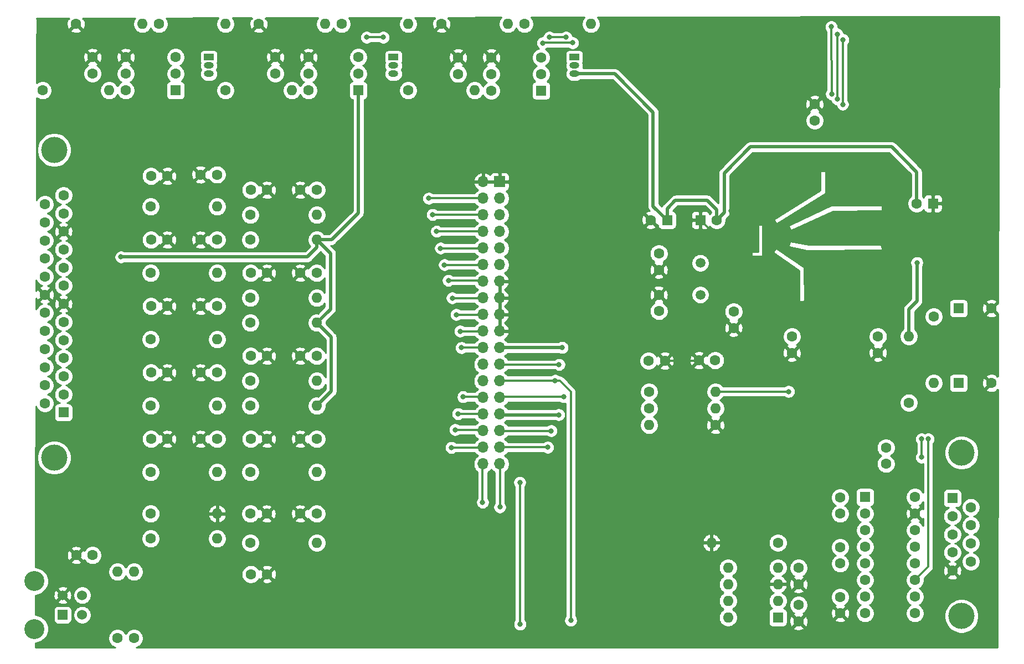
<source format=gbr>
%TF.GenerationSoftware,KiCad,Pcbnew,(5.1.6)-1*%
%TF.CreationDate,2020-07-18T16:19:53-07:00*%
%TF.ProjectId,BPEM488THD,4250454d-3438-4385-9448-442e6b696361,rev?*%
%TF.SameCoordinates,Original*%
%TF.FileFunction,Copper,L2,Bot*%
%TF.FilePolarity,Positive*%
%FSLAX46Y46*%
G04 Gerber Fmt 4.6, Leading zero omitted, Abs format (unit mm)*
G04 Created by KiCad (PCBNEW (5.1.6)-1) date 2020-07-18 16:19:53*
%MOMM*%
%LPD*%
G01*
G04 APERTURE LIST*
%TA.AperFunction,ComponentPad*%
%ADD10C,4.000000*%
%TD*%
%TA.AperFunction,ComponentPad*%
%ADD11C,1.600000*%
%TD*%
%TA.AperFunction,ComponentPad*%
%ADD12R,1.600000X1.600000*%
%TD*%
%TA.AperFunction,ComponentPad*%
%ADD13O,1.600000X1.600000*%
%TD*%
%TA.AperFunction,ComponentPad*%
%ADD14C,1.500000*%
%TD*%
%TA.AperFunction,ComponentPad*%
%ADD15R,1.500000X1.000000*%
%TD*%
%TA.AperFunction,ComponentPad*%
%ADD16O,1.500000X1.000000*%
%TD*%
%TA.AperFunction,ComponentPad*%
%ADD17O,1.700000X1.700000*%
%TD*%
%TA.AperFunction,ComponentPad*%
%ADD18R,1.700000X1.700000*%
%TD*%
%TA.AperFunction,ComponentPad*%
%ADD19R,1.524000X1.524000*%
%TD*%
%TA.AperFunction,ComponentPad*%
%ADD20C,1.524000*%
%TD*%
%TA.AperFunction,ComponentPad*%
%ADD21C,3.048000*%
%TD*%
%TA.AperFunction,ViaPad*%
%ADD22C,0.800000*%
%TD*%
%TA.AperFunction,Conductor*%
%ADD23C,0.300000*%
%TD*%
%TA.AperFunction,Conductor*%
%ADD24C,0.508000*%
%TD*%
%TA.AperFunction,Conductor*%
%ADD25C,0.254000*%
%TD*%
G04 APERTURE END LIST*
D10*
%TO.P,J202,0*%
%TO.N,N/C*%
X69065000Y-120976000D03*
X69065000Y-73876000D03*
D11*
%TO.P,J202,25*%
%TO.N,/Inputs_RS232/CKP*%
X67645000Y-82191000D03*
%TO.P,J202,24*%
%TO.N,+8V*%
X67645000Y-84961000D03*
%TO.P,J202,23*%
%TO.N,PA1*%
X67645000Y-87731000D03*
%TO.P,J202,22*%
%TO.N,PA3*%
X67645000Y-90501000D03*
%TO.P,J202,21*%
%TO.N,PA5*%
X67645000Y-93271000D03*
%TO.P,J202,20*%
%TO.N,GND*%
X67645000Y-96041000D03*
%TO.P,J202,19*%
%TO.N,VDD*%
X67645000Y-98811000D03*
%TO.P,J202,18*%
%TO.N,/Inputs_RS232/CLT*%
X67645000Y-101581000D03*
%TO.P,J202,17*%
%TO.N,/Inputs_RS232/MAT*%
X67645000Y-104351000D03*
%TO.P,J202,16*%
%TO.N,/Inputs_RS232/PAD03in*%
X67645000Y-107121000D03*
%TO.P,J202,15*%
%TO.N,/Inputs_RS232/MAP*%
X67645000Y-109891000D03*
%TO.P,J202,14*%
%TO.N,/Inputs_RS232/TPS*%
X67645000Y-112661000D03*
%TO.P,J202,13*%
%TO.N,/Inputs_RS232/VSPD*%
X70485000Y-80806000D03*
%TO.P,J202,12*%
%TO.N,/Inputs_RS232/CMP*%
X70485000Y-83576000D03*
%TO.P,J202,11*%
%TO.N,GND*%
X70485000Y-86346000D03*
%TO.P,J202,10*%
%TO.N,PA2*%
X70485000Y-89116000D03*
%TO.P,J202,9*%
%TO.N,PA4*%
X70485000Y-91886000D03*
%TO.P,J202,8*%
%TO.N,PA6*%
X70485000Y-94656000D03*
%TO.P,J202,7*%
%TO.N,GND*%
X70485000Y-97426000D03*
%TO.P,J202,6*%
%TO.N,/Inputs_RS232/EOP*%
X70485000Y-100196000D03*
%TO.P,J202,5*%
%TO.N,/Inputs_RS232/EFP*%
X70485000Y-102966000D03*
%TO.P,J202,4*%
%TO.N,/Inputs_RS232/Itrm*%
X70485000Y-105736000D03*
%TO.P,J202,3*%
%TO.N,/Inputs_RS232/Ftrm*%
X70485000Y-108506000D03*
%TO.P,J202,2*%
%TO.N,/Inputs_RS232/PAD12in*%
X70485000Y-111276000D03*
D12*
%TO.P,J202,1*%
%TO.N,/Inputs_RS232/EGO*%
X70485000Y-114046000D03*
%TD*%
D10*
%TO.P,J201,0*%
%TO.N,N/C*%
X207795000Y-120200000D03*
X207795000Y-145200000D03*
D11*
%TO.P,J201,9*%
%TO.N,VDD*%
X209215000Y-136855000D03*
%TO.P,J201,8*%
%TO.N,Net-(J201-Pad8)*%
X209215000Y-134085000D03*
%TO.P,J201,7*%
%TO.N,Net-(J201-Pad7)*%
X209215000Y-131315000D03*
%TO.P,J201,6*%
%TO.N,Net-(J201-Pad6)*%
X209215000Y-128545000D03*
%TO.P,J201,5*%
%TO.N,GND*%
X206375000Y-138240000D03*
%TO.P,J201,4*%
%TO.N,Net-(J201-Pad4)*%
X206375000Y-135470000D03*
%TO.P,J201,3*%
%TO.N,Net-(J201-Pad3)*%
X206375000Y-132700000D03*
%TO.P,J201,2*%
%TO.N,Net-(J201-Pad2)*%
X206375000Y-129930000D03*
D12*
%TO.P,J201,1*%
%TO.N,VDD*%
X206375000Y-127160000D03*
%TD*%
D13*
%TO.P,R211,2*%
%TO.N,PAD05*%
X109220000Y-133985000D03*
D11*
%TO.P,R211,1*%
%TO.N,/Inputs_RS232/TPS*%
X99060000Y-133985000D03*
%TD*%
%TO.P,C232,1*%
%TO.N,Net-(C232-Pad1)*%
X196215000Y-121920000D03*
%TO.P,C232,2*%
%TO.N,VDD*%
X196215000Y-119420000D03*
%TD*%
%TO.P,C231,2*%
%TO.N,Net-(C231-Pad2)*%
X189230000Y-134660000D03*
%TO.P,C231,1*%
%TO.N,Net-(C231-Pad1)*%
X189230000Y-137160000D03*
%TD*%
%TO.P,U205,9*%
%TO.N,Net-(U205-Pad9)*%
X200660000Y-144780000D03*
%TO.P,U205,8*%
%TO.N,Net-(U205-Pad8)*%
X193040000Y-144780000D03*
%TO.P,U205,16*%
%TO.N,VDD*%
X200660000Y-127000000D03*
%TO.P,U205,15*%
%TO.N,GND*%
X200660000Y-129540000D03*
%TO.P,U205,14*%
%TO.N,Net-(J201-Pad2)*%
X200660000Y-132080000D03*
%TO.P,U205,13*%
%TO.N,Net-(J201-Pad3)*%
X200660000Y-134620000D03*
%TO.P,U205,12*%
%TO.N,PS0*%
X200660000Y-137160000D03*
%TO.P,U205,11*%
%TO.N,PS1*%
X200660000Y-139700000D03*
%TO.P,U205,10*%
%TO.N,Net-(U205-Pad10)*%
X200660000Y-142240000D03*
%TO.P,U205,7*%
%TO.N,Net-(U205-Pad7)*%
X193040000Y-142240000D03*
%TO.P,U205,6*%
%TO.N,Net-(C233-Pad2)*%
X193040000Y-139700000D03*
%TO.P,U205,5*%
%TO.N,Net-(C231-Pad1)*%
X193040000Y-137160000D03*
%TO.P,U205,4*%
%TO.N,Net-(C231-Pad2)*%
X193040000Y-134620000D03*
%TO.P,U205,3*%
%TO.N,Net-(C230-Pad1)*%
X193040000Y-132080000D03*
%TO.P,U205,2*%
%TO.N,Net-(C232-Pad1)*%
X193040000Y-129540000D03*
D12*
%TO.P,U205,1*%
%TO.N,Net-(C230-Pad2)*%
X193040000Y-127000000D03*
%TD*%
D11*
%TO.P,C303,2*%
%TO.N,Net-(C303-Pad2)*%
X185320000Y-69368000D03*
%TO.P,C303,1*%
%TO.N,GND*%
X185320000Y-66868000D03*
%TD*%
%TO.P,C307,2*%
%TO.N,VDD*%
X170355000Y-84613000D03*
D12*
%TO.P,C307,1*%
%TO.N,GND*%
X167855000Y-84613000D03*
%TD*%
D14*
%TO.P,Y301,2*%
%TO.N,Net-(C301-Pad2)*%
X167855000Y-91163000D03*
%TO.P,Y301,1*%
%TO.N,Net-(C302-Pad2)*%
X167855000Y-96043000D03*
%TD*%
D11*
%TO.P,U204,6*%
%TO.N,Net-(U204-Pad6)*%
X80010000Y-64770000D03*
%TO.P,U204,5*%
%TO.N,Net-(C229-Pad2)*%
X80010000Y-62230000D03*
%TO.P,U204,4*%
%TO.N,GND*%
X80010000Y-59690000D03*
%TO.P,U204,3*%
%TO.N,Net-(U204-Pad3)*%
X87630000Y-59690000D03*
%TO.P,U204,2*%
%TO.N,Net-(Q203-Pad2)*%
X87630000Y-62230000D03*
D12*
%TO.P,U204,1*%
%TO.N,VDD*%
X87630000Y-64770000D03*
%TD*%
D11*
%TO.P,U203,6*%
%TO.N,Net-(U203-Pad6)*%
X107950000Y-64770000D03*
%TO.P,U203,5*%
%TO.N,Net-(C228-Pad2)*%
X107950000Y-62230000D03*
%TO.P,U203,4*%
%TO.N,GND*%
X107950000Y-59690000D03*
%TO.P,U203,3*%
%TO.N,Net-(U203-Pad3)*%
X115570000Y-59690000D03*
%TO.P,U203,2*%
%TO.N,Net-(Q202-Pad2)*%
X115570000Y-62230000D03*
D12*
%TO.P,U203,1*%
%TO.N,VDD*%
X115570000Y-64770000D03*
%TD*%
D11*
%TO.P,U202,6*%
%TO.N,Net-(U202-Pad6)*%
X135890000Y-64820000D03*
%TO.P,U202,5*%
%TO.N,Net-(C227-Pad2)*%
X135890000Y-62280000D03*
%TO.P,U202,4*%
%TO.N,GND*%
X135890000Y-59740000D03*
%TO.P,U202,3*%
%TO.N,Net-(U202-Pad3)*%
X143510000Y-59740000D03*
%TO.P,U202,2*%
%TO.N,Net-(Q201-Pad2)*%
X143510000Y-62280000D03*
D12*
%TO.P,U202,1*%
%TO.N,VDD*%
X143510000Y-64820000D03*
%TD*%
D13*
%TO.P,U201,8*%
%TO.N,Net-(U201-Pad8)*%
X172085000Y-145415000D03*
%TO.P,U201,4*%
%TO.N,PAD07*%
X179705000Y-137795000D03*
%TO.P,U201,7*%
%TO.N,Net-(U201-Pad7)*%
X172085000Y-142875000D03*
%TO.P,U201,3*%
%TO.N,GND*%
X179705000Y-140335000D03*
%TO.P,U201,6*%
%TO.N,Net-(U201-Pad6)*%
X172085000Y-140335000D03*
%TO.P,U201,2*%
%TO.N,VDD*%
X179705000Y-142875000D03*
%TO.P,U201,5*%
%TO.N,Net-(U201-Pad5)*%
X172085000Y-137795000D03*
D12*
%TO.P,U201,1*%
%TO.N,Net-(U201-Pad1)*%
X179705000Y-145415000D03*
%TD*%
D13*
%TO.P,R304,2*%
%TO.N,VDD*%
X199715000Y-102393000D03*
D11*
%TO.P,R304,1*%
%TO.N,Net-(C312-Pad1)*%
X199715000Y-112553000D03*
%TD*%
D13*
%TO.P,R303,2*%
%TO.N,Net-(C312-Pad1)*%
X203525000Y-109543000D03*
D11*
%TO.P,R303,1*%
%TO.N,Net-(C311-Pad1)*%
X203525000Y-99383000D03*
%TD*%
D13*
%TO.P,R302,2*%
%TO.N,/CPU/RESET*%
X78740000Y-138430000D03*
D11*
%TO.P,R302,1*%
%TO.N,VDD*%
X78740000Y-148590000D03*
%TD*%
D13*
%TO.P,R301,2*%
%TO.N,Net-(J301-Pad1)*%
X81280000Y-138430000D03*
D11*
%TO.P,R301,1*%
%TO.N,VDD*%
X81280000Y-148590000D03*
%TD*%
D13*
%TO.P,R225,2*%
%TO.N,Net-(C227-Pad2)*%
X133350000Y-64770000D03*
D11*
%TO.P,R225,1*%
%TO.N,/Inputs_RS232/CMP*%
X123190000Y-64770000D03*
%TD*%
D13*
%TO.P,R214,2*%
%TO.N,Net-(C209-Pad2)*%
X160000000Y-115976000D03*
D11*
%TO.P,R214,1*%
%TO.N,GND*%
X170160000Y-115976000D03*
%TD*%
D13*
%TO.P,R204,2*%
%TO.N,VDD*%
X109220000Y-87630000D03*
D11*
%TO.P,R204,1*%
%TO.N,/Inputs_RS232/CLT*%
X99060000Y-87630000D03*
%TD*%
D13*
%TO.P,R203,2*%
%TO.N,PAD00*%
X170160000Y-110896000D03*
D11*
%TO.P,R203,1*%
%TO.N,Net-(C209-Pad2)*%
X160000000Y-110896000D03*
%TD*%
D13*
%TO.P,R202,2*%
%TO.N,+BATT*%
X170160000Y-113436000D03*
D11*
%TO.P,R202,1*%
%TO.N,Net-(C209-Pad2)*%
X160000000Y-113436000D03*
%TD*%
D13*
%TO.P,R201,2*%
%TO.N,GND*%
X169545000Y-133985000D03*
D11*
%TO.P,R201,1*%
%TO.N,PAD07*%
X179705000Y-133985000D03*
%TD*%
D15*
%TO.P,Q203,1*%
%TO.N,PT2*%
X92710000Y-59690000D03*
D16*
%TO.P,Q203,3*%
%TO.N,VDD*%
X92710000Y-62230000D03*
%TO.P,Q203,2*%
%TO.N,Net-(Q203-Pad2)*%
X92710000Y-60960000D03*
%TD*%
D15*
%TO.P,Q202,1*%
%TO.N,PT1*%
X120930000Y-59690000D03*
D16*
%TO.P,Q202,3*%
%TO.N,VDD*%
X120930000Y-62230000D03*
%TO.P,Q202,2*%
%TO.N,Net-(Q202-Pad2)*%
X120930000Y-60960000D03*
%TD*%
D15*
%TO.P,Q201,1*%
%TO.N,PT0*%
X148590000Y-59690000D03*
D16*
%TO.P,Q201,3*%
%TO.N,VDD*%
X148590000Y-62230000D03*
%TO.P,Q201,2*%
%TO.N,Net-(Q201-Pad2)*%
X148590000Y-60960000D03*
%TD*%
D17*
%TO.P,J302,36*%
%TO.N,/CPU/PB3*%
X134620000Y-121920000D03*
%TO.P,J302,35*%
%TO.N,/CPU/PB4*%
X137160000Y-121920000D03*
%TO.P,J302,34*%
%TO.N,/CPU/PB2*%
X134620000Y-119380000D03*
%TO.P,J302,33*%
%TO.N,/CPU/PB5*%
X137160000Y-119380000D03*
%TO.P,J302,32*%
%TO.N,/CPU/PB1*%
X134620000Y-116840000D03*
%TO.P,J302,31*%
%TO.N,/CPU/PB6*%
X137160000Y-116840000D03*
%TO.P,J302,30*%
%TO.N,/CPU/PB0*%
X134620000Y-114300000D03*
%TO.P,J302,29*%
%TO.N,+8V*%
X137160000Y-114300000D03*
%TO.P,J302,28*%
%TO.N,/CPU/PK4*%
X134620000Y-111760000D03*
%TO.P,J302,27*%
%TO.N,/CPU/PA0*%
X137160000Y-111760000D03*
%TO.P,J302,26*%
%TO.N,/CPU/PK5*%
X134620000Y-109220000D03*
%TO.P,J302,25*%
%TO.N,/CPU/RESET*%
X137160000Y-109220000D03*
%TO.P,J302,24*%
%TO.N,/CPU/PK0*%
X134620000Y-106680000D03*
%TO.P,J302,23*%
%TO.N,+BATT*%
X137160000Y-106680000D03*
%TO.P,J302,22*%
%TO.N,/CPU/PK1*%
X134620000Y-104140000D03*
%TO.P,J302,21*%
%TO.N,VDD*%
X137160000Y-104140000D03*
%TO.P,J302,20*%
%TO.N,/CPU/PK2*%
X134620000Y-101600000D03*
%TO.P,J302,19*%
%TO.N,GND*%
X137160000Y-101600000D03*
%TO.P,J302,18*%
%TO.N,/CPU/PK3*%
X134620000Y-99060000D03*
%TO.P,J302,17*%
%TO.N,GND*%
X137160000Y-99060000D03*
%TO.P,J302,16*%
%TO.N,/CPU/PP0*%
X134620000Y-96520000D03*
%TO.P,J302,15*%
%TO.N,GND*%
X137160000Y-96520000D03*
%TO.P,J302,14*%
%TO.N,/CPU/PP1*%
X134620000Y-93980000D03*
%TO.P,J302,13*%
%TO.N,GND*%
X137160000Y-93980000D03*
%TO.P,J302,12*%
%TO.N,/CPU/PP2*%
X134620000Y-91440000D03*
%TO.P,J302,11*%
%TO.N,/CPU/PT7*%
X137160000Y-91440000D03*
%TO.P,J302,10*%
%TO.N,/CPU/PP3*%
X134620000Y-88900000D03*
%TO.P,J302,9*%
%TO.N,/CPU/PT6*%
X137160000Y-88900000D03*
%TO.P,J302,8*%
%TO.N,/CPU/PP4*%
X134620000Y-86360000D03*
%TO.P,J302,7*%
%TO.N,/CPU/PT5*%
X137160000Y-86360000D03*
%TO.P,J302,6*%
%TO.N,/CPU/PP5*%
X134620000Y-83820000D03*
%TO.P,J302,5*%
%TO.N,/CPU/PT4*%
X137160000Y-83820000D03*
%TO.P,J302,4*%
%TO.N,/CPU/PK7*%
X134620000Y-81280000D03*
%TO.P,J302,3*%
%TO.N,/CPU/PT3*%
X137160000Y-81280000D03*
%TO.P,J302,2*%
%TO.N,GND*%
X134620000Y-78740000D03*
D18*
%TO.P,J302,1*%
X137160000Y-78740000D03*
%TD*%
D19*
%TO.P,J301,1*%
%TO.N,Net-(J301-Pad1)*%
X70358000Y-145010000D03*
D20*
%TO.P,J301,2*%
%TO.N,GND*%
X70358000Y-142010000D03*
D21*
%TO.P,J301,*%
%TO.N,*%
X66038000Y-147170000D03*
X66038000Y-139850000D03*
D20*
%TO.P,J301,3*%
%TO.N,VDD*%
X73358000Y-145010000D03*
%TO.P,J301,4*%
%TO.N,/CPU/RESET*%
X73358000Y-142010000D03*
%TD*%
D11*
%TO.P,C312,2*%
%TO.N,GND*%
X212335000Y-109543000D03*
D12*
%TO.P,C312,1*%
%TO.N,Net-(C312-Pad1)*%
X207335000Y-109543000D03*
%TD*%
D11*
%TO.P,C311,2*%
%TO.N,GND*%
X212335000Y-98113000D03*
D12*
%TO.P,C311,1*%
%TO.N,Net-(C311-Pad1)*%
X207335000Y-98113000D03*
%TD*%
D11*
%TO.P,C310,2*%
%TO.N,GND*%
X172935000Y-101118000D03*
%TO.P,C310,1*%
%TO.N,Net-(C310-Pad1)*%
X172935000Y-98618000D03*
%TD*%
%TO.P,C309,2*%
%TO.N,GND*%
X160275000Y-84613000D03*
D12*
%TO.P,C309,1*%
%TO.N,VDD*%
X162775000Y-84613000D03*
%TD*%
D11*
%TO.P,C308,2*%
%TO.N,GND*%
X72430000Y-135890000D03*
%TO.P,C308,1*%
%TO.N,/CPU/RESET*%
X74930000Y-135890000D03*
%TD*%
%TO.P,C306,2*%
%TO.N,VDD*%
X200915000Y-82073000D03*
D12*
%TO.P,C306,1*%
%TO.N,GND*%
X203415000Y-82073000D03*
%TD*%
D11*
%TO.P,C305,2*%
%TO.N,VDD*%
X195005000Y-102433000D03*
%TO.P,C305,1*%
%TO.N,GND*%
X195005000Y-104933000D03*
%TD*%
%TO.P,C304,2*%
%TO.N,Net-(C304-Pad2)*%
X181855000Y-102433000D03*
%TO.P,C304,1*%
%TO.N,GND*%
X181855000Y-104933000D03*
%TD*%
%TO.P,C302,2*%
%TO.N,Net-(C302-Pad2)*%
X161505000Y-98543000D03*
%TO.P,C302,1*%
%TO.N,GND*%
X161505000Y-96043000D03*
%TD*%
%TO.P,C301,2*%
%TO.N,Net-(C301-Pad2)*%
X161505000Y-89733000D03*
%TO.P,C301,1*%
%TO.N,GND*%
X161505000Y-92233000D03*
%TD*%
%TO.P,C229,2*%
%TO.N,Net-(C229-Pad2)*%
X74930000Y-62190000D03*
%TO.P,C229,1*%
%TO.N,GND*%
X74930000Y-59690000D03*
%TD*%
%TO.P,C228,2*%
%TO.N,Net-(C228-Pad2)*%
X102870000Y-62190000D03*
%TO.P,C228,1*%
%TO.N,GND*%
X102870000Y-59690000D03*
%TD*%
%TO.P,C227,2*%
%TO.N,Net-(C227-Pad2)*%
X130810000Y-62240000D03*
%TO.P,C227,1*%
%TO.N,GND*%
X130810000Y-59740000D03*
%TD*%
%TO.P,C218,2*%
%TO.N,GND*%
X182880000Y-146010000D03*
%TO.P,C218,1*%
%TO.N,VDD*%
X182880000Y-143510000D03*
%TD*%
%TO.P,C217,2*%
%TO.N,PAD07*%
X182880000Y-137835000D03*
%TO.P,C217,1*%
%TO.N,GND*%
X182880000Y-140335000D03*
%TD*%
%TO.P,C212,2*%
%TO.N,/Inputs_RS232/PAD03in*%
X99100000Y-105410000D03*
%TO.P,C212,1*%
%TO.N,GND*%
X101600000Y-105410000D03*
%TD*%
%TO.P,C211,2*%
%TO.N,/Inputs_RS232/MAT*%
X99100000Y-92710000D03*
%TO.P,C211,1*%
%TO.N,GND*%
X101600000Y-92710000D03*
%TD*%
%TO.P,C210,2*%
%TO.N,/Inputs_RS232/CLT*%
X99100000Y-80010000D03*
%TO.P,C210,1*%
%TO.N,GND*%
X101600000Y-80010000D03*
%TD*%
%TO.P,C209,2*%
%TO.N,Net-(C209-Pad2)*%
X159940000Y-106136000D03*
%TO.P,C209,1*%
%TO.N,GND*%
X162440000Y-106136000D03*
%TD*%
%TO.P,C204,2*%
%TO.N,PAD03*%
X109180000Y-105410000D03*
%TO.P,C204,1*%
%TO.N,GND*%
X106680000Y-105410000D03*
%TD*%
%TO.P,C203,2*%
%TO.N,PAD02*%
X109180000Y-92710000D03*
%TO.P,C203,1*%
%TO.N,GND*%
X106680000Y-92710000D03*
%TD*%
%TO.P,C202,2*%
%TO.N,PAD01*%
X109180000Y-80010000D03*
%TO.P,C202,1*%
%TO.N,GND*%
X106680000Y-80010000D03*
%TD*%
%TO.P,C201,2*%
%TO.N,PAD00*%
X170120000Y-106070000D03*
%TO.P,C201,1*%
%TO.N,GND*%
X167620000Y-106070000D03*
%TD*%
%TO.P,C205,2*%
%TO.N,PAD04*%
X109180000Y-118110000D03*
%TO.P,C205,1*%
%TO.N,GND*%
X106680000Y-118110000D03*
%TD*%
%TO.P,C206,1*%
%TO.N,GND*%
X106680000Y-129540000D03*
%TO.P,C206,2*%
%TO.N,PAD05*%
X109180000Y-129540000D03*
%TD*%
%TO.P,C207,2*%
%TO.N,PAD06*%
X99120000Y-138800000D03*
%TO.P,C207,1*%
%TO.N,GND*%
X101620000Y-138800000D03*
%TD*%
%TO.P,C208,1*%
%TO.N,GND*%
X91440000Y-77650000D03*
%TO.P,C208,2*%
%TO.N,PAD08*%
X93940000Y-77650000D03*
%TD*%
%TO.P,C213,1*%
%TO.N,GND*%
X101600000Y-118110000D03*
%TO.P,C213,2*%
%TO.N,/Inputs_RS232/MAP*%
X99100000Y-118110000D03*
%TD*%
%TO.P,C214,2*%
%TO.N,/Inputs_RS232/TPS*%
X99060000Y-129540000D03*
%TO.P,C214,1*%
%TO.N,GND*%
X101560000Y-129540000D03*
%TD*%
%TO.P,C216,1*%
%TO.N,GND*%
X86360000Y-77880000D03*
%TO.P,C216,2*%
%TO.N,/Inputs_RS232/EOP*%
X83860000Y-77880000D03*
%TD*%
%TO.P,C219,2*%
%TO.N,PAD09*%
X93940000Y-87630000D03*
%TO.P,C219,1*%
%TO.N,GND*%
X91440000Y-87630000D03*
%TD*%
%TO.P,C220,1*%
%TO.N,GND*%
X91440000Y-97790000D03*
%TO.P,C220,2*%
%TO.N,PAD10*%
X93940000Y-97790000D03*
%TD*%
%TO.P,C221,2*%
%TO.N,PAD11*%
X93940000Y-107950000D03*
%TO.P,C221,1*%
%TO.N,GND*%
X91440000Y-107950000D03*
%TD*%
%TO.P,C222,1*%
%TO.N,GND*%
X91440000Y-118110000D03*
%TO.P,C222,2*%
%TO.N,PAD12*%
X93940000Y-118110000D03*
%TD*%
%TO.P,C223,2*%
%TO.N,/Inputs_RS232/EFP*%
X83860000Y-87630000D03*
%TO.P,C223,1*%
%TO.N,GND*%
X86360000Y-87630000D03*
%TD*%
%TO.P,C224,1*%
%TO.N,GND*%
X86360000Y-97790000D03*
%TO.P,C224,2*%
%TO.N,/Inputs_RS232/Itrm*%
X83860000Y-97790000D03*
%TD*%
%TO.P,C225,2*%
%TO.N,/Inputs_RS232/Ftrm*%
X83860000Y-107950000D03*
%TO.P,C225,1*%
%TO.N,GND*%
X86360000Y-107950000D03*
%TD*%
%TO.P,C226,1*%
%TO.N,GND*%
X86360000Y-118110000D03*
%TO.P,C226,2*%
%TO.N,/Inputs_RS232/PAD12in*%
X83860000Y-118110000D03*
%TD*%
%TO.P,C230,1*%
%TO.N,Net-(C230-Pad1)*%
X189230000Y-129540000D03*
%TO.P,C230,2*%
%TO.N,Net-(C230-Pad2)*%
X189230000Y-127040000D03*
%TD*%
%TO.P,C233,2*%
%TO.N,Net-(C233-Pad2)*%
X189230000Y-142280000D03*
%TO.P,C233,1*%
%TO.N,GND*%
X189230000Y-144780000D03*
%TD*%
%TO.P,R205,1*%
%TO.N,/Inputs_RS232/CLT*%
X99060000Y-83820000D03*
D13*
%TO.P,R205,2*%
%TO.N,PAD01*%
X109220000Y-83820000D03*
%TD*%
%TO.P,R206,2*%
%TO.N,VDD*%
X109220000Y-100330000D03*
D11*
%TO.P,R206,1*%
%TO.N,/Inputs_RS232/MAT*%
X99060000Y-100330000D03*
%TD*%
D13*
%TO.P,R207,2*%
%TO.N,PAD02*%
X109220000Y-96520000D03*
D11*
%TO.P,R207,1*%
%TO.N,/Inputs_RS232/MAT*%
X99060000Y-96520000D03*
%TD*%
D13*
%TO.P,R208,2*%
%TO.N,VDD*%
X109220000Y-113030000D03*
D11*
%TO.P,R208,1*%
%TO.N,/Inputs_RS232/PAD03in*%
X99060000Y-113030000D03*
%TD*%
%TO.P,R209,1*%
%TO.N,/Inputs_RS232/PAD03in*%
X99060000Y-109220000D03*
D13*
%TO.P,R209,2*%
%TO.N,PAD03*%
X109220000Y-109220000D03*
%TD*%
D11*
%TO.P,R210,1*%
%TO.N,/Inputs_RS232/MAP*%
X99060000Y-123190000D03*
D13*
%TO.P,R210,2*%
%TO.N,PAD04*%
X109220000Y-123190000D03*
%TD*%
D11*
%TO.P,R212,1*%
%TO.N,/Inputs_RS232/EGO*%
X83820000Y-133350000D03*
D13*
%TO.P,R212,2*%
%TO.N,PAD06*%
X93980000Y-133350000D03*
%TD*%
%TO.P,R213,2*%
%TO.N,PAD08*%
X93980000Y-82550000D03*
D11*
%TO.P,R213,1*%
%TO.N,/Inputs_RS232/EOP*%
X83820000Y-82550000D03*
%TD*%
D13*
%TO.P,R215,2*%
%TO.N,PAD09*%
X93980000Y-92710000D03*
D11*
%TO.P,R215,1*%
%TO.N,/Inputs_RS232/EFP*%
X83820000Y-92710000D03*
%TD*%
%TO.P,R216,1*%
%TO.N,/Inputs_RS232/Itrm*%
X83820000Y-102870000D03*
D13*
%TO.P,R216,2*%
%TO.N,PAD10*%
X93980000Y-102870000D03*
%TD*%
%TO.P,R217,2*%
%TO.N,PAD11*%
X93980000Y-113030000D03*
D11*
%TO.P,R217,1*%
%TO.N,/Inputs_RS232/Ftrm*%
X83820000Y-113030000D03*
%TD*%
%TO.P,R218,1*%
%TO.N,/Inputs_RS232/PAD12in*%
X83820000Y-123190000D03*
D13*
%TO.P,R218,2*%
%TO.N,PAD12*%
X93980000Y-123190000D03*
%TD*%
D11*
%TO.P,R219,1*%
%TO.N,Net-(R219-Pad1)*%
X140970000Y-54610000D03*
D13*
%TO.P,R219,2*%
%TO.N,Net-(Q201-Pad2)*%
X151130000Y-54610000D03*
%TD*%
%TO.P,R220,2*%
%TO.N,Net-(Q202-Pad2)*%
X123190000Y-54610000D03*
D11*
%TO.P,R220,1*%
%TO.N,Net-(R220-Pad1)*%
X113030000Y-54610000D03*
%TD*%
%TO.P,R221,1*%
%TO.N,Net-(R221-Pad1)*%
X85090000Y-54610000D03*
D13*
%TO.P,R221,2*%
%TO.N,Net-(Q203-Pad2)*%
X95250000Y-54610000D03*
%TD*%
%TO.P,R222,2*%
%TO.N,Net-(R219-Pad1)*%
X138430000Y-54610000D03*
D11*
%TO.P,R222,1*%
%TO.N,GND*%
X128270000Y-54610000D03*
%TD*%
%TO.P,R223,1*%
%TO.N,GND*%
X100330000Y-54610000D03*
D13*
%TO.P,R223,2*%
%TO.N,Net-(R220-Pad1)*%
X110490000Y-54610000D03*
%TD*%
%TO.P,R224,2*%
%TO.N,Net-(R221-Pad1)*%
X82550000Y-54610000D03*
D11*
%TO.P,R224,1*%
%TO.N,GND*%
X72390000Y-54610000D03*
%TD*%
%TO.P,R226,1*%
%TO.N,/Inputs_RS232/CKP*%
X95250000Y-64770000D03*
D13*
%TO.P,R226,2*%
%TO.N,Net-(C228-Pad2)*%
X105410000Y-64770000D03*
%TD*%
%TO.P,R227,2*%
%TO.N,Net-(C229-Pad2)*%
X77470000Y-64770000D03*
D11*
%TO.P,R227,1*%
%TO.N,/Inputs_RS232/VSPD*%
X67310000Y-64770000D03*
%TD*%
%TO.P,R228,1*%
%TO.N,/Inputs_RS232/EGO*%
X83820000Y-129540000D03*
D13*
%TO.P,R228,2*%
%TO.N,GND*%
X93980000Y-129540000D03*
%TD*%
D22*
%TO.N,PAD00*%
X181340000Y-110850000D03*
%TO.N,GND*%
X184650000Y-71708000D03*
X182460000Y-100328000D03*
X198880000Y-88148000D03*
X198880000Y-94708000D03*
X198880000Y-96178000D03*
X172540000Y-83178000D03*
X172540000Y-88398000D03*
X172540000Y-84638000D03*
X198880000Y-82718000D03*
X172540000Y-85425100D03*
X181930000Y-113080000D03*
X181720000Y-108060000D03*
X156450000Y-122830000D03*
X150110000Y-129630000D03*
X150210000Y-122480000D03*
X146350000Y-133690000D03*
X142240000Y-131000000D03*
X144830000Y-122830000D03*
X145000000Y-146380000D03*
X99020000Y-146230000D03*
X92370000Y-139680000D03*
X90440000Y-137140000D03*
X76240000Y-139070000D03*
X76750000Y-144810000D03*
X84460000Y-145770000D03*
X84360000Y-137040000D03*
X110240000Y-131970000D03*
X81420000Y-109450000D03*
X81590000Y-111670000D03*
X113300000Y-96530000D03*
X90210000Y-62760000D03*
X92250000Y-56460000D03*
X144100000Y-54820000D03*
X118010000Y-62410000D03*
X145800000Y-62320000D03*
X143850000Y-67120000D03*
X151220000Y-60460000D03*
X121290000Y-57610000D03*
X139500000Y-82300000D03*
X139680000Y-84970000D03*
X139850000Y-87540000D03*
X139850000Y-90030000D03*
X115480000Y-54260000D03*
X196697600Y-144018000D03*
X196697600Y-126669800D03*
X191262000Y-135966200D03*
X191262000Y-128549400D03*
X207060800Y-103936800D03*
X198170800Y-115493800D03*
X197205600Y-99923600D03*
X204165200Y-125450600D03*
X201472800Y-124891800D03*
X204216000Y-133324600D03*
%TO.N,VDD*%
X79280000Y-90250000D03*
X200970000Y-91140000D03*
X146740000Y-104110000D03*
%TO.N,/CPU/RESET*%
X145650086Y-109160000D03*
X148050000Y-145860000D03*
%TO.N,Net-(J301-Pad1)*%
X140256041Y-124746041D03*
X140280000Y-146450000D03*
%TO.N,+8V*%
X146200000Y-114400000D03*
%TO.N,+BATT*%
X146250096Y-106720000D03*
%TO.N,/CPU/PB6*%
X145050076Y-116850000D03*
%TO.N,/CPU/PB5*%
X144520000Y-119370000D03*
%TO.N,/CPU/PP5*%
X126929920Y-83770000D03*
%TO.N,/CPU/PB4*%
X137210000Y-128520000D03*
%TO.N,/CPU/PP4*%
X127529930Y-86330000D03*
%TO.N,/CPU/PB3*%
X134570000Y-127800000D03*
%TO.N,/CPU/PP3*%
X128129940Y-88910000D03*
%TO.N,/CPU/PB2*%
X129789970Y-119420000D03*
%TO.N,/CPU/PP2*%
X128729950Y-91460000D03*
%TO.N,/CPU/PB1*%
X130360000Y-116680000D03*
%TO.N,/CPU/PP1*%
X129329960Y-93850000D03*
%TO.N,/CPU/PB0*%
X130820000Y-114250000D03*
%TO.N,/CPU/PP0*%
X129929970Y-96540000D03*
%TO.N,/CPU/PK3*%
X130529980Y-99080000D03*
%TO.N,/CPU/PK7*%
X126329910Y-81280000D03*
%TO.N,/CPU/PK2*%
X131129990Y-101610000D03*
%TO.N,/CPU/PK1*%
X131330000Y-104130000D03*
%TO.N,/CPU/PK4*%
X131590000Y-111660000D03*
%TO.N,PT0*%
X189620000Y-66908000D03*
X189630000Y-57008000D03*
%TO.N,PT1*%
X188770000Y-66088000D03*
X188760000Y-56148000D03*
X143770000Y-57500000D03*
X148336000Y-57492000D03*
%TO.N,PT2*%
X187920000Y-65320762D03*
X187870000Y-55038000D03*
X116840000Y-56642000D03*
X119380000Y-56642000D03*
X144780000Y-56642000D03*
X147320000Y-56642000D03*
%TO.N,PS0*%
X201676000Y-120904000D03*
X201676000Y-118110000D03*
%TO.N,PS1*%
X202692000Y-118110000D03*
%TO.N,/CPU/PA0*%
X146960000Y-111660000D03*
%TD*%
D23*
%TO.N,PAD00*%
X170206000Y-110850000D02*
X170160000Y-110896000D01*
X181340000Y-110850000D02*
X170206000Y-110850000D01*
%TO.N,GND*%
X184650000Y-71708000D02*
X183800000Y-70858000D01*
X183800000Y-70858000D02*
X183800000Y-68108000D01*
X185040000Y-66868000D02*
X185320000Y-66868000D01*
X183800000Y-68108000D02*
X185040000Y-66868000D01*
X182460000Y-100328000D02*
X183360000Y-101228000D01*
X183360000Y-103428000D02*
X181855000Y-104933000D01*
X183360000Y-101228000D02*
X183360000Y-103428000D01*
X196530000Y-103408000D02*
X195005000Y-104933000D01*
X196530000Y-99718000D02*
X196530000Y-103408000D01*
X198880000Y-97368000D02*
X196530000Y-99718000D01*
X198880000Y-88148000D02*
X198880000Y-94708000D01*
X198880000Y-94708000D02*
X198880000Y-96178000D01*
X198880000Y-96178000D02*
X198880000Y-97368000D01*
X172540000Y-88118000D02*
X172540000Y-88398000D01*
X172540000Y-83178000D02*
X172540000Y-84638000D01*
X172540000Y-84638000D02*
X172540000Y-88118000D01*
X171640000Y-88398000D02*
X167855000Y-84613000D01*
X172540000Y-88398000D02*
X171640000Y-88398000D01*
X167554000Y-106136000D02*
X167620000Y-106070000D01*
X162440000Y-106136000D02*
X167554000Y-106136000D01*
X198880000Y-82718000D02*
X198880000Y-88148000D01*
D24*
%TO.N,VDD*%
X79280000Y-90250000D02*
X107780000Y-90250000D01*
X109220000Y-88810000D02*
X109220000Y-87630000D01*
X107780000Y-90250000D02*
X109220000Y-88810000D01*
X200970000Y-91140000D02*
X200970000Y-97010000D01*
X200970000Y-97010000D02*
X199730000Y-98250000D01*
X199730000Y-102378000D02*
X199715000Y-102393000D01*
X199730000Y-98250000D02*
X199730000Y-102378000D01*
X200915000Y-82073000D02*
X200915000Y-77245000D01*
X200915000Y-77245000D02*
X197080000Y-73410000D01*
X197080000Y-73410000D02*
X175500000Y-73410000D01*
X175500000Y-73410000D02*
X171510000Y-77400000D01*
X171510000Y-83458000D02*
X170355000Y-84613000D01*
X171510000Y-77400000D02*
X171510000Y-83458000D01*
X170355000Y-84613000D02*
X170355000Y-83005000D01*
X170355000Y-83005000D02*
X168930000Y-81580000D01*
X168930000Y-81580000D02*
X164030000Y-81580000D01*
X162775000Y-82835000D02*
X162775000Y-84613000D01*
X164030000Y-81580000D02*
X162775000Y-82835000D01*
X148590000Y-62230000D02*
X154780000Y-62230000D01*
X154780000Y-62230000D02*
X160650000Y-68100000D01*
X160650000Y-82488000D02*
X162775000Y-84613000D01*
X160650000Y-68100000D02*
X160650000Y-82488000D01*
X137160000Y-104140000D02*
X146710000Y-104140000D01*
X146710000Y-104140000D02*
X146740000Y-104110000D01*
X109220000Y-87630000D02*
X111320000Y-89730000D01*
X111320000Y-98230000D02*
X109220000Y-100330000D01*
X111320000Y-89730000D02*
X111320000Y-98230000D01*
X109220000Y-100330000D02*
X111420000Y-102530000D01*
X111420000Y-110830000D02*
X109220000Y-113030000D01*
X111420000Y-102530000D02*
X111420000Y-110830000D01*
X115570000Y-64770000D02*
X115570000Y-83530000D01*
X111470000Y-87630000D02*
X109220000Y-87630000D01*
X115570000Y-83530000D02*
X111470000Y-87630000D01*
D23*
%TO.N,/CPU/RESET*%
X137220000Y-109160000D02*
X137160000Y-109220000D01*
X145650086Y-109160000D02*
X137220000Y-109160000D01*
X145650086Y-109160000D02*
X146370000Y-109160000D01*
X146370000Y-109160000D02*
X148050000Y-110840000D01*
X148050000Y-110840000D02*
X148050000Y-145860000D01*
%TO.N,Net-(J301-Pad1)*%
X140256041Y-145846041D02*
X140256041Y-124746041D01*
X140280000Y-146450000D02*
X140256041Y-145846041D01*
D24*
%TO.N,+8V*%
X137260000Y-114400000D02*
X137160000Y-114300000D01*
X146200000Y-114400000D02*
X137260000Y-114400000D01*
D23*
%TO.N,+BATT*%
X137200000Y-106720000D02*
X137160000Y-106680000D01*
X146250096Y-106720000D02*
X137200000Y-106720000D01*
%TO.N,/CPU/PB6*%
X137170000Y-116850000D02*
X137160000Y-116840000D01*
X145050076Y-116850000D02*
X137170000Y-116850000D01*
%TO.N,/CPU/PB5*%
X137170000Y-119370000D02*
X137160000Y-119380000D01*
X144520000Y-119370000D02*
X137170000Y-119370000D01*
%TO.N,/CPU/PP5*%
X134570000Y-83770000D02*
X134620000Y-83820000D01*
X126929920Y-83770000D02*
X134570000Y-83770000D01*
%TO.N,/CPU/PB4*%
X137210000Y-121970000D02*
X137160000Y-121920000D01*
X137210000Y-128520000D02*
X137210000Y-121970000D01*
%TO.N,/CPU/PP4*%
X134590000Y-86330000D02*
X134620000Y-86360000D01*
X127529930Y-86330000D02*
X134590000Y-86330000D01*
%TO.N,/CPU/PB3*%
X134570000Y-121970000D02*
X134620000Y-121920000D01*
X134570000Y-127800000D02*
X134570000Y-121970000D01*
%TO.N,/CPU/PP3*%
X134610000Y-88910000D02*
X134620000Y-88900000D01*
X128129940Y-88910000D02*
X134610000Y-88910000D01*
%TO.N,/CPU/PB2*%
X134580000Y-119420000D02*
X134620000Y-119380000D01*
X129789970Y-119420000D02*
X134580000Y-119420000D01*
%TO.N,/CPU/PP2*%
X134600000Y-91460000D02*
X134620000Y-91440000D01*
X128729950Y-91460000D02*
X134600000Y-91460000D01*
%TO.N,/CPU/PB1*%
X134460000Y-116680000D02*
X134620000Y-116840000D01*
X130360000Y-116680000D02*
X134460000Y-116680000D01*
%TO.N,/CPU/PP1*%
X134490000Y-93850000D02*
X134620000Y-93980000D01*
X129329960Y-93850000D02*
X134490000Y-93850000D01*
%TO.N,/CPU/PB0*%
X134570000Y-114250000D02*
X134620000Y-114300000D01*
X130820000Y-114250000D02*
X134570000Y-114250000D01*
%TO.N,/CPU/PP0*%
X134600000Y-96540000D02*
X134620000Y-96520000D01*
X129929970Y-96540000D02*
X134600000Y-96540000D01*
%TO.N,/CPU/PK3*%
X134600000Y-99080000D02*
X134620000Y-99060000D01*
X130529980Y-99080000D02*
X134600000Y-99080000D01*
%TO.N,/CPU/PK7*%
X126329910Y-81280000D02*
X134620000Y-81280000D01*
%TO.N,/CPU/PK2*%
X134610000Y-101610000D02*
X134620000Y-101600000D01*
X131129990Y-101610000D02*
X134610000Y-101610000D01*
%TO.N,/CPU/PK1*%
X134610000Y-104130000D02*
X134620000Y-104140000D01*
X131330000Y-104130000D02*
X134610000Y-104130000D01*
%TO.N,/CPU/PK4*%
X134520000Y-111660000D02*
X134620000Y-111760000D01*
X131590000Y-111660000D02*
X134520000Y-111660000D01*
%TO.N,PT0*%
X189620000Y-56838000D02*
X189620000Y-66908000D01*
X189630000Y-57008000D02*
X189620000Y-56838000D01*
%TO.N,PT1*%
X188770000Y-66088000D02*
X188770000Y-56988000D01*
X188770000Y-56988000D02*
X188770000Y-56158000D01*
X188770000Y-56158000D02*
X188760000Y-56148000D01*
X143764000Y-57492000D02*
X147994000Y-57492000D01*
X147994000Y-57492000D02*
X148336000Y-57492000D01*
%TO.N,PT2*%
X187920000Y-65320762D02*
X187870000Y-55038000D01*
X116840000Y-56642000D02*
X119380000Y-56642000D01*
X144750000Y-56620000D02*
X147290000Y-56620000D01*
%TO.N,PS0*%
X201676000Y-120904000D02*
X201676000Y-118110000D01*
%TO.N,PS1*%
X202692000Y-137668000D02*
X200660000Y-139700000D01*
X202692000Y-118110000D02*
X202692000Y-137668000D01*
%TO.N,/CPU/PA0*%
X137260000Y-111660000D02*
X137160000Y-111760000D01*
X146960000Y-111660000D02*
X137260000Y-111660000D01*
%TD*%
D25*
%TO.N,GND*%
G36*
X213371585Y-97312779D02*
G01*
X213327702Y-97299903D01*
X212514605Y-98113000D01*
X213327702Y-98926097D01*
X213367381Y-98914455D01*
X213342191Y-108511844D01*
X213264370Y-108434023D01*
X213148097Y-108550296D01*
X213076514Y-108306329D01*
X212821004Y-108185429D01*
X212546816Y-108116700D01*
X212264488Y-108102783D01*
X211984870Y-108144213D01*
X211718708Y-108239397D01*
X211593486Y-108306329D01*
X211521903Y-108550298D01*
X212335000Y-109363395D01*
X212349143Y-109349253D01*
X212528748Y-109528858D01*
X212514605Y-109543000D01*
X212528748Y-109557143D01*
X212349143Y-109736748D01*
X212335000Y-109722605D01*
X211521903Y-110535702D01*
X211593486Y-110779671D01*
X211848996Y-110900571D01*
X212123184Y-110969300D01*
X212405512Y-110983217D01*
X212685130Y-110941787D01*
X212951292Y-110846603D01*
X213076514Y-110779671D01*
X213148097Y-110535704D01*
X213264370Y-110651977D01*
X213336764Y-110579583D01*
X213233332Y-149987000D01*
X81612371Y-149987000D01*
X81698574Y-149969853D01*
X81959727Y-149861680D01*
X82194759Y-149704637D01*
X82394637Y-149504759D01*
X82551680Y-149269727D01*
X82659853Y-149008574D01*
X82715000Y-148731335D01*
X82715000Y-148448665D01*
X82659853Y-148171426D01*
X82551680Y-147910273D01*
X82394637Y-147675241D01*
X82194759Y-147475363D01*
X81959727Y-147318320D01*
X81698574Y-147210147D01*
X81421335Y-147155000D01*
X81138665Y-147155000D01*
X80861426Y-147210147D01*
X80600273Y-147318320D01*
X80365241Y-147475363D01*
X80165363Y-147675241D01*
X80010000Y-147907759D01*
X79854637Y-147675241D01*
X79654759Y-147475363D01*
X79419727Y-147318320D01*
X79158574Y-147210147D01*
X78881335Y-147155000D01*
X78598665Y-147155000D01*
X78321426Y-147210147D01*
X78060273Y-147318320D01*
X77825241Y-147475363D01*
X77625363Y-147675241D01*
X77468320Y-147910273D01*
X77360147Y-148171426D01*
X77305000Y-148448665D01*
X77305000Y-148731335D01*
X77360147Y-149008574D01*
X77468320Y-149269727D01*
X77625363Y-149504759D01*
X77825241Y-149704637D01*
X78060273Y-149861680D01*
X78321426Y-149969853D01*
X78407629Y-149987000D01*
X66167336Y-149987000D01*
X66169072Y-149329000D01*
X66250643Y-149329000D01*
X66667757Y-149246030D01*
X67060670Y-149083281D01*
X67414282Y-148847004D01*
X67715004Y-148546282D01*
X67951281Y-148192670D01*
X68114030Y-147799757D01*
X68197000Y-147382643D01*
X68197000Y-146957357D01*
X68114030Y-146540243D01*
X67951281Y-146147330D01*
X67715004Y-145793718D01*
X67414282Y-145492996D01*
X67060670Y-145256719D01*
X66667757Y-145093970D01*
X66250643Y-145011000D01*
X66180465Y-145011000D01*
X66182478Y-144248000D01*
X68957928Y-144248000D01*
X68957928Y-145772000D01*
X68970188Y-145896482D01*
X69006498Y-146016180D01*
X69065463Y-146126494D01*
X69144815Y-146223185D01*
X69241506Y-146302537D01*
X69351820Y-146361502D01*
X69471518Y-146397812D01*
X69596000Y-146410072D01*
X71120000Y-146410072D01*
X71244482Y-146397812D01*
X71364180Y-146361502D01*
X71474494Y-146302537D01*
X71571185Y-146223185D01*
X71650537Y-146126494D01*
X71709502Y-146016180D01*
X71745812Y-145896482D01*
X71758072Y-145772000D01*
X71758072Y-144872408D01*
X71961000Y-144872408D01*
X71961000Y-145147592D01*
X72014686Y-145417490D01*
X72119995Y-145671727D01*
X72272880Y-145900535D01*
X72467465Y-146095120D01*
X72696273Y-146248005D01*
X72950510Y-146353314D01*
X73220408Y-146407000D01*
X73495592Y-146407000D01*
X73765490Y-146353314D01*
X74019727Y-146248005D01*
X74248535Y-146095120D01*
X74443120Y-145900535D01*
X74596005Y-145671727D01*
X74701314Y-145417490D01*
X74755000Y-145147592D01*
X74755000Y-144872408D01*
X74701314Y-144602510D01*
X74596005Y-144348273D01*
X74443120Y-144119465D01*
X74248535Y-143924880D01*
X74019727Y-143771995D01*
X73765490Y-143666686D01*
X73495592Y-143613000D01*
X73220408Y-143613000D01*
X72950510Y-143666686D01*
X72696273Y-143771995D01*
X72467465Y-143924880D01*
X72272880Y-144119465D01*
X72119995Y-144348273D01*
X72014686Y-144602510D01*
X71961000Y-144872408D01*
X71758072Y-144872408D01*
X71758072Y-144248000D01*
X71745812Y-144123518D01*
X71709502Y-144003820D01*
X71650537Y-143893506D01*
X71571185Y-143796815D01*
X71474494Y-143717463D01*
X71364180Y-143658498D01*
X71244482Y-143622188D01*
X71120000Y-143609928D01*
X69596000Y-143609928D01*
X69471518Y-143622188D01*
X69351820Y-143658498D01*
X69241506Y-143717463D01*
X69144815Y-143796815D01*
X69065463Y-143893506D01*
X69006498Y-144003820D01*
X68970188Y-144123518D01*
X68957928Y-144248000D01*
X66182478Y-144248000D01*
X66185835Y-142975565D01*
X69572040Y-142975565D01*
X69639020Y-143215656D01*
X69888048Y-143332756D01*
X70155135Y-143399023D01*
X70430017Y-143411910D01*
X70702133Y-143370922D01*
X70961023Y-143277636D01*
X71076980Y-143215656D01*
X71143960Y-142975565D01*
X70358000Y-142189605D01*
X69572040Y-142975565D01*
X66185835Y-142975565D01*
X66188193Y-142082017D01*
X68956090Y-142082017D01*
X68997078Y-142354133D01*
X69090364Y-142613023D01*
X69152344Y-142728980D01*
X69392435Y-142795960D01*
X70178395Y-142010000D01*
X70537605Y-142010000D01*
X71323565Y-142795960D01*
X71563656Y-142728980D01*
X71680756Y-142479952D01*
X71747023Y-142212865D01*
X71759910Y-141937983D01*
X71750033Y-141872408D01*
X71961000Y-141872408D01*
X71961000Y-142147592D01*
X72014686Y-142417490D01*
X72119995Y-142671727D01*
X72272880Y-142900535D01*
X72467465Y-143095120D01*
X72696273Y-143248005D01*
X72950510Y-143353314D01*
X73220408Y-143407000D01*
X73495592Y-143407000D01*
X73765490Y-143353314D01*
X74019727Y-143248005D01*
X74248535Y-143095120D01*
X74443120Y-142900535D01*
X74596005Y-142671727D01*
X74701314Y-142417490D01*
X74755000Y-142147592D01*
X74755000Y-141872408D01*
X74701314Y-141602510D01*
X74596005Y-141348273D01*
X74443120Y-141119465D01*
X74248535Y-140924880D01*
X74019727Y-140771995D01*
X73765490Y-140666686D01*
X73495592Y-140613000D01*
X73220408Y-140613000D01*
X72950510Y-140666686D01*
X72696273Y-140771995D01*
X72467465Y-140924880D01*
X72272880Y-141119465D01*
X72119995Y-141348273D01*
X72014686Y-141602510D01*
X71961000Y-141872408D01*
X71750033Y-141872408D01*
X71718922Y-141665867D01*
X71625636Y-141406977D01*
X71563656Y-141291020D01*
X71323565Y-141224040D01*
X70537605Y-142010000D01*
X70178395Y-142010000D01*
X69392435Y-141224040D01*
X69152344Y-141291020D01*
X69035244Y-141540048D01*
X68968977Y-141807135D01*
X68956090Y-142082017D01*
X66188193Y-142082017D01*
X66188386Y-142009000D01*
X66250643Y-142009000D01*
X66667757Y-141926030D01*
X67060670Y-141763281D01*
X67414282Y-141527004D01*
X67715004Y-141226282D01*
X67836510Y-141044435D01*
X69572040Y-141044435D01*
X70358000Y-141830395D01*
X71143960Y-141044435D01*
X71076980Y-140804344D01*
X70827952Y-140687244D01*
X70560865Y-140620977D01*
X70285983Y-140608090D01*
X70013867Y-140649078D01*
X69754977Y-140742364D01*
X69639020Y-140804344D01*
X69572040Y-141044435D01*
X67836510Y-141044435D01*
X67951281Y-140872670D01*
X68114030Y-140479757D01*
X68197000Y-140062643D01*
X68197000Y-139637357D01*
X68114030Y-139220243D01*
X67951281Y-138827330D01*
X67715004Y-138473718D01*
X67529951Y-138288665D01*
X77305000Y-138288665D01*
X77305000Y-138571335D01*
X77360147Y-138848574D01*
X77468320Y-139109727D01*
X77625363Y-139344759D01*
X77825241Y-139544637D01*
X78060273Y-139701680D01*
X78321426Y-139809853D01*
X78598665Y-139865000D01*
X78881335Y-139865000D01*
X79158574Y-139809853D01*
X79419727Y-139701680D01*
X79654759Y-139544637D01*
X79854637Y-139344759D01*
X80010000Y-139112241D01*
X80165363Y-139344759D01*
X80365241Y-139544637D01*
X80600273Y-139701680D01*
X80861426Y-139809853D01*
X81138665Y-139865000D01*
X81421335Y-139865000D01*
X81698574Y-139809853D01*
X81959727Y-139701680D01*
X82194759Y-139544637D01*
X82394637Y-139344759D01*
X82551680Y-139109727D01*
X82659853Y-138848574D01*
X82697628Y-138658665D01*
X97685000Y-138658665D01*
X97685000Y-138941335D01*
X97740147Y-139218574D01*
X97848320Y-139479727D01*
X98005363Y-139714759D01*
X98205241Y-139914637D01*
X98440273Y-140071680D01*
X98701426Y-140179853D01*
X98978665Y-140235000D01*
X99261335Y-140235000D01*
X99538574Y-140179853D01*
X99799727Y-140071680D01*
X100034759Y-139914637D01*
X100156694Y-139792702D01*
X100806903Y-139792702D01*
X100878486Y-140036671D01*
X101133996Y-140157571D01*
X101408184Y-140226300D01*
X101690512Y-140240217D01*
X101970130Y-140198787D01*
X102236292Y-140103603D01*
X102361514Y-140036671D01*
X102433097Y-139792702D01*
X101620000Y-138979605D01*
X100806903Y-139792702D01*
X100156694Y-139792702D01*
X100234637Y-139714759D01*
X100368692Y-139514131D01*
X100383329Y-139541514D01*
X100627298Y-139613097D01*
X101440395Y-138800000D01*
X101799605Y-138800000D01*
X102612702Y-139613097D01*
X102856671Y-139541514D01*
X102977571Y-139286004D01*
X103046300Y-139011816D01*
X103060217Y-138729488D01*
X103018787Y-138449870D01*
X102923603Y-138183708D01*
X102856671Y-138058486D01*
X102612702Y-137986903D01*
X101799605Y-138800000D01*
X101440395Y-138800000D01*
X100627298Y-137986903D01*
X100383329Y-138058486D01*
X100369676Y-138087341D01*
X100234637Y-137885241D01*
X100156694Y-137807298D01*
X100806903Y-137807298D01*
X101620000Y-138620395D01*
X102433097Y-137807298D01*
X102361514Y-137563329D01*
X102106004Y-137442429D01*
X101831816Y-137373700D01*
X101549488Y-137359783D01*
X101269870Y-137401213D01*
X101003708Y-137496397D01*
X100878486Y-137563329D01*
X100806903Y-137807298D01*
X100156694Y-137807298D01*
X100034759Y-137685363D01*
X99799727Y-137528320D01*
X99538574Y-137420147D01*
X99261335Y-137365000D01*
X98978665Y-137365000D01*
X98701426Y-137420147D01*
X98440273Y-137528320D01*
X98205241Y-137685363D01*
X98005363Y-137885241D01*
X97848320Y-138120273D01*
X97740147Y-138381426D01*
X97685000Y-138658665D01*
X82697628Y-138658665D01*
X82715000Y-138571335D01*
X82715000Y-138288665D01*
X82659853Y-138011426D01*
X82551680Y-137750273D01*
X82394637Y-137515241D01*
X82194759Y-137315363D01*
X81959727Y-137158320D01*
X81698574Y-137050147D01*
X81421335Y-136995000D01*
X81138665Y-136995000D01*
X80861426Y-137050147D01*
X80600273Y-137158320D01*
X80365241Y-137315363D01*
X80165363Y-137515241D01*
X80010000Y-137747759D01*
X79854637Y-137515241D01*
X79654759Y-137315363D01*
X79419727Y-137158320D01*
X79158574Y-137050147D01*
X78881335Y-136995000D01*
X78598665Y-136995000D01*
X78321426Y-137050147D01*
X78060273Y-137158320D01*
X77825241Y-137315363D01*
X77625363Y-137515241D01*
X77468320Y-137750273D01*
X77360147Y-138011426D01*
X77305000Y-138288665D01*
X67529951Y-138288665D01*
X67414282Y-138172996D01*
X67060670Y-137936719D01*
X66667757Y-137773970D01*
X66250643Y-137691000D01*
X66199779Y-137691000D01*
X66201911Y-136882702D01*
X71616903Y-136882702D01*
X71688486Y-137126671D01*
X71943996Y-137247571D01*
X72218184Y-137316300D01*
X72500512Y-137330217D01*
X72780130Y-137288787D01*
X73046292Y-137193603D01*
X73171514Y-137126671D01*
X73243097Y-136882702D01*
X72430000Y-136069605D01*
X71616903Y-136882702D01*
X66201911Y-136882702D01*
X66204344Y-135960512D01*
X70989783Y-135960512D01*
X71031213Y-136240130D01*
X71126397Y-136506292D01*
X71193329Y-136631514D01*
X71437298Y-136703097D01*
X72250395Y-135890000D01*
X72609605Y-135890000D01*
X73422702Y-136703097D01*
X73666671Y-136631514D01*
X73680324Y-136602659D01*
X73815363Y-136804759D01*
X74015241Y-137004637D01*
X74250273Y-137161680D01*
X74511426Y-137269853D01*
X74788665Y-137325000D01*
X75071335Y-137325000D01*
X75348574Y-137269853D01*
X75609727Y-137161680D01*
X75844759Y-137004637D01*
X76044637Y-136804759D01*
X76201680Y-136569727D01*
X76309853Y-136308574D01*
X76365000Y-136031335D01*
X76365000Y-135748665D01*
X76309853Y-135471426D01*
X76201680Y-135210273D01*
X76044637Y-134975241D01*
X75844759Y-134775363D01*
X75609727Y-134618320D01*
X75348574Y-134510147D01*
X75071335Y-134455000D01*
X74788665Y-134455000D01*
X74511426Y-134510147D01*
X74250273Y-134618320D01*
X74015241Y-134775363D01*
X73815363Y-134975241D01*
X73681308Y-135175869D01*
X73666671Y-135148486D01*
X73422702Y-135076903D01*
X72609605Y-135890000D01*
X72250395Y-135890000D01*
X71437298Y-135076903D01*
X71193329Y-135148486D01*
X71072429Y-135403996D01*
X71003700Y-135678184D01*
X70989783Y-135960512D01*
X66204344Y-135960512D01*
X66207149Y-134897298D01*
X71616903Y-134897298D01*
X72430000Y-135710395D01*
X73243097Y-134897298D01*
X73171514Y-134653329D01*
X72916004Y-134532429D01*
X72641816Y-134463700D01*
X72359488Y-134449783D01*
X72079870Y-134491213D01*
X71813708Y-134586397D01*
X71688486Y-134653329D01*
X71616903Y-134897298D01*
X66207149Y-134897298D01*
X66211604Y-133208665D01*
X82385000Y-133208665D01*
X82385000Y-133491335D01*
X82440147Y-133768574D01*
X82548320Y-134029727D01*
X82705363Y-134264759D01*
X82905241Y-134464637D01*
X83140273Y-134621680D01*
X83401426Y-134729853D01*
X83678665Y-134785000D01*
X83961335Y-134785000D01*
X84238574Y-134729853D01*
X84499727Y-134621680D01*
X84734759Y-134464637D01*
X84934637Y-134264759D01*
X85091680Y-134029727D01*
X85199853Y-133768574D01*
X85255000Y-133491335D01*
X85255000Y-133208665D01*
X92545000Y-133208665D01*
X92545000Y-133491335D01*
X92600147Y-133768574D01*
X92708320Y-134029727D01*
X92865363Y-134264759D01*
X93065241Y-134464637D01*
X93300273Y-134621680D01*
X93561426Y-134729853D01*
X93838665Y-134785000D01*
X94121335Y-134785000D01*
X94398574Y-134729853D01*
X94659727Y-134621680D01*
X94894759Y-134464637D01*
X95094637Y-134264759D01*
X95251680Y-134029727D01*
X95328749Y-133843665D01*
X97625000Y-133843665D01*
X97625000Y-134126335D01*
X97680147Y-134403574D01*
X97788320Y-134664727D01*
X97945363Y-134899759D01*
X98145241Y-135099637D01*
X98380273Y-135256680D01*
X98641426Y-135364853D01*
X98918665Y-135420000D01*
X99201335Y-135420000D01*
X99478574Y-135364853D01*
X99739727Y-135256680D01*
X99974759Y-135099637D01*
X100174637Y-134899759D01*
X100331680Y-134664727D01*
X100439853Y-134403574D01*
X100495000Y-134126335D01*
X100495000Y-133843665D01*
X107785000Y-133843665D01*
X107785000Y-134126335D01*
X107840147Y-134403574D01*
X107948320Y-134664727D01*
X108105363Y-134899759D01*
X108305241Y-135099637D01*
X108540273Y-135256680D01*
X108801426Y-135364853D01*
X109078665Y-135420000D01*
X109361335Y-135420000D01*
X109638574Y-135364853D01*
X109899727Y-135256680D01*
X110134759Y-135099637D01*
X110334637Y-134899759D01*
X110491680Y-134664727D01*
X110599853Y-134403574D01*
X110655000Y-134126335D01*
X110655000Y-133843665D01*
X110599853Y-133566426D01*
X110491680Y-133305273D01*
X110334637Y-133070241D01*
X110134759Y-132870363D01*
X109899727Y-132713320D01*
X109638574Y-132605147D01*
X109361335Y-132550000D01*
X109078665Y-132550000D01*
X108801426Y-132605147D01*
X108540273Y-132713320D01*
X108305241Y-132870363D01*
X108105363Y-133070241D01*
X107948320Y-133305273D01*
X107840147Y-133566426D01*
X107785000Y-133843665D01*
X100495000Y-133843665D01*
X100439853Y-133566426D01*
X100331680Y-133305273D01*
X100174637Y-133070241D01*
X99974759Y-132870363D01*
X99739727Y-132713320D01*
X99478574Y-132605147D01*
X99201335Y-132550000D01*
X98918665Y-132550000D01*
X98641426Y-132605147D01*
X98380273Y-132713320D01*
X98145241Y-132870363D01*
X97945363Y-133070241D01*
X97788320Y-133305273D01*
X97680147Y-133566426D01*
X97625000Y-133843665D01*
X95328749Y-133843665D01*
X95359853Y-133768574D01*
X95415000Y-133491335D01*
X95415000Y-133208665D01*
X95359853Y-132931426D01*
X95251680Y-132670273D01*
X95094637Y-132435241D01*
X94894759Y-132235363D01*
X94659727Y-132078320D01*
X94398574Y-131970147D01*
X94121335Y-131915000D01*
X93838665Y-131915000D01*
X93561426Y-131970147D01*
X93300273Y-132078320D01*
X93065241Y-132235363D01*
X92865363Y-132435241D01*
X92708320Y-132670273D01*
X92600147Y-132931426D01*
X92545000Y-133208665D01*
X85255000Y-133208665D01*
X85199853Y-132931426D01*
X85091680Y-132670273D01*
X84934637Y-132435241D01*
X84734759Y-132235363D01*
X84499727Y-132078320D01*
X84238574Y-131970147D01*
X83961335Y-131915000D01*
X83678665Y-131915000D01*
X83401426Y-131970147D01*
X83140273Y-132078320D01*
X82905241Y-132235363D01*
X82705363Y-132435241D01*
X82548320Y-132670273D01*
X82440147Y-132931426D01*
X82385000Y-133208665D01*
X66211604Y-133208665D01*
X66221657Y-129398665D01*
X82385000Y-129398665D01*
X82385000Y-129681335D01*
X82440147Y-129958574D01*
X82548320Y-130219727D01*
X82705363Y-130454759D01*
X82905241Y-130654637D01*
X83140273Y-130811680D01*
X83401426Y-130919853D01*
X83678665Y-130975000D01*
X83961335Y-130975000D01*
X84238574Y-130919853D01*
X84499727Y-130811680D01*
X84734759Y-130654637D01*
X84934637Y-130454759D01*
X85091680Y-130219727D01*
X85199853Y-129958574D01*
X85213684Y-129889039D01*
X92588096Y-129889039D01*
X92628754Y-130023087D01*
X92748963Y-130277420D01*
X92916481Y-130503414D01*
X93124869Y-130692385D01*
X93366119Y-130837070D01*
X93630960Y-130931909D01*
X93853000Y-130810624D01*
X93853000Y-129667000D01*
X94107000Y-129667000D01*
X94107000Y-130810624D01*
X94329040Y-130931909D01*
X94593881Y-130837070D01*
X94835131Y-130692385D01*
X95043519Y-130503414D01*
X95211037Y-130277420D01*
X95331246Y-130023087D01*
X95371904Y-129889039D01*
X95249915Y-129667000D01*
X94107000Y-129667000D01*
X93853000Y-129667000D01*
X92710085Y-129667000D01*
X92588096Y-129889039D01*
X85213684Y-129889039D01*
X85255000Y-129681335D01*
X85255000Y-129398665D01*
X85213685Y-129190961D01*
X92588096Y-129190961D01*
X92710085Y-129413000D01*
X93853000Y-129413000D01*
X93853000Y-128269376D01*
X94107000Y-128269376D01*
X94107000Y-129413000D01*
X95249915Y-129413000D01*
X95257790Y-129398665D01*
X97625000Y-129398665D01*
X97625000Y-129681335D01*
X97680147Y-129958574D01*
X97788320Y-130219727D01*
X97945363Y-130454759D01*
X98145241Y-130654637D01*
X98380273Y-130811680D01*
X98641426Y-130919853D01*
X98918665Y-130975000D01*
X99201335Y-130975000D01*
X99478574Y-130919853D01*
X99739727Y-130811680D01*
X99974759Y-130654637D01*
X100096694Y-130532702D01*
X100746903Y-130532702D01*
X100818486Y-130776671D01*
X101073996Y-130897571D01*
X101348184Y-130966300D01*
X101630512Y-130980217D01*
X101910130Y-130938787D01*
X102176292Y-130843603D01*
X102301514Y-130776671D01*
X102373097Y-130532702D01*
X105866903Y-130532702D01*
X105938486Y-130776671D01*
X106193996Y-130897571D01*
X106468184Y-130966300D01*
X106750512Y-130980217D01*
X107030130Y-130938787D01*
X107296292Y-130843603D01*
X107421514Y-130776671D01*
X107493097Y-130532702D01*
X106680000Y-129719605D01*
X105866903Y-130532702D01*
X102373097Y-130532702D01*
X101560000Y-129719605D01*
X100746903Y-130532702D01*
X100096694Y-130532702D01*
X100174637Y-130454759D01*
X100308692Y-130254131D01*
X100323329Y-130281514D01*
X100567298Y-130353097D01*
X101380395Y-129540000D01*
X101739605Y-129540000D01*
X102552702Y-130353097D01*
X102796671Y-130281514D01*
X102917571Y-130026004D01*
X102986300Y-129751816D01*
X102993265Y-129610512D01*
X105239783Y-129610512D01*
X105281213Y-129890130D01*
X105376397Y-130156292D01*
X105443329Y-130281514D01*
X105687298Y-130353097D01*
X106500395Y-129540000D01*
X106859605Y-129540000D01*
X107672702Y-130353097D01*
X107916671Y-130281514D01*
X107930324Y-130252659D01*
X108065363Y-130454759D01*
X108265241Y-130654637D01*
X108500273Y-130811680D01*
X108761426Y-130919853D01*
X109038665Y-130975000D01*
X109321335Y-130975000D01*
X109598574Y-130919853D01*
X109859727Y-130811680D01*
X110094759Y-130654637D01*
X110294637Y-130454759D01*
X110451680Y-130219727D01*
X110559853Y-129958574D01*
X110615000Y-129681335D01*
X110615000Y-129398665D01*
X110559853Y-129121426D01*
X110451680Y-128860273D01*
X110294637Y-128625241D01*
X110094759Y-128425363D01*
X109859727Y-128268320D01*
X109598574Y-128160147D01*
X109321335Y-128105000D01*
X109038665Y-128105000D01*
X108761426Y-128160147D01*
X108500273Y-128268320D01*
X108265241Y-128425363D01*
X108065363Y-128625241D01*
X107931308Y-128825869D01*
X107916671Y-128798486D01*
X107672702Y-128726903D01*
X106859605Y-129540000D01*
X106500395Y-129540000D01*
X105687298Y-128726903D01*
X105443329Y-128798486D01*
X105322429Y-129053996D01*
X105253700Y-129328184D01*
X105239783Y-129610512D01*
X102993265Y-129610512D01*
X103000217Y-129469488D01*
X102958787Y-129189870D01*
X102863603Y-128923708D01*
X102796671Y-128798486D01*
X102552702Y-128726903D01*
X101739605Y-129540000D01*
X101380395Y-129540000D01*
X100567298Y-128726903D01*
X100323329Y-128798486D01*
X100309676Y-128827341D01*
X100174637Y-128625241D01*
X100096694Y-128547298D01*
X100746903Y-128547298D01*
X101560000Y-129360395D01*
X102373097Y-128547298D01*
X105866903Y-128547298D01*
X106680000Y-129360395D01*
X107493097Y-128547298D01*
X107421514Y-128303329D01*
X107166004Y-128182429D01*
X106891816Y-128113700D01*
X106609488Y-128099783D01*
X106329870Y-128141213D01*
X106063708Y-128236397D01*
X105938486Y-128303329D01*
X105866903Y-128547298D01*
X102373097Y-128547298D01*
X102301514Y-128303329D01*
X102046004Y-128182429D01*
X101771816Y-128113700D01*
X101489488Y-128099783D01*
X101209870Y-128141213D01*
X100943708Y-128236397D01*
X100818486Y-128303329D01*
X100746903Y-128547298D01*
X100096694Y-128547298D01*
X99974759Y-128425363D01*
X99739727Y-128268320D01*
X99478574Y-128160147D01*
X99201335Y-128105000D01*
X98918665Y-128105000D01*
X98641426Y-128160147D01*
X98380273Y-128268320D01*
X98145241Y-128425363D01*
X97945363Y-128625241D01*
X97788320Y-128860273D01*
X97680147Y-129121426D01*
X97625000Y-129398665D01*
X95257790Y-129398665D01*
X95371904Y-129190961D01*
X95331246Y-129056913D01*
X95211037Y-128802580D01*
X95043519Y-128576586D01*
X94835131Y-128387615D01*
X94593881Y-128242930D01*
X94329040Y-128148091D01*
X94107000Y-128269376D01*
X93853000Y-128269376D01*
X93630960Y-128148091D01*
X93366119Y-128242930D01*
X93124869Y-128387615D01*
X92916481Y-128576586D01*
X92748963Y-128802580D01*
X92628754Y-129056913D01*
X92588096Y-129190961D01*
X85213685Y-129190961D01*
X85199853Y-129121426D01*
X85091680Y-128860273D01*
X84934637Y-128625241D01*
X84734759Y-128425363D01*
X84499727Y-128268320D01*
X84238574Y-128160147D01*
X83961335Y-128105000D01*
X83678665Y-128105000D01*
X83401426Y-128160147D01*
X83140273Y-128268320D01*
X82905241Y-128425363D01*
X82705363Y-128625241D01*
X82548320Y-128860273D01*
X82440147Y-129121426D01*
X82385000Y-129398665D01*
X66221657Y-129398665D01*
X66244567Y-120716475D01*
X66430000Y-120716475D01*
X66430000Y-121235525D01*
X66531261Y-121744601D01*
X66729893Y-122224141D01*
X67018262Y-122655715D01*
X67385285Y-123022738D01*
X67816859Y-123311107D01*
X68296399Y-123509739D01*
X68805475Y-123611000D01*
X69324525Y-123611000D01*
X69833601Y-123509739D01*
X70313141Y-123311107D01*
X70705912Y-123048665D01*
X82385000Y-123048665D01*
X82385000Y-123331335D01*
X82440147Y-123608574D01*
X82548320Y-123869727D01*
X82705363Y-124104759D01*
X82905241Y-124304637D01*
X83140273Y-124461680D01*
X83401426Y-124569853D01*
X83678665Y-124625000D01*
X83961335Y-124625000D01*
X84238574Y-124569853D01*
X84499727Y-124461680D01*
X84734759Y-124304637D01*
X84934637Y-124104759D01*
X85091680Y-123869727D01*
X85199853Y-123608574D01*
X85255000Y-123331335D01*
X85255000Y-123048665D01*
X92545000Y-123048665D01*
X92545000Y-123331335D01*
X92600147Y-123608574D01*
X92708320Y-123869727D01*
X92865363Y-124104759D01*
X93065241Y-124304637D01*
X93300273Y-124461680D01*
X93561426Y-124569853D01*
X93838665Y-124625000D01*
X94121335Y-124625000D01*
X94398574Y-124569853D01*
X94659727Y-124461680D01*
X94894759Y-124304637D01*
X95094637Y-124104759D01*
X95251680Y-123869727D01*
X95359853Y-123608574D01*
X95415000Y-123331335D01*
X95415000Y-123048665D01*
X97625000Y-123048665D01*
X97625000Y-123331335D01*
X97680147Y-123608574D01*
X97788320Y-123869727D01*
X97945363Y-124104759D01*
X98145241Y-124304637D01*
X98380273Y-124461680D01*
X98641426Y-124569853D01*
X98918665Y-124625000D01*
X99201335Y-124625000D01*
X99478574Y-124569853D01*
X99739727Y-124461680D01*
X99974759Y-124304637D01*
X100174637Y-124104759D01*
X100331680Y-123869727D01*
X100439853Y-123608574D01*
X100495000Y-123331335D01*
X100495000Y-123048665D01*
X107785000Y-123048665D01*
X107785000Y-123331335D01*
X107840147Y-123608574D01*
X107948320Y-123869727D01*
X108105363Y-124104759D01*
X108305241Y-124304637D01*
X108540273Y-124461680D01*
X108801426Y-124569853D01*
X109078665Y-124625000D01*
X109361335Y-124625000D01*
X109638574Y-124569853D01*
X109899727Y-124461680D01*
X110134759Y-124304637D01*
X110334637Y-124104759D01*
X110491680Y-123869727D01*
X110599853Y-123608574D01*
X110655000Y-123331335D01*
X110655000Y-123048665D01*
X110599853Y-122771426D01*
X110491680Y-122510273D01*
X110334637Y-122275241D01*
X110134759Y-122075363D01*
X109899727Y-121918320D01*
X109638574Y-121810147D01*
X109361335Y-121755000D01*
X109078665Y-121755000D01*
X108801426Y-121810147D01*
X108540273Y-121918320D01*
X108305241Y-122075363D01*
X108105363Y-122275241D01*
X107948320Y-122510273D01*
X107840147Y-122771426D01*
X107785000Y-123048665D01*
X100495000Y-123048665D01*
X100439853Y-122771426D01*
X100331680Y-122510273D01*
X100174637Y-122275241D01*
X99974759Y-122075363D01*
X99739727Y-121918320D01*
X99478574Y-121810147D01*
X99201335Y-121755000D01*
X98918665Y-121755000D01*
X98641426Y-121810147D01*
X98380273Y-121918320D01*
X98145241Y-122075363D01*
X97945363Y-122275241D01*
X97788320Y-122510273D01*
X97680147Y-122771426D01*
X97625000Y-123048665D01*
X95415000Y-123048665D01*
X95359853Y-122771426D01*
X95251680Y-122510273D01*
X95094637Y-122275241D01*
X94894759Y-122075363D01*
X94659727Y-121918320D01*
X94398574Y-121810147D01*
X94121335Y-121755000D01*
X93838665Y-121755000D01*
X93561426Y-121810147D01*
X93300273Y-121918320D01*
X93065241Y-122075363D01*
X92865363Y-122275241D01*
X92708320Y-122510273D01*
X92600147Y-122771426D01*
X92545000Y-123048665D01*
X85255000Y-123048665D01*
X85199853Y-122771426D01*
X85091680Y-122510273D01*
X84934637Y-122275241D01*
X84734759Y-122075363D01*
X84499727Y-121918320D01*
X84238574Y-121810147D01*
X83961335Y-121755000D01*
X83678665Y-121755000D01*
X83401426Y-121810147D01*
X83140273Y-121918320D01*
X82905241Y-122075363D01*
X82705363Y-122275241D01*
X82548320Y-122510273D01*
X82440147Y-122771426D01*
X82385000Y-123048665D01*
X70705912Y-123048665D01*
X70744715Y-123022738D01*
X71111738Y-122655715D01*
X71400107Y-122224141D01*
X71598739Y-121744601D01*
X71700000Y-121235525D01*
X71700000Y-120716475D01*
X71598739Y-120207399D01*
X71400107Y-119727859D01*
X71111738Y-119296285D01*
X70744715Y-118929262D01*
X70313141Y-118640893D01*
X69833601Y-118442261D01*
X69324525Y-118341000D01*
X68805475Y-118341000D01*
X68296399Y-118442261D01*
X67816859Y-118640893D01*
X67385285Y-118929262D01*
X67018262Y-119296285D01*
X66729893Y-119727859D01*
X66531261Y-120207399D01*
X66430000Y-120716475D01*
X66244567Y-120716475D01*
X66251817Y-117968665D01*
X82425000Y-117968665D01*
X82425000Y-118251335D01*
X82480147Y-118528574D01*
X82588320Y-118789727D01*
X82745363Y-119024759D01*
X82945241Y-119224637D01*
X83180273Y-119381680D01*
X83441426Y-119489853D01*
X83718665Y-119545000D01*
X84001335Y-119545000D01*
X84278574Y-119489853D01*
X84539727Y-119381680D01*
X84774759Y-119224637D01*
X84896694Y-119102702D01*
X85546903Y-119102702D01*
X85618486Y-119346671D01*
X85873996Y-119467571D01*
X86148184Y-119536300D01*
X86430512Y-119550217D01*
X86710130Y-119508787D01*
X86976292Y-119413603D01*
X87101514Y-119346671D01*
X87173097Y-119102702D01*
X90626903Y-119102702D01*
X90698486Y-119346671D01*
X90953996Y-119467571D01*
X91228184Y-119536300D01*
X91510512Y-119550217D01*
X91790130Y-119508787D01*
X92056292Y-119413603D01*
X92181514Y-119346671D01*
X92253097Y-119102702D01*
X91440000Y-118289605D01*
X90626903Y-119102702D01*
X87173097Y-119102702D01*
X86360000Y-118289605D01*
X85546903Y-119102702D01*
X84896694Y-119102702D01*
X84974637Y-119024759D01*
X85108692Y-118824131D01*
X85123329Y-118851514D01*
X85367298Y-118923097D01*
X86180395Y-118110000D01*
X86539605Y-118110000D01*
X87352702Y-118923097D01*
X87596671Y-118851514D01*
X87717571Y-118596004D01*
X87786300Y-118321816D01*
X87793265Y-118180512D01*
X89999783Y-118180512D01*
X90041213Y-118460130D01*
X90136397Y-118726292D01*
X90203329Y-118851514D01*
X90447298Y-118923097D01*
X91260395Y-118110000D01*
X91619605Y-118110000D01*
X92432702Y-118923097D01*
X92676671Y-118851514D01*
X92690324Y-118822659D01*
X92825363Y-119024759D01*
X93025241Y-119224637D01*
X93260273Y-119381680D01*
X93521426Y-119489853D01*
X93798665Y-119545000D01*
X94081335Y-119545000D01*
X94358574Y-119489853D01*
X94619727Y-119381680D01*
X94854759Y-119224637D01*
X95054637Y-119024759D01*
X95211680Y-118789727D01*
X95319853Y-118528574D01*
X95375000Y-118251335D01*
X95375000Y-117968665D01*
X97665000Y-117968665D01*
X97665000Y-118251335D01*
X97720147Y-118528574D01*
X97828320Y-118789727D01*
X97985363Y-119024759D01*
X98185241Y-119224637D01*
X98420273Y-119381680D01*
X98681426Y-119489853D01*
X98958665Y-119545000D01*
X99241335Y-119545000D01*
X99518574Y-119489853D01*
X99779727Y-119381680D01*
X100014759Y-119224637D01*
X100136694Y-119102702D01*
X100786903Y-119102702D01*
X100858486Y-119346671D01*
X101113996Y-119467571D01*
X101388184Y-119536300D01*
X101670512Y-119550217D01*
X101950130Y-119508787D01*
X102216292Y-119413603D01*
X102341514Y-119346671D01*
X102413097Y-119102702D01*
X105866903Y-119102702D01*
X105938486Y-119346671D01*
X106193996Y-119467571D01*
X106468184Y-119536300D01*
X106750512Y-119550217D01*
X107030130Y-119508787D01*
X107296292Y-119413603D01*
X107421514Y-119346671D01*
X107493097Y-119102702D01*
X106680000Y-118289605D01*
X105866903Y-119102702D01*
X102413097Y-119102702D01*
X101600000Y-118289605D01*
X100786903Y-119102702D01*
X100136694Y-119102702D01*
X100214637Y-119024759D01*
X100348692Y-118824131D01*
X100363329Y-118851514D01*
X100607298Y-118923097D01*
X101420395Y-118110000D01*
X101779605Y-118110000D01*
X102592702Y-118923097D01*
X102836671Y-118851514D01*
X102957571Y-118596004D01*
X103026300Y-118321816D01*
X103033265Y-118180512D01*
X105239783Y-118180512D01*
X105281213Y-118460130D01*
X105376397Y-118726292D01*
X105443329Y-118851514D01*
X105687298Y-118923097D01*
X106500395Y-118110000D01*
X106859605Y-118110000D01*
X107672702Y-118923097D01*
X107916671Y-118851514D01*
X107930324Y-118822659D01*
X108065363Y-119024759D01*
X108265241Y-119224637D01*
X108500273Y-119381680D01*
X108761426Y-119489853D01*
X109038665Y-119545000D01*
X109321335Y-119545000D01*
X109598574Y-119489853D01*
X109859727Y-119381680D01*
X110094759Y-119224637D01*
X110294637Y-119024759D01*
X110451680Y-118789727D01*
X110559853Y-118528574D01*
X110615000Y-118251335D01*
X110615000Y-117968665D01*
X110559853Y-117691426D01*
X110451680Y-117430273D01*
X110294637Y-117195241D01*
X110094759Y-116995363D01*
X109859727Y-116838320D01*
X109598574Y-116730147D01*
X109321335Y-116675000D01*
X109038665Y-116675000D01*
X108761426Y-116730147D01*
X108500273Y-116838320D01*
X108265241Y-116995363D01*
X108065363Y-117195241D01*
X107931308Y-117395869D01*
X107916671Y-117368486D01*
X107672702Y-117296903D01*
X106859605Y-118110000D01*
X106500395Y-118110000D01*
X105687298Y-117296903D01*
X105443329Y-117368486D01*
X105322429Y-117623996D01*
X105253700Y-117898184D01*
X105239783Y-118180512D01*
X103033265Y-118180512D01*
X103040217Y-118039488D01*
X102998787Y-117759870D01*
X102903603Y-117493708D01*
X102836671Y-117368486D01*
X102592702Y-117296903D01*
X101779605Y-118110000D01*
X101420395Y-118110000D01*
X100607298Y-117296903D01*
X100363329Y-117368486D01*
X100349676Y-117397341D01*
X100214637Y-117195241D01*
X100136694Y-117117298D01*
X100786903Y-117117298D01*
X101600000Y-117930395D01*
X102413097Y-117117298D01*
X105866903Y-117117298D01*
X106680000Y-117930395D01*
X107493097Y-117117298D01*
X107421514Y-116873329D01*
X107166004Y-116752429D01*
X106891816Y-116683700D01*
X106609488Y-116669783D01*
X106329870Y-116711213D01*
X106063708Y-116806397D01*
X105938486Y-116873329D01*
X105866903Y-117117298D01*
X102413097Y-117117298D01*
X102341514Y-116873329D01*
X102086004Y-116752429D01*
X101811816Y-116683700D01*
X101529488Y-116669783D01*
X101249870Y-116711213D01*
X100983708Y-116806397D01*
X100858486Y-116873329D01*
X100786903Y-117117298D01*
X100136694Y-117117298D01*
X100014759Y-116995363D01*
X99779727Y-116838320D01*
X99518574Y-116730147D01*
X99241335Y-116675000D01*
X98958665Y-116675000D01*
X98681426Y-116730147D01*
X98420273Y-116838320D01*
X98185241Y-116995363D01*
X97985363Y-117195241D01*
X97828320Y-117430273D01*
X97720147Y-117691426D01*
X97665000Y-117968665D01*
X95375000Y-117968665D01*
X95319853Y-117691426D01*
X95211680Y-117430273D01*
X95054637Y-117195241D01*
X94854759Y-116995363D01*
X94619727Y-116838320D01*
X94358574Y-116730147D01*
X94081335Y-116675000D01*
X93798665Y-116675000D01*
X93521426Y-116730147D01*
X93260273Y-116838320D01*
X93025241Y-116995363D01*
X92825363Y-117195241D01*
X92691308Y-117395869D01*
X92676671Y-117368486D01*
X92432702Y-117296903D01*
X91619605Y-118110000D01*
X91260395Y-118110000D01*
X90447298Y-117296903D01*
X90203329Y-117368486D01*
X90082429Y-117623996D01*
X90013700Y-117898184D01*
X89999783Y-118180512D01*
X87793265Y-118180512D01*
X87800217Y-118039488D01*
X87758787Y-117759870D01*
X87663603Y-117493708D01*
X87596671Y-117368486D01*
X87352702Y-117296903D01*
X86539605Y-118110000D01*
X86180395Y-118110000D01*
X85367298Y-117296903D01*
X85123329Y-117368486D01*
X85109676Y-117397341D01*
X84974637Y-117195241D01*
X84896694Y-117117298D01*
X85546903Y-117117298D01*
X86360000Y-117930395D01*
X87173097Y-117117298D01*
X90626903Y-117117298D01*
X91440000Y-117930395D01*
X92253097Y-117117298D01*
X92181514Y-116873329D01*
X91926004Y-116752429D01*
X91651816Y-116683700D01*
X91369488Y-116669783D01*
X91089870Y-116711213D01*
X90823708Y-116806397D01*
X90698486Y-116873329D01*
X90626903Y-117117298D01*
X87173097Y-117117298D01*
X87101514Y-116873329D01*
X86846004Y-116752429D01*
X86571816Y-116683700D01*
X86289488Y-116669783D01*
X86009870Y-116711213D01*
X85743708Y-116806397D01*
X85618486Y-116873329D01*
X85546903Y-117117298D01*
X84896694Y-117117298D01*
X84774759Y-116995363D01*
X84539727Y-116838320D01*
X84278574Y-116730147D01*
X84001335Y-116675000D01*
X83718665Y-116675000D01*
X83441426Y-116730147D01*
X83180273Y-116838320D01*
X82945241Y-116995363D01*
X82745363Y-117195241D01*
X82588320Y-117430273D01*
X82480147Y-117691426D01*
X82425000Y-117968665D01*
X66251817Y-117968665D01*
X66264723Y-113077441D01*
X66265147Y-113079574D01*
X66373320Y-113340727D01*
X66530363Y-113575759D01*
X66730241Y-113775637D01*
X66965273Y-113932680D01*
X67226426Y-114040853D01*
X67503665Y-114096000D01*
X67786335Y-114096000D01*
X68063574Y-114040853D01*
X68324727Y-113932680D01*
X68559759Y-113775637D01*
X68759637Y-113575759D01*
X68916680Y-113340727D01*
X68955917Y-113246000D01*
X69046928Y-113246000D01*
X69046928Y-114846000D01*
X69059188Y-114970482D01*
X69095498Y-115090180D01*
X69154463Y-115200494D01*
X69233815Y-115297185D01*
X69330506Y-115376537D01*
X69440820Y-115435502D01*
X69560518Y-115471812D01*
X69685000Y-115484072D01*
X71285000Y-115484072D01*
X71409482Y-115471812D01*
X71529180Y-115435502D01*
X71639494Y-115376537D01*
X71736185Y-115297185D01*
X71815537Y-115200494D01*
X71874502Y-115090180D01*
X71910812Y-114970482D01*
X71923072Y-114846000D01*
X71923072Y-113246000D01*
X71910812Y-113121518D01*
X71874502Y-113001820D01*
X71815537Y-112891506D01*
X71813206Y-112888665D01*
X82385000Y-112888665D01*
X82385000Y-113171335D01*
X82440147Y-113448574D01*
X82548320Y-113709727D01*
X82705363Y-113944759D01*
X82905241Y-114144637D01*
X83140273Y-114301680D01*
X83401426Y-114409853D01*
X83678665Y-114465000D01*
X83961335Y-114465000D01*
X84238574Y-114409853D01*
X84499727Y-114301680D01*
X84734759Y-114144637D01*
X84934637Y-113944759D01*
X85091680Y-113709727D01*
X85199853Y-113448574D01*
X85255000Y-113171335D01*
X85255000Y-112888665D01*
X92545000Y-112888665D01*
X92545000Y-113171335D01*
X92600147Y-113448574D01*
X92708320Y-113709727D01*
X92865363Y-113944759D01*
X93065241Y-114144637D01*
X93300273Y-114301680D01*
X93561426Y-114409853D01*
X93838665Y-114465000D01*
X94121335Y-114465000D01*
X94398574Y-114409853D01*
X94659727Y-114301680D01*
X94894759Y-114144637D01*
X95094637Y-113944759D01*
X95251680Y-113709727D01*
X95359853Y-113448574D01*
X95415000Y-113171335D01*
X95415000Y-112888665D01*
X97625000Y-112888665D01*
X97625000Y-113171335D01*
X97680147Y-113448574D01*
X97788320Y-113709727D01*
X97945363Y-113944759D01*
X98145241Y-114144637D01*
X98380273Y-114301680D01*
X98641426Y-114409853D01*
X98918665Y-114465000D01*
X99201335Y-114465000D01*
X99478574Y-114409853D01*
X99739727Y-114301680D01*
X99974759Y-114144637D01*
X100174637Y-113944759D01*
X100331680Y-113709727D01*
X100439853Y-113448574D01*
X100495000Y-113171335D01*
X100495000Y-112888665D01*
X100439853Y-112611426D01*
X100331680Y-112350273D01*
X100174637Y-112115241D01*
X99974759Y-111915363D01*
X99739727Y-111758320D01*
X99478574Y-111650147D01*
X99201335Y-111595000D01*
X98918665Y-111595000D01*
X98641426Y-111650147D01*
X98380273Y-111758320D01*
X98145241Y-111915363D01*
X97945363Y-112115241D01*
X97788320Y-112350273D01*
X97680147Y-112611426D01*
X97625000Y-112888665D01*
X95415000Y-112888665D01*
X95359853Y-112611426D01*
X95251680Y-112350273D01*
X95094637Y-112115241D01*
X94894759Y-111915363D01*
X94659727Y-111758320D01*
X94398574Y-111650147D01*
X94121335Y-111595000D01*
X93838665Y-111595000D01*
X93561426Y-111650147D01*
X93300273Y-111758320D01*
X93065241Y-111915363D01*
X92865363Y-112115241D01*
X92708320Y-112350273D01*
X92600147Y-112611426D01*
X92545000Y-112888665D01*
X85255000Y-112888665D01*
X85199853Y-112611426D01*
X85091680Y-112350273D01*
X84934637Y-112115241D01*
X84734759Y-111915363D01*
X84499727Y-111758320D01*
X84238574Y-111650147D01*
X83961335Y-111595000D01*
X83678665Y-111595000D01*
X83401426Y-111650147D01*
X83140273Y-111758320D01*
X82905241Y-111915363D01*
X82705363Y-112115241D01*
X82548320Y-112350273D01*
X82440147Y-112611426D01*
X82385000Y-112888665D01*
X71813206Y-112888665D01*
X71736185Y-112794815D01*
X71639494Y-112715463D01*
X71529180Y-112656498D01*
X71409482Y-112620188D01*
X71285000Y-112607928D01*
X71019275Y-112607928D01*
X71164727Y-112547680D01*
X71399759Y-112390637D01*
X71599637Y-112190759D01*
X71756680Y-111955727D01*
X71864853Y-111694574D01*
X71920000Y-111417335D01*
X71920000Y-111134665D01*
X71864853Y-110857426D01*
X71756680Y-110596273D01*
X71599637Y-110361241D01*
X71399759Y-110161363D01*
X71164727Y-110004320D01*
X70903574Y-109896147D01*
X70877699Y-109891000D01*
X70903574Y-109885853D01*
X71164727Y-109777680D01*
X71399759Y-109620637D01*
X71599637Y-109420759D01*
X71756680Y-109185727D01*
X71864853Y-108924574D01*
X71920000Y-108647335D01*
X71920000Y-108364665D01*
X71864853Y-108087426D01*
X71756680Y-107826273D01*
X71744915Y-107808665D01*
X82425000Y-107808665D01*
X82425000Y-108091335D01*
X82480147Y-108368574D01*
X82588320Y-108629727D01*
X82745363Y-108864759D01*
X82945241Y-109064637D01*
X83180273Y-109221680D01*
X83441426Y-109329853D01*
X83718665Y-109385000D01*
X84001335Y-109385000D01*
X84278574Y-109329853D01*
X84539727Y-109221680D01*
X84774759Y-109064637D01*
X84896694Y-108942702D01*
X85546903Y-108942702D01*
X85618486Y-109186671D01*
X85873996Y-109307571D01*
X86148184Y-109376300D01*
X86430512Y-109390217D01*
X86710130Y-109348787D01*
X86976292Y-109253603D01*
X87101514Y-109186671D01*
X87173097Y-108942702D01*
X90626903Y-108942702D01*
X90698486Y-109186671D01*
X90953996Y-109307571D01*
X91228184Y-109376300D01*
X91510512Y-109390217D01*
X91790130Y-109348787D01*
X92056292Y-109253603D01*
X92181514Y-109186671D01*
X92253097Y-108942702D01*
X91440000Y-108129605D01*
X90626903Y-108942702D01*
X87173097Y-108942702D01*
X86360000Y-108129605D01*
X85546903Y-108942702D01*
X84896694Y-108942702D01*
X84974637Y-108864759D01*
X85108692Y-108664131D01*
X85123329Y-108691514D01*
X85367298Y-108763097D01*
X86180395Y-107950000D01*
X86539605Y-107950000D01*
X87352702Y-108763097D01*
X87596671Y-108691514D01*
X87717571Y-108436004D01*
X87786300Y-108161816D01*
X87793265Y-108020512D01*
X89999783Y-108020512D01*
X90041213Y-108300130D01*
X90136397Y-108566292D01*
X90203329Y-108691514D01*
X90447298Y-108763097D01*
X91260395Y-107950000D01*
X91619605Y-107950000D01*
X92432702Y-108763097D01*
X92676671Y-108691514D01*
X92690324Y-108662659D01*
X92825363Y-108864759D01*
X93025241Y-109064637D01*
X93260273Y-109221680D01*
X93521426Y-109329853D01*
X93798665Y-109385000D01*
X94081335Y-109385000D01*
X94358574Y-109329853D01*
X94619727Y-109221680D01*
X94833764Y-109078665D01*
X97625000Y-109078665D01*
X97625000Y-109361335D01*
X97680147Y-109638574D01*
X97788320Y-109899727D01*
X97945363Y-110134759D01*
X98145241Y-110334637D01*
X98380273Y-110491680D01*
X98641426Y-110599853D01*
X98918665Y-110655000D01*
X99201335Y-110655000D01*
X99478574Y-110599853D01*
X99739727Y-110491680D01*
X99974759Y-110334637D01*
X100174637Y-110134759D01*
X100331680Y-109899727D01*
X100439853Y-109638574D01*
X100495000Y-109361335D01*
X100495000Y-109078665D01*
X100439853Y-108801426D01*
X100331680Y-108540273D01*
X100174637Y-108305241D01*
X99974759Y-108105363D01*
X99739727Y-107948320D01*
X99478574Y-107840147D01*
X99201335Y-107785000D01*
X98918665Y-107785000D01*
X98641426Y-107840147D01*
X98380273Y-107948320D01*
X98145241Y-108105363D01*
X97945363Y-108305241D01*
X97788320Y-108540273D01*
X97680147Y-108801426D01*
X97625000Y-109078665D01*
X94833764Y-109078665D01*
X94854759Y-109064637D01*
X95054637Y-108864759D01*
X95211680Y-108629727D01*
X95319853Y-108368574D01*
X95375000Y-108091335D01*
X95375000Y-107808665D01*
X95319853Y-107531426D01*
X95211680Y-107270273D01*
X95054637Y-107035241D01*
X94854759Y-106835363D01*
X94619727Y-106678320D01*
X94358574Y-106570147D01*
X94081335Y-106515000D01*
X93798665Y-106515000D01*
X93521426Y-106570147D01*
X93260273Y-106678320D01*
X93025241Y-106835363D01*
X92825363Y-107035241D01*
X92691308Y-107235869D01*
X92676671Y-107208486D01*
X92432702Y-107136903D01*
X91619605Y-107950000D01*
X91260395Y-107950000D01*
X90447298Y-107136903D01*
X90203329Y-107208486D01*
X90082429Y-107463996D01*
X90013700Y-107738184D01*
X89999783Y-108020512D01*
X87793265Y-108020512D01*
X87800217Y-107879488D01*
X87758787Y-107599870D01*
X87663603Y-107333708D01*
X87596671Y-107208486D01*
X87352702Y-107136903D01*
X86539605Y-107950000D01*
X86180395Y-107950000D01*
X85367298Y-107136903D01*
X85123329Y-107208486D01*
X85109676Y-107237341D01*
X84974637Y-107035241D01*
X84896694Y-106957298D01*
X85546903Y-106957298D01*
X86360000Y-107770395D01*
X87173097Y-106957298D01*
X90626903Y-106957298D01*
X91440000Y-107770395D01*
X92253097Y-106957298D01*
X92181514Y-106713329D01*
X91926004Y-106592429D01*
X91651816Y-106523700D01*
X91369488Y-106509783D01*
X91089870Y-106551213D01*
X90823708Y-106646397D01*
X90698486Y-106713329D01*
X90626903Y-106957298D01*
X87173097Y-106957298D01*
X87101514Y-106713329D01*
X86846004Y-106592429D01*
X86571816Y-106523700D01*
X86289488Y-106509783D01*
X86009870Y-106551213D01*
X85743708Y-106646397D01*
X85618486Y-106713329D01*
X85546903Y-106957298D01*
X84896694Y-106957298D01*
X84774759Y-106835363D01*
X84539727Y-106678320D01*
X84278574Y-106570147D01*
X84001335Y-106515000D01*
X83718665Y-106515000D01*
X83441426Y-106570147D01*
X83180273Y-106678320D01*
X82945241Y-106835363D01*
X82745363Y-107035241D01*
X82588320Y-107270273D01*
X82480147Y-107531426D01*
X82425000Y-107808665D01*
X71744915Y-107808665D01*
X71599637Y-107591241D01*
X71399759Y-107391363D01*
X71164727Y-107234320D01*
X70903574Y-107126147D01*
X70877699Y-107121000D01*
X70903574Y-107115853D01*
X71164727Y-107007680D01*
X71399759Y-106850637D01*
X71599637Y-106650759D01*
X71756680Y-106415727D01*
X71864853Y-106154574D01*
X71920000Y-105877335D01*
X71920000Y-105594665D01*
X71864853Y-105317426D01*
X71844656Y-105268665D01*
X97665000Y-105268665D01*
X97665000Y-105551335D01*
X97720147Y-105828574D01*
X97828320Y-106089727D01*
X97985363Y-106324759D01*
X98185241Y-106524637D01*
X98420273Y-106681680D01*
X98681426Y-106789853D01*
X98958665Y-106845000D01*
X99241335Y-106845000D01*
X99518574Y-106789853D01*
X99779727Y-106681680D01*
X100014759Y-106524637D01*
X100136694Y-106402702D01*
X100786903Y-106402702D01*
X100858486Y-106646671D01*
X101113996Y-106767571D01*
X101388184Y-106836300D01*
X101670512Y-106850217D01*
X101950130Y-106808787D01*
X102216292Y-106713603D01*
X102341514Y-106646671D01*
X102413097Y-106402702D01*
X105866903Y-106402702D01*
X105938486Y-106646671D01*
X106193996Y-106767571D01*
X106468184Y-106836300D01*
X106750512Y-106850217D01*
X107030130Y-106808787D01*
X107296292Y-106713603D01*
X107421514Y-106646671D01*
X107493097Y-106402702D01*
X106680000Y-105589605D01*
X105866903Y-106402702D01*
X102413097Y-106402702D01*
X101600000Y-105589605D01*
X100786903Y-106402702D01*
X100136694Y-106402702D01*
X100214637Y-106324759D01*
X100348692Y-106124131D01*
X100363329Y-106151514D01*
X100607298Y-106223097D01*
X101420395Y-105410000D01*
X101779605Y-105410000D01*
X102592702Y-106223097D01*
X102836671Y-106151514D01*
X102957571Y-105896004D01*
X103026300Y-105621816D01*
X103033265Y-105480512D01*
X105239783Y-105480512D01*
X105281213Y-105760130D01*
X105376397Y-106026292D01*
X105443329Y-106151514D01*
X105687298Y-106223097D01*
X106500395Y-105410000D01*
X105687298Y-104596903D01*
X105443329Y-104668486D01*
X105322429Y-104923996D01*
X105253700Y-105198184D01*
X105239783Y-105480512D01*
X103033265Y-105480512D01*
X103040217Y-105339488D01*
X102998787Y-105059870D01*
X102903603Y-104793708D01*
X102836671Y-104668486D01*
X102592702Y-104596903D01*
X101779605Y-105410000D01*
X101420395Y-105410000D01*
X100607298Y-104596903D01*
X100363329Y-104668486D01*
X100349676Y-104697341D01*
X100214637Y-104495241D01*
X100136694Y-104417298D01*
X100786903Y-104417298D01*
X101600000Y-105230395D01*
X102413097Y-104417298D01*
X105866903Y-104417298D01*
X106680000Y-105230395D01*
X107493097Y-104417298D01*
X107421514Y-104173329D01*
X107166004Y-104052429D01*
X106891816Y-103983700D01*
X106609488Y-103969783D01*
X106329870Y-104011213D01*
X106063708Y-104106397D01*
X105938486Y-104173329D01*
X105866903Y-104417298D01*
X102413097Y-104417298D01*
X102341514Y-104173329D01*
X102086004Y-104052429D01*
X101811816Y-103983700D01*
X101529488Y-103969783D01*
X101249870Y-104011213D01*
X100983708Y-104106397D01*
X100858486Y-104173329D01*
X100786903Y-104417298D01*
X100136694Y-104417298D01*
X100014759Y-104295363D01*
X99779727Y-104138320D01*
X99518574Y-104030147D01*
X99241335Y-103975000D01*
X98958665Y-103975000D01*
X98681426Y-104030147D01*
X98420273Y-104138320D01*
X98185241Y-104295363D01*
X97985363Y-104495241D01*
X97828320Y-104730273D01*
X97720147Y-104991426D01*
X97665000Y-105268665D01*
X71844656Y-105268665D01*
X71756680Y-105056273D01*
X71599637Y-104821241D01*
X71399759Y-104621363D01*
X71164727Y-104464320D01*
X70903574Y-104356147D01*
X70877699Y-104351000D01*
X70903574Y-104345853D01*
X71164727Y-104237680D01*
X71399759Y-104080637D01*
X71599637Y-103880759D01*
X71756680Y-103645727D01*
X71864853Y-103384574D01*
X71920000Y-103107335D01*
X71920000Y-102824665D01*
X71900905Y-102728665D01*
X82385000Y-102728665D01*
X82385000Y-103011335D01*
X82440147Y-103288574D01*
X82548320Y-103549727D01*
X82705363Y-103784759D01*
X82905241Y-103984637D01*
X83140273Y-104141680D01*
X83401426Y-104249853D01*
X83678665Y-104305000D01*
X83961335Y-104305000D01*
X84238574Y-104249853D01*
X84499727Y-104141680D01*
X84734759Y-103984637D01*
X84934637Y-103784759D01*
X85091680Y-103549727D01*
X85199853Y-103288574D01*
X85255000Y-103011335D01*
X85255000Y-102728665D01*
X92545000Y-102728665D01*
X92545000Y-103011335D01*
X92600147Y-103288574D01*
X92708320Y-103549727D01*
X92865363Y-103784759D01*
X93065241Y-103984637D01*
X93300273Y-104141680D01*
X93561426Y-104249853D01*
X93838665Y-104305000D01*
X94121335Y-104305000D01*
X94398574Y-104249853D01*
X94659727Y-104141680D01*
X94894759Y-103984637D01*
X95094637Y-103784759D01*
X95251680Y-103549727D01*
X95359853Y-103288574D01*
X95415000Y-103011335D01*
X95415000Y-102728665D01*
X95359853Y-102451426D01*
X95251680Y-102190273D01*
X95094637Y-101955241D01*
X94894759Y-101755363D01*
X94659727Y-101598320D01*
X94398574Y-101490147D01*
X94121335Y-101435000D01*
X93838665Y-101435000D01*
X93561426Y-101490147D01*
X93300273Y-101598320D01*
X93065241Y-101755363D01*
X92865363Y-101955241D01*
X92708320Y-102190273D01*
X92600147Y-102451426D01*
X92545000Y-102728665D01*
X85255000Y-102728665D01*
X85199853Y-102451426D01*
X85091680Y-102190273D01*
X84934637Y-101955241D01*
X84734759Y-101755363D01*
X84499727Y-101598320D01*
X84238574Y-101490147D01*
X83961335Y-101435000D01*
X83678665Y-101435000D01*
X83401426Y-101490147D01*
X83140273Y-101598320D01*
X82905241Y-101755363D01*
X82705363Y-101955241D01*
X82548320Y-102190273D01*
X82440147Y-102451426D01*
X82385000Y-102728665D01*
X71900905Y-102728665D01*
X71864853Y-102547426D01*
X71756680Y-102286273D01*
X71599637Y-102051241D01*
X71399759Y-101851363D01*
X71164727Y-101694320D01*
X70903574Y-101586147D01*
X70877699Y-101581000D01*
X70903574Y-101575853D01*
X71164727Y-101467680D01*
X71399759Y-101310637D01*
X71599637Y-101110759D01*
X71756680Y-100875727D01*
X71864853Y-100614574D01*
X71920000Y-100337335D01*
X71920000Y-100188665D01*
X97625000Y-100188665D01*
X97625000Y-100471335D01*
X97680147Y-100748574D01*
X97788320Y-101009727D01*
X97945363Y-101244759D01*
X98145241Y-101444637D01*
X98380273Y-101601680D01*
X98641426Y-101709853D01*
X98918665Y-101765000D01*
X99201335Y-101765000D01*
X99478574Y-101709853D01*
X99739727Y-101601680D01*
X99974759Y-101444637D01*
X100174637Y-101244759D01*
X100331680Y-101009727D01*
X100439853Y-100748574D01*
X100495000Y-100471335D01*
X100495000Y-100188665D01*
X100439853Y-99911426D01*
X100331680Y-99650273D01*
X100174637Y-99415241D01*
X99974759Y-99215363D01*
X99739727Y-99058320D01*
X99478574Y-98950147D01*
X99201335Y-98895000D01*
X98918665Y-98895000D01*
X98641426Y-98950147D01*
X98380273Y-99058320D01*
X98145241Y-99215363D01*
X97945363Y-99415241D01*
X97788320Y-99650273D01*
X97680147Y-99911426D01*
X97625000Y-100188665D01*
X71920000Y-100188665D01*
X71920000Y-100054665D01*
X71864853Y-99777426D01*
X71756680Y-99516273D01*
X71599637Y-99281241D01*
X71399759Y-99081363D01*
X71164727Y-98924320D01*
X70903574Y-98816147D01*
X70875118Y-98810487D01*
X71101292Y-98729603D01*
X71226514Y-98662671D01*
X71298097Y-98418702D01*
X70485000Y-97605605D01*
X69671903Y-98418702D01*
X69743486Y-98662671D01*
X69998996Y-98783571D01*
X70101289Y-98809212D01*
X70066426Y-98816147D01*
X69805273Y-98924320D01*
X69570241Y-99081363D01*
X69370363Y-99281241D01*
X69213320Y-99516273D01*
X69105147Y-99777426D01*
X69050000Y-100054665D01*
X69050000Y-100337335D01*
X69105147Y-100614574D01*
X69213320Y-100875727D01*
X69370363Y-101110759D01*
X69570241Y-101310637D01*
X69805273Y-101467680D01*
X70066426Y-101575853D01*
X70092301Y-101581000D01*
X70066426Y-101586147D01*
X69805273Y-101694320D01*
X69570241Y-101851363D01*
X69370363Y-102051241D01*
X69213320Y-102286273D01*
X69105147Y-102547426D01*
X69050000Y-102824665D01*
X69050000Y-103107335D01*
X69105147Y-103384574D01*
X69213320Y-103645727D01*
X69370363Y-103880759D01*
X69570241Y-104080637D01*
X69805273Y-104237680D01*
X70066426Y-104345853D01*
X70092301Y-104351000D01*
X70066426Y-104356147D01*
X69805273Y-104464320D01*
X69570241Y-104621363D01*
X69370363Y-104821241D01*
X69213320Y-105056273D01*
X69105147Y-105317426D01*
X69050000Y-105594665D01*
X69050000Y-105877335D01*
X69105147Y-106154574D01*
X69213320Y-106415727D01*
X69370363Y-106650759D01*
X69570241Y-106850637D01*
X69805273Y-107007680D01*
X70066426Y-107115853D01*
X70092301Y-107121000D01*
X70066426Y-107126147D01*
X69805273Y-107234320D01*
X69570241Y-107391363D01*
X69370363Y-107591241D01*
X69213320Y-107826273D01*
X69105147Y-108087426D01*
X69050000Y-108364665D01*
X69050000Y-108647335D01*
X69105147Y-108924574D01*
X69213320Y-109185727D01*
X69370363Y-109420759D01*
X69570241Y-109620637D01*
X69805273Y-109777680D01*
X70066426Y-109885853D01*
X70092301Y-109891000D01*
X70066426Y-109896147D01*
X69805273Y-110004320D01*
X69570241Y-110161363D01*
X69370363Y-110361241D01*
X69213320Y-110596273D01*
X69105147Y-110857426D01*
X69050000Y-111134665D01*
X69050000Y-111417335D01*
X69105147Y-111694574D01*
X69213320Y-111955727D01*
X69370363Y-112190759D01*
X69570241Y-112390637D01*
X69805273Y-112547680D01*
X69950725Y-112607928D01*
X69685000Y-112607928D01*
X69560518Y-112620188D01*
X69440820Y-112656498D01*
X69330506Y-112715463D01*
X69233815Y-112794815D01*
X69154463Y-112891506D01*
X69095498Y-113001820D01*
X69059188Y-113121518D01*
X69046928Y-113246000D01*
X68955917Y-113246000D01*
X69024853Y-113079574D01*
X69080000Y-112802335D01*
X69080000Y-112519665D01*
X69024853Y-112242426D01*
X68916680Y-111981273D01*
X68759637Y-111746241D01*
X68559759Y-111546363D01*
X68324727Y-111389320D01*
X68063574Y-111281147D01*
X68037699Y-111276000D01*
X68063574Y-111270853D01*
X68324727Y-111162680D01*
X68559759Y-111005637D01*
X68759637Y-110805759D01*
X68916680Y-110570727D01*
X69024853Y-110309574D01*
X69080000Y-110032335D01*
X69080000Y-109749665D01*
X69024853Y-109472426D01*
X68916680Y-109211273D01*
X68759637Y-108976241D01*
X68559759Y-108776363D01*
X68324727Y-108619320D01*
X68063574Y-108511147D01*
X68037699Y-108506000D01*
X68063574Y-108500853D01*
X68324727Y-108392680D01*
X68559759Y-108235637D01*
X68759637Y-108035759D01*
X68916680Y-107800727D01*
X69024853Y-107539574D01*
X69080000Y-107262335D01*
X69080000Y-106979665D01*
X69024853Y-106702426D01*
X68916680Y-106441273D01*
X68759637Y-106206241D01*
X68559759Y-106006363D01*
X68324727Y-105849320D01*
X68063574Y-105741147D01*
X68037699Y-105736000D01*
X68063574Y-105730853D01*
X68324727Y-105622680D01*
X68559759Y-105465637D01*
X68759637Y-105265759D01*
X68916680Y-105030727D01*
X69024853Y-104769574D01*
X69080000Y-104492335D01*
X69080000Y-104209665D01*
X69024853Y-103932426D01*
X68916680Y-103671273D01*
X68759637Y-103436241D01*
X68559759Y-103236363D01*
X68324727Y-103079320D01*
X68063574Y-102971147D01*
X68037699Y-102966000D01*
X68063574Y-102960853D01*
X68324727Y-102852680D01*
X68559759Y-102695637D01*
X68759637Y-102495759D01*
X68916680Y-102260727D01*
X69024853Y-101999574D01*
X69080000Y-101722335D01*
X69080000Y-101439665D01*
X69024853Y-101162426D01*
X68916680Y-100901273D01*
X68759637Y-100666241D01*
X68559759Y-100466363D01*
X68324727Y-100309320D01*
X68063574Y-100201147D01*
X68037699Y-100196000D01*
X68063574Y-100190853D01*
X68324727Y-100082680D01*
X68559759Y-99925637D01*
X68759637Y-99725759D01*
X68916680Y-99490727D01*
X69024853Y-99229574D01*
X69080000Y-98952335D01*
X69080000Y-98669665D01*
X69024853Y-98392426D01*
X68916680Y-98131273D01*
X68759637Y-97896241D01*
X68559759Y-97696363D01*
X68324727Y-97539320D01*
X68221380Y-97496512D01*
X69044783Y-97496512D01*
X69086213Y-97776130D01*
X69181397Y-98042292D01*
X69248329Y-98167514D01*
X69492298Y-98239097D01*
X70305395Y-97426000D01*
X70664605Y-97426000D01*
X71477702Y-98239097D01*
X71721671Y-98167514D01*
X71842571Y-97912004D01*
X71908580Y-97648665D01*
X82425000Y-97648665D01*
X82425000Y-97931335D01*
X82480147Y-98208574D01*
X82588320Y-98469727D01*
X82745363Y-98704759D01*
X82945241Y-98904637D01*
X83180273Y-99061680D01*
X83441426Y-99169853D01*
X83718665Y-99225000D01*
X84001335Y-99225000D01*
X84278574Y-99169853D01*
X84539727Y-99061680D01*
X84774759Y-98904637D01*
X84896694Y-98782702D01*
X85546903Y-98782702D01*
X85618486Y-99026671D01*
X85873996Y-99147571D01*
X86148184Y-99216300D01*
X86430512Y-99230217D01*
X86710130Y-99188787D01*
X86976292Y-99093603D01*
X87101514Y-99026671D01*
X87173097Y-98782702D01*
X90626903Y-98782702D01*
X90698486Y-99026671D01*
X90953996Y-99147571D01*
X91228184Y-99216300D01*
X91510512Y-99230217D01*
X91790130Y-99188787D01*
X92056292Y-99093603D01*
X92181514Y-99026671D01*
X92253097Y-98782702D01*
X91440000Y-97969605D01*
X90626903Y-98782702D01*
X87173097Y-98782702D01*
X86360000Y-97969605D01*
X85546903Y-98782702D01*
X84896694Y-98782702D01*
X84974637Y-98704759D01*
X85108692Y-98504131D01*
X85123329Y-98531514D01*
X85367298Y-98603097D01*
X86180395Y-97790000D01*
X86539605Y-97790000D01*
X87352702Y-98603097D01*
X87596671Y-98531514D01*
X87717571Y-98276004D01*
X87786300Y-98001816D01*
X87793265Y-97860512D01*
X89999783Y-97860512D01*
X90041213Y-98140130D01*
X90136397Y-98406292D01*
X90203329Y-98531514D01*
X90447298Y-98603097D01*
X91260395Y-97790000D01*
X91619605Y-97790000D01*
X92432702Y-98603097D01*
X92676671Y-98531514D01*
X92690324Y-98502659D01*
X92825363Y-98704759D01*
X93025241Y-98904637D01*
X93260273Y-99061680D01*
X93521426Y-99169853D01*
X93798665Y-99225000D01*
X94081335Y-99225000D01*
X94358574Y-99169853D01*
X94619727Y-99061680D01*
X94854759Y-98904637D01*
X95054637Y-98704759D01*
X95211680Y-98469727D01*
X95319853Y-98208574D01*
X95375000Y-97931335D01*
X95375000Y-97648665D01*
X95319853Y-97371426D01*
X95211680Y-97110273D01*
X95054637Y-96875241D01*
X94854759Y-96675363D01*
X94619727Y-96518320D01*
X94358574Y-96410147D01*
X94200306Y-96378665D01*
X97625000Y-96378665D01*
X97625000Y-96661335D01*
X97680147Y-96938574D01*
X97788320Y-97199727D01*
X97945363Y-97434759D01*
X98145241Y-97634637D01*
X98380273Y-97791680D01*
X98641426Y-97899853D01*
X98918665Y-97955000D01*
X99201335Y-97955000D01*
X99478574Y-97899853D01*
X99739727Y-97791680D01*
X99974759Y-97634637D01*
X100174637Y-97434759D01*
X100331680Y-97199727D01*
X100439853Y-96938574D01*
X100495000Y-96661335D01*
X100495000Y-96378665D01*
X100439853Y-96101426D01*
X100331680Y-95840273D01*
X100174637Y-95605241D01*
X99974759Y-95405363D01*
X99739727Y-95248320D01*
X99478574Y-95140147D01*
X99201335Y-95085000D01*
X98918665Y-95085000D01*
X98641426Y-95140147D01*
X98380273Y-95248320D01*
X98145241Y-95405363D01*
X97945363Y-95605241D01*
X97788320Y-95840273D01*
X97680147Y-96101426D01*
X97625000Y-96378665D01*
X94200306Y-96378665D01*
X94081335Y-96355000D01*
X93798665Y-96355000D01*
X93521426Y-96410147D01*
X93260273Y-96518320D01*
X93025241Y-96675363D01*
X92825363Y-96875241D01*
X92691308Y-97075869D01*
X92676671Y-97048486D01*
X92432702Y-96976903D01*
X91619605Y-97790000D01*
X91260395Y-97790000D01*
X90447298Y-96976903D01*
X90203329Y-97048486D01*
X90082429Y-97303996D01*
X90013700Y-97578184D01*
X89999783Y-97860512D01*
X87793265Y-97860512D01*
X87800217Y-97719488D01*
X87758787Y-97439870D01*
X87663603Y-97173708D01*
X87596671Y-97048486D01*
X87352702Y-96976903D01*
X86539605Y-97790000D01*
X86180395Y-97790000D01*
X85367298Y-96976903D01*
X85123329Y-97048486D01*
X85109676Y-97077341D01*
X84974637Y-96875241D01*
X84896694Y-96797298D01*
X85546903Y-96797298D01*
X86360000Y-97610395D01*
X87173097Y-96797298D01*
X90626903Y-96797298D01*
X91440000Y-97610395D01*
X92253097Y-96797298D01*
X92181514Y-96553329D01*
X91926004Y-96432429D01*
X91651816Y-96363700D01*
X91369488Y-96349783D01*
X91089870Y-96391213D01*
X90823708Y-96486397D01*
X90698486Y-96553329D01*
X90626903Y-96797298D01*
X87173097Y-96797298D01*
X87101514Y-96553329D01*
X86846004Y-96432429D01*
X86571816Y-96363700D01*
X86289488Y-96349783D01*
X86009870Y-96391213D01*
X85743708Y-96486397D01*
X85618486Y-96553329D01*
X85546903Y-96797298D01*
X84896694Y-96797298D01*
X84774759Y-96675363D01*
X84539727Y-96518320D01*
X84278574Y-96410147D01*
X84001335Y-96355000D01*
X83718665Y-96355000D01*
X83441426Y-96410147D01*
X83180273Y-96518320D01*
X82945241Y-96675363D01*
X82745363Y-96875241D01*
X82588320Y-97110273D01*
X82480147Y-97371426D01*
X82425000Y-97648665D01*
X71908580Y-97648665D01*
X71911300Y-97637816D01*
X71925217Y-97355488D01*
X71883787Y-97075870D01*
X71788603Y-96809708D01*
X71721671Y-96684486D01*
X71477702Y-96612903D01*
X70664605Y-97426000D01*
X70305395Y-97426000D01*
X69492298Y-96612903D01*
X69248329Y-96684486D01*
X69127429Y-96939996D01*
X69058700Y-97214184D01*
X69044783Y-97496512D01*
X68221380Y-97496512D01*
X68063574Y-97431147D01*
X68035118Y-97425487D01*
X68261292Y-97344603D01*
X68386514Y-97277671D01*
X68458097Y-97033702D01*
X67645000Y-96220605D01*
X66831903Y-97033702D01*
X66903486Y-97277671D01*
X67158996Y-97398571D01*
X67261289Y-97424212D01*
X67226426Y-97431147D01*
X66965273Y-97539320D01*
X66730241Y-97696363D01*
X66530363Y-97896241D01*
X66373320Y-98131273D01*
X66303715Y-98299314D01*
X66308292Y-96564720D01*
X66341397Y-96657292D01*
X66408329Y-96782514D01*
X66652298Y-96854097D01*
X67465395Y-96041000D01*
X67824605Y-96041000D01*
X68637702Y-96854097D01*
X68881671Y-96782514D01*
X69002571Y-96527004D01*
X69071300Y-96252816D01*
X69085217Y-95970488D01*
X69043787Y-95690870D01*
X68948603Y-95424708D01*
X68881671Y-95299486D01*
X68637702Y-95227903D01*
X67824605Y-96041000D01*
X67465395Y-96041000D01*
X66652298Y-95227903D01*
X66408329Y-95299486D01*
X66311088Y-95504995D01*
X66315557Y-93811274D01*
X66373320Y-93950727D01*
X66530363Y-94185759D01*
X66730241Y-94385637D01*
X66965273Y-94542680D01*
X67226426Y-94650853D01*
X67254882Y-94656513D01*
X67028708Y-94737397D01*
X66903486Y-94804329D01*
X66831903Y-95048298D01*
X67645000Y-95861395D01*
X68458097Y-95048298D01*
X68386514Y-94804329D01*
X68131004Y-94683429D01*
X68028711Y-94657788D01*
X68063574Y-94650853D01*
X68324727Y-94542680D01*
X68559759Y-94385637D01*
X68759637Y-94185759D01*
X68916680Y-93950727D01*
X69024853Y-93689574D01*
X69080000Y-93412335D01*
X69080000Y-93129665D01*
X69024853Y-92852426D01*
X68916680Y-92591273D01*
X68759637Y-92356241D01*
X68559759Y-92156363D01*
X68324727Y-91999320D01*
X68063574Y-91891147D01*
X68037699Y-91886000D01*
X68063574Y-91880853D01*
X68324727Y-91772680D01*
X68559759Y-91615637D01*
X68759637Y-91415759D01*
X68916680Y-91180727D01*
X69024853Y-90919574D01*
X69080000Y-90642335D01*
X69080000Y-90359665D01*
X69024853Y-90082426D01*
X68916680Y-89821273D01*
X68759637Y-89586241D01*
X68559759Y-89386363D01*
X68324727Y-89229320D01*
X68063574Y-89121147D01*
X68037699Y-89116000D01*
X68063574Y-89110853D01*
X68324727Y-89002680D01*
X68366654Y-88974665D01*
X69050000Y-88974665D01*
X69050000Y-89257335D01*
X69105147Y-89534574D01*
X69213320Y-89795727D01*
X69370363Y-90030759D01*
X69570241Y-90230637D01*
X69805273Y-90387680D01*
X70066426Y-90495853D01*
X70092301Y-90501000D01*
X70066426Y-90506147D01*
X69805273Y-90614320D01*
X69570241Y-90771363D01*
X69370363Y-90971241D01*
X69213320Y-91206273D01*
X69105147Y-91467426D01*
X69050000Y-91744665D01*
X69050000Y-92027335D01*
X69105147Y-92304574D01*
X69213320Y-92565727D01*
X69370363Y-92800759D01*
X69570241Y-93000637D01*
X69805273Y-93157680D01*
X70066426Y-93265853D01*
X70092301Y-93271000D01*
X70066426Y-93276147D01*
X69805273Y-93384320D01*
X69570241Y-93541363D01*
X69370363Y-93741241D01*
X69213320Y-93976273D01*
X69105147Y-94237426D01*
X69050000Y-94514665D01*
X69050000Y-94797335D01*
X69105147Y-95074574D01*
X69213320Y-95335727D01*
X69370363Y-95570759D01*
X69570241Y-95770637D01*
X69805273Y-95927680D01*
X70066426Y-96035853D01*
X70094882Y-96041513D01*
X69868708Y-96122397D01*
X69743486Y-96189329D01*
X69671903Y-96433298D01*
X70485000Y-97246395D01*
X71298097Y-96433298D01*
X71226514Y-96189329D01*
X70971004Y-96068429D01*
X70868711Y-96042788D01*
X70903574Y-96035853D01*
X71164727Y-95927680D01*
X71399759Y-95770637D01*
X71599637Y-95570759D01*
X71756680Y-95335727D01*
X71864853Y-95074574D01*
X71920000Y-94797335D01*
X71920000Y-94514665D01*
X71864853Y-94237426D01*
X71756680Y-93976273D01*
X71599637Y-93741241D01*
X71399759Y-93541363D01*
X71164727Y-93384320D01*
X70903574Y-93276147D01*
X70877699Y-93271000D01*
X70903574Y-93265853D01*
X71164727Y-93157680D01*
X71399759Y-93000637D01*
X71599637Y-92800759D01*
X71754716Y-92568665D01*
X82385000Y-92568665D01*
X82385000Y-92851335D01*
X82440147Y-93128574D01*
X82548320Y-93389727D01*
X82705363Y-93624759D01*
X82905241Y-93824637D01*
X83140273Y-93981680D01*
X83401426Y-94089853D01*
X83678665Y-94145000D01*
X83961335Y-94145000D01*
X84238574Y-94089853D01*
X84499727Y-93981680D01*
X84734759Y-93824637D01*
X84934637Y-93624759D01*
X85091680Y-93389727D01*
X85199853Y-93128574D01*
X85255000Y-92851335D01*
X85255000Y-92568665D01*
X92545000Y-92568665D01*
X92545000Y-92851335D01*
X92600147Y-93128574D01*
X92708320Y-93389727D01*
X92865363Y-93624759D01*
X93065241Y-93824637D01*
X93300273Y-93981680D01*
X93561426Y-94089853D01*
X93838665Y-94145000D01*
X94121335Y-94145000D01*
X94398574Y-94089853D01*
X94659727Y-93981680D01*
X94894759Y-93824637D01*
X95094637Y-93624759D01*
X95251680Y-93389727D01*
X95359853Y-93128574D01*
X95415000Y-92851335D01*
X95415000Y-92568665D01*
X97665000Y-92568665D01*
X97665000Y-92851335D01*
X97720147Y-93128574D01*
X97828320Y-93389727D01*
X97985363Y-93624759D01*
X98185241Y-93824637D01*
X98420273Y-93981680D01*
X98681426Y-94089853D01*
X98958665Y-94145000D01*
X99241335Y-94145000D01*
X99518574Y-94089853D01*
X99779727Y-93981680D01*
X100014759Y-93824637D01*
X100136694Y-93702702D01*
X100786903Y-93702702D01*
X100858486Y-93946671D01*
X101113996Y-94067571D01*
X101388184Y-94136300D01*
X101670512Y-94150217D01*
X101950130Y-94108787D01*
X102216292Y-94013603D01*
X102341514Y-93946671D01*
X102413097Y-93702702D01*
X105866903Y-93702702D01*
X105938486Y-93946671D01*
X106193996Y-94067571D01*
X106468184Y-94136300D01*
X106750512Y-94150217D01*
X107030130Y-94108787D01*
X107296292Y-94013603D01*
X107421514Y-93946671D01*
X107493097Y-93702702D01*
X106680000Y-92889605D01*
X105866903Y-93702702D01*
X102413097Y-93702702D01*
X101600000Y-92889605D01*
X100786903Y-93702702D01*
X100136694Y-93702702D01*
X100214637Y-93624759D01*
X100348692Y-93424131D01*
X100363329Y-93451514D01*
X100607298Y-93523097D01*
X101420395Y-92710000D01*
X101779605Y-92710000D01*
X102592702Y-93523097D01*
X102836671Y-93451514D01*
X102957571Y-93196004D01*
X103026300Y-92921816D01*
X103033265Y-92780512D01*
X105239783Y-92780512D01*
X105281213Y-93060130D01*
X105376397Y-93326292D01*
X105443329Y-93451514D01*
X105687298Y-93523097D01*
X106500395Y-92710000D01*
X105687298Y-91896903D01*
X105443329Y-91968486D01*
X105322429Y-92223996D01*
X105253700Y-92498184D01*
X105239783Y-92780512D01*
X103033265Y-92780512D01*
X103040217Y-92639488D01*
X102998787Y-92359870D01*
X102903603Y-92093708D01*
X102836671Y-91968486D01*
X102592702Y-91896903D01*
X101779605Y-92710000D01*
X101420395Y-92710000D01*
X100607298Y-91896903D01*
X100363329Y-91968486D01*
X100349676Y-91997341D01*
X100214637Y-91795241D01*
X100136694Y-91717298D01*
X100786903Y-91717298D01*
X101600000Y-92530395D01*
X102413097Y-91717298D01*
X105866903Y-91717298D01*
X106680000Y-92530395D01*
X107493097Y-91717298D01*
X107421514Y-91473329D01*
X107166004Y-91352429D01*
X106891816Y-91283700D01*
X106609488Y-91269783D01*
X106329870Y-91311213D01*
X106063708Y-91406397D01*
X105938486Y-91473329D01*
X105866903Y-91717298D01*
X102413097Y-91717298D01*
X102341514Y-91473329D01*
X102086004Y-91352429D01*
X101811816Y-91283700D01*
X101529488Y-91269783D01*
X101249870Y-91311213D01*
X100983708Y-91406397D01*
X100858486Y-91473329D01*
X100786903Y-91717298D01*
X100136694Y-91717298D01*
X100014759Y-91595363D01*
X99779727Y-91438320D01*
X99518574Y-91330147D01*
X99241335Y-91275000D01*
X98958665Y-91275000D01*
X98681426Y-91330147D01*
X98420273Y-91438320D01*
X98185241Y-91595363D01*
X97985363Y-91795241D01*
X97828320Y-92030273D01*
X97720147Y-92291426D01*
X97665000Y-92568665D01*
X95415000Y-92568665D01*
X95359853Y-92291426D01*
X95251680Y-92030273D01*
X95094637Y-91795241D01*
X94894759Y-91595363D01*
X94659727Y-91438320D01*
X94398574Y-91330147D01*
X94121335Y-91275000D01*
X93838665Y-91275000D01*
X93561426Y-91330147D01*
X93300273Y-91438320D01*
X93065241Y-91595363D01*
X92865363Y-91795241D01*
X92708320Y-92030273D01*
X92600147Y-92291426D01*
X92545000Y-92568665D01*
X85255000Y-92568665D01*
X85199853Y-92291426D01*
X85091680Y-92030273D01*
X84934637Y-91795241D01*
X84734759Y-91595363D01*
X84499727Y-91438320D01*
X84238574Y-91330147D01*
X83961335Y-91275000D01*
X83678665Y-91275000D01*
X83401426Y-91330147D01*
X83140273Y-91438320D01*
X82905241Y-91595363D01*
X82705363Y-91795241D01*
X82548320Y-92030273D01*
X82440147Y-92291426D01*
X82385000Y-92568665D01*
X71754716Y-92568665D01*
X71756680Y-92565727D01*
X71864853Y-92304574D01*
X71920000Y-92027335D01*
X71920000Y-91744665D01*
X71864853Y-91467426D01*
X71756680Y-91206273D01*
X71599637Y-90971241D01*
X71399759Y-90771363D01*
X71164727Y-90614320D01*
X70903574Y-90506147D01*
X70877699Y-90501000D01*
X70903574Y-90495853D01*
X71164727Y-90387680D01*
X71399759Y-90230637D01*
X71482335Y-90148061D01*
X78245000Y-90148061D01*
X78245000Y-90351939D01*
X78284774Y-90551898D01*
X78362795Y-90740256D01*
X78476063Y-90909774D01*
X78620226Y-91053937D01*
X78789744Y-91167205D01*
X78978102Y-91245226D01*
X79178061Y-91285000D01*
X79381939Y-91285000D01*
X79581898Y-91245226D01*
X79770256Y-91167205D01*
X79812468Y-91139000D01*
X107736340Y-91139000D01*
X107780000Y-91143300D01*
X107823660Y-91139000D01*
X107823667Y-91139000D01*
X107954274Y-91126136D01*
X108121851Y-91075303D01*
X108276291Y-90992753D01*
X108411659Y-90881659D01*
X108439499Y-90847736D01*
X109810000Y-89477236D01*
X110431000Y-90098236D01*
X110431000Y-91999324D01*
X110294637Y-91795241D01*
X110094759Y-91595363D01*
X109859727Y-91438320D01*
X109598574Y-91330147D01*
X109321335Y-91275000D01*
X109038665Y-91275000D01*
X108761426Y-91330147D01*
X108500273Y-91438320D01*
X108265241Y-91595363D01*
X108065363Y-91795241D01*
X107931308Y-91995869D01*
X107916671Y-91968486D01*
X107672702Y-91896903D01*
X106859605Y-92710000D01*
X107672702Y-93523097D01*
X107916671Y-93451514D01*
X107930324Y-93422659D01*
X108065363Y-93624759D01*
X108265241Y-93824637D01*
X108500273Y-93981680D01*
X108761426Y-94089853D01*
X109038665Y-94145000D01*
X109321335Y-94145000D01*
X109598574Y-94089853D01*
X109859727Y-93981680D01*
X110094759Y-93824637D01*
X110294637Y-93624759D01*
X110431000Y-93420676D01*
X110431001Y-95749460D01*
X110334637Y-95605241D01*
X110134759Y-95405363D01*
X109899727Y-95248320D01*
X109638574Y-95140147D01*
X109361335Y-95085000D01*
X109078665Y-95085000D01*
X108801426Y-95140147D01*
X108540273Y-95248320D01*
X108305241Y-95405363D01*
X108105363Y-95605241D01*
X107948320Y-95840273D01*
X107840147Y-96101426D01*
X107785000Y-96378665D01*
X107785000Y-96661335D01*
X107840147Y-96938574D01*
X107948320Y-97199727D01*
X108105363Y-97434759D01*
X108305241Y-97634637D01*
X108540273Y-97791680D01*
X108801426Y-97899853D01*
X109078665Y-97955000D01*
X109361335Y-97955000D01*
X109638574Y-97899853D01*
X109899727Y-97791680D01*
X110134759Y-97634637D01*
X110334637Y-97434759D01*
X110431001Y-97290540D01*
X110431001Y-97861763D01*
X109391720Y-98901044D01*
X109361335Y-98895000D01*
X109078665Y-98895000D01*
X108801426Y-98950147D01*
X108540273Y-99058320D01*
X108305241Y-99215363D01*
X108105363Y-99415241D01*
X107948320Y-99650273D01*
X107840147Y-99911426D01*
X107785000Y-100188665D01*
X107785000Y-100471335D01*
X107840147Y-100748574D01*
X107948320Y-101009727D01*
X108105363Y-101244759D01*
X108305241Y-101444637D01*
X108540273Y-101601680D01*
X108801426Y-101709853D01*
X109078665Y-101765000D01*
X109361335Y-101765000D01*
X109391721Y-101758956D01*
X110531000Y-102898236D01*
X110531000Y-104921769D01*
X110451680Y-104730273D01*
X110294637Y-104495241D01*
X110094759Y-104295363D01*
X109859727Y-104138320D01*
X109598574Y-104030147D01*
X109321335Y-103975000D01*
X109038665Y-103975000D01*
X108761426Y-104030147D01*
X108500273Y-104138320D01*
X108265241Y-104295363D01*
X108065363Y-104495241D01*
X107931308Y-104695869D01*
X107916671Y-104668486D01*
X107672702Y-104596903D01*
X106859605Y-105410000D01*
X107672702Y-106223097D01*
X107916671Y-106151514D01*
X107930324Y-106122659D01*
X108065363Y-106324759D01*
X108265241Y-106524637D01*
X108500273Y-106681680D01*
X108761426Y-106789853D01*
X109038665Y-106845000D01*
X109321335Y-106845000D01*
X109598574Y-106789853D01*
X109859727Y-106681680D01*
X110094759Y-106524637D01*
X110294637Y-106324759D01*
X110451680Y-106089727D01*
X110531000Y-105898230D01*
X110531001Y-108635202D01*
X110491680Y-108540273D01*
X110334637Y-108305241D01*
X110134759Y-108105363D01*
X109899727Y-107948320D01*
X109638574Y-107840147D01*
X109361335Y-107785000D01*
X109078665Y-107785000D01*
X108801426Y-107840147D01*
X108540273Y-107948320D01*
X108305241Y-108105363D01*
X108105363Y-108305241D01*
X107948320Y-108540273D01*
X107840147Y-108801426D01*
X107785000Y-109078665D01*
X107785000Y-109361335D01*
X107840147Y-109638574D01*
X107948320Y-109899727D01*
X108105363Y-110134759D01*
X108305241Y-110334637D01*
X108540273Y-110491680D01*
X108801426Y-110599853D01*
X109078665Y-110655000D01*
X109361335Y-110655000D01*
X109638574Y-110599853D01*
X109899727Y-110491680D01*
X110134759Y-110334637D01*
X110334637Y-110134759D01*
X110491680Y-109899727D01*
X110531001Y-109804798D01*
X110531001Y-110461763D01*
X109391721Y-111601044D01*
X109361335Y-111595000D01*
X109078665Y-111595000D01*
X108801426Y-111650147D01*
X108540273Y-111758320D01*
X108305241Y-111915363D01*
X108105363Y-112115241D01*
X107948320Y-112350273D01*
X107840147Y-112611426D01*
X107785000Y-112888665D01*
X107785000Y-113171335D01*
X107840147Y-113448574D01*
X107948320Y-113709727D01*
X108105363Y-113944759D01*
X108305241Y-114144637D01*
X108540273Y-114301680D01*
X108801426Y-114409853D01*
X109078665Y-114465000D01*
X109361335Y-114465000D01*
X109638574Y-114409853D01*
X109899727Y-114301680D01*
X110134759Y-114144637D01*
X110334637Y-113944759D01*
X110491680Y-113709727D01*
X110599853Y-113448574D01*
X110655000Y-113171335D01*
X110655000Y-112888665D01*
X110648956Y-112858279D01*
X112017742Y-111489494D01*
X112051659Y-111461659D01*
X112162753Y-111326291D01*
X112245303Y-111171851D01*
X112296136Y-111004274D01*
X112309000Y-110873667D01*
X112309000Y-110873660D01*
X112313300Y-110830000D01*
X112309000Y-110786340D01*
X112309000Y-102573660D01*
X112313300Y-102530000D01*
X112309000Y-102486340D01*
X112309000Y-102486333D01*
X112296136Y-102355726D01*
X112245303Y-102188149D01*
X112162753Y-102033709D01*
X112051659Y-101898341D01*
X112017743Y-101870507D01*
X110648956Y-100501721D01*
X110655000Y-100471335D01*
X110655000Y-100188665D01*
X110648956Y-100158280D01*
X111917742Y-98889494D01*
X111951659Y-98861659D01*
X112062753Y-98726291D01*
X112145303Y-98571851D01*
X112174177Y-98476665D01*
X112196136Y-98404276D01*
X112201359Y-98351246D01*
X112209000Y-98273667D01*
X112209000Y-98273661D01*
X112213300Y-98230001D01*
X112209000Y-98186341D01*
X112209000Y-89773659D01*
X112213300Y-89729999D01*
X112209000Y-89686334D01*
X112209000Y-89686333D01*
X112196136Y-89555726D01*
X112196136Y-89555724D01*
X112157334Y-89427812D01*
X112145303Y-89388149D01*
X112062753Y-89233709D01*
X111951659Y-89098341D01*
X111917743Y-89070507D01*
X111366236Y-88519000D01*
X111426340Y-88519000D01*
X111470000Y-88523300D01*
X111513660Y-88519000D01*
X111513667Y-88519000D01*
X111644274Y-88506136D01*
X111811851Y-88455303D01*
X111966291Y-88372753D01*
X112101659Y-88261659D01*
X112129499Y-88227736D01*
X116167742Y-84189494D01*
X116201659Y-84161659D01*
X116238550Y-84116708D01*
X116312752Y-84026292D01*
X116318649Y-84015260D01*
X116395303Y-83871851D01*
X116442174Y-83717335D01*
X116446136Y-83704275D01*
X116463301Y-83530000D01*
X116459000Y-83486332D01*
X116459000Y-81178061D01*
X125294910Y-81178061D01*
X125294910Y-81381939D01*
X125334684Y-81581898D01*
X125412705Y-81770256D01*
X125525973Y-81939774D01*
X125670136Y-82083937D01*
X125839654Y-82197205D01*
X126028012Y-82275226D01*
X126227971Y-82315000D01*
X126431849Y-82315000D01*
X126631808Y-82275226D01*
X126820166Y-82197205D01*
X126989684Y-82083937D01*
X127008621Y-82065000D01*
X133358526Y-82065000D01*
X133466525Y-82226632D01*
X133673368Y-82433475D01*
X133847760Y-82550000D01*
X133673368Y-82666525D01*
X133466525Y-82873368D01*
X133391935Y-82985000D01*
X127608631Y-82985000D01*
X127589694Y-82966063D01*
X127420176Y-82852795D01*
X127231818Y-82774774D01*
X127031859Y-82735000D01*
X126827981Y-82735000D01*
X126628022Y-82774774D01*
X126439664Y-82852795D01*
X126270146Y-82966063D01*
X126125983Y-83110226D01*
X126012715Y-83279744D01*
X125934694Y-83468102D01*
X125894920Y-83668061D01*
X125894920Y-83871939D01*
X125934694Y-84071898D01*
X126012715Y-84260256D01*
X126125983Y-84429774D01*
X126270146Y-84573937D01*
X126439664Y-84687205D01*
X126628022Y-84765226D01*
X126827981Y-84805000D01*
X127031859Y-84805000D01*
X127231818Y-84765226D01*
X127420176Y-84687205D01*
X127589694Y-84573937D01*
X127608631Y-84555000D01*
X133325117Y-84555000D01*
X133466525Y-84766632D01*
X133673368Y-84973475D01*
X133847760Y-85090000D01*
X133673368Y-85206525D01*
X133466525Y-85413368D01*
X133378571Y-85545000D01*
X128208641Y-85545000D01*
X128189704Y-85526063D01*
X128020186Y-85412795D01*
X127831828Y-85334774D01*
X127631869Y-85295000D01*
X127427991Y-85295000D01*
X127228032Y-85334774D01*
X127039674Y-85412795D01*
X126870156Y-85526063D01*
X126725993Y-85670226D01*
X126612725Y-85839744D01*
X126534704Y-86028102D01*
X126494930Y-86228061D01*
X126494930Y-86431939D01*
X126534704Y-86631898D01*
X126612725Y-86820256D01*
X126725993Y-86989774D01*
X126870156Y-87133937D01*
X127039674Y-87247205D01*
X127228032Y-87325226D01*
X127427991Y-87365000D01*
X127631869Y-87365000D01*
X127831828Y-87325226D01*
X128020186Y-87247205D01*
X128189704Y-87133937D01*
X128208641Y-87115000D01*
X133338481Y-87115000D01*
X133466525Y-87306632D01*
X133673368Y-87513475D01*
X133847760Y-87630000D01*
X133673368Y-87746525D01*
X133466525Y-87953368D01*
X133351844Y-88125000D01*
X128808651Y-88125000D01*
X128789714Y-88106063D01*
X128620196Y-87992795D01*
X128431838Y-87914774D01*
X128231879Y-87875000D01*
X128028001Y-87875000D01*
X127828042Y-87914774D01*
X127639684Y-87992795D01*
X127470166Y-88106063D01*
X127326003Y-88250226D01*
X127212735Y-88419744D01*
X127134714Y-88608102D01*
X127094940Y-88808061D01*
X127094940Y-89011939D01*
X127134714Y-89211898D01*
X127212735Y-89400256D01*
X127326003Y-89569774D01*
X127470166Y-89713937D01*
X127639684Y-89827205D01*
X127828042Y-89905226D01*
X128028001Y-89945000D01*
X128231879Y-89945000D01*
X128431838Y-89905226D01*
X128620196Y-89827205D01*
X128789714Y-89713937D01*
X128808651Y-89695000D01*
X133365208Y-89695000D01*
X133466525Y-89846632D01*
X133673368Y-90053475D01*
X133847760Y-90170000D01*
X133673368Y-90286525D01*
X133466525Y-90493368D01*
X133345162Y-90675000D01*
X129408661Y-90675000D01*
X129389724Y-90656063D01*
X129220206Y-90542795D01*
X129031848Y-90464774D01*
X128831889Y-90425000D01*
X128628011Y-90425000D01*
X128428052Y-90464774D01*
X128239694Y-90542795D01*
X128070176Y-90656063D01*
X127926013Y-90800226D01*
X127812745Y-90969744D01*
X127734724Y-91158102D01*
X127694950Y-91358061D01*
X127694950Y-91561939D01*
X127734724Y-91761898D01*
X127812745Y-91950256D01*
X127926013Y-92119774D01*
X128070176Y-92263937D01*
X128239694Y-92377205D01*
X128428052Y-92455226D01*
X128628011Y-92495000D01*
X128831889Y-92495000D01*
X129031848Y-92455226D01*
X129220206Y-92377205D01*
X129389724Y-92263937D01*
X129408661Y-92245000D01*
X133371890Y-92245000D01*
X133466525Y-92386632D01*
X133673368Y-92593475D01*
X133847760Y-92710000D01*
X133673368Y-92826525D01*
X133466525Y-93033368D01*
X133445389Y-93065000D01*
X130008671Y-93065000D01*
X129989734Y-93046063D01*
X129820216Y-92932795D01*
X129631858Y-92854774D01*
X129431899Y-92815000D01*
X129228021Y-92815000D01*
X129028062Y-92854774D01*
X128839704Y-92932795D01*
X128670186Y-93046063D01*
X128526023Y-93190226D01*
X128412755Y-93359744D01*
X128334734Y-93548102D01*
X128294960Y-93748061D01*
X128294960Y-93951939D01*
X128334734Y-94151898D01*
X128412755Y-94340256D01*
X128526023Y-94509774D01*
X128670186Y-94653937D01*
X128839704Y-94767205D01*
X129028062Y-94845226D01*
X129228021Y-94885000D01*
X129431899Y-94885000D01*
X129631858Y-94845226D01*
X129820216Y-94767205D01*
X129989734Y-94653937D01*
X130008671Y-94635000D01*
X133283958Y-94635000D01*
X133304010Y-94683411D01*
X133466525Y-94926632D01*
X133673368Y-95133475D01*
X133847760Y-95250000D01*
X133673368Y-95366525D01*
X133466525Y-95573368D01*
X133345162Y-95755000D01*
X130608681Y-95755000D01*
X130589744Y-95736063D01*
X130420226Y-95622795D01*
X130231868Y-95544774D01*
X130031909Y-95505000D01*
X129828031Y-95505000D01*
X129628072Y-95544774D01*
X129439714Y-95622795D01*
X129270196Y-95736063D01*
X129126033Y-95880226D01*
X129012765Y-96049744D01*
X128934744Y-96238102D01*
X128894970Y-96438061D01*
X128894970Y-96641939D01*
X128934744Y-96841898D01*
X129012765Y-97030256D01*
X129126033Y-97199774D01*
X129270196Y-97343937D01*
X129439714Y-97457205D01*
X129628072Y-97535226D01*
X129828031Y-97575000D01*
X130031909Y-97575000D01*
X130231868Y-97535226D01*
X130420226Y-97457205D01*
X130589744Y-97343937D01*
X130608681Y-97325000D01*
X133371890Y-97325000D01*
X133466525Y-97466632D01*
X133673368Y-97673475D01*
X133847760Y-97790000D01*
X133673368Y-97906525D01*
X133466525Y-98113368D01*
X133345162Y-98295000D01*
X131208691Y-98295000D01*
X131189754Y-98276063D01*
X131020236Y-98162795D01*
X130831878Y-98084774D01*
X130631919Y-98045000D01*
X130428041Y-98045000D01*
X130228082Y-98084774D01*
X130039724Y-98162795D01*
X129870206Y-98276063D01*
X129726043Y-98420226D01*
X129612775Y-98589744D01*
X129534754Y-98778102D01*
X129494980Y-98978061D01*
X129494980Y-99181939D01*
X129534754Y-99381898D01*
X129612775Y-99570256D01*
X129726043Y-99739774D01*
X129870206Y-99883937D01*
X130039724Y-99997205D01*
X130228082Y-100075226D01*
X130428041Y-100115000D01*
X130631919Y-100115000D01*
X130831878Y-100075226D01*
X131020236Y-99997205D01*
X131189754Y-99883937D01*
X131208691Y-99865000D01*
X133371890Y-99865000D01*
X133466525Y-100006632D01*
X133673368Y-100213475D01*
X133847760Y-100330000D01*
X133673368Y-100446525D01*
X133466525Y-100653368D01*
X133351844Y-100825000D01*
X131808701Y-100825000D01*
X131789764Y-100806063D01*
X131620246Y-100692795D01*
X131431888Y-100614774D01*
X131231929Y-100575000D01*
X131028051Y-100575000D01*
X130828092Y-100614774D01*
X130639734Y-100692795D01*
X130470216Y-100806063D01*
X130326053Y-100950226D01*
X130212785Y-101119744D01*
X130134764Y-101308102D01*
X130094990Y-101508061D01*
X130094990Y-101711939D01*
X130134764Y-101911898D01*
X130212785Y-102100256D01*
X130326053Y-102269774D01*
X130470216Y-102413937D01*
X130639734Y-102527205D01*
X130828092Y-102605226D01*
X131028051Y-102645000D01*
X131231929Y-102645000D01*
X131431888Y-102605226D01*
X131620246Y-102527205D01*
X131789764Y-102413937D01*
X131808701Y-102395000D01*
X133365208Y-102395000D01*
X133466525Y-102546632D01*
X133673368Y-102753475D01*
X133847760Y-102870000D01*
X133673368Y-102986525D01*
X133466525Y-103193368D01*
X133365208Y-103345000D01*
X132008711Y-103345000D01*
X131989774Y-103326063D01*
X131820256Y-103212795D01*
X131631898Y-103134774D01*
X131431939Y-103095000D01*
X131228061Y-103095000D01*
X131028102Y-103134774D01*
X130839744Y-103212795D01*
X130670226Y-103326063D01*
X130526063Y-103470226D01*
X130412795Y-103639744D01*
X130334774Y-103828102D01*
X130295000Y-104028061D01*
X130295000Y-104231939D01*
X130334774Y-104431898D01*
X130412795Y-104620256D01*
X130526063Y-104789774D01*
X130670226Y-104933937D01*
X130839744Y-105047205D01*
X131028102Y-105125226D01*
X131228061Y-105165000D01*
X131431939Y-105165000D01*
X131631898Y-105125226D01*
X131820256Y-105047205D01*
X131989774Y-104933937D01*
X132008711Y-104915000D01*
X133351844Y-104915000D01*
X133466525Y-105086632D01*
X133673368Y-105293475D01*
X133847760Y-105410000D01*
X133673368Y-105526525D01*
X133466525Y-105733368D01*
X133304010Y-105976589D01*
X133192068Y-106246842D01*
X133135000Y-106533740D01*
X133135000Y-106826260D01*
X133192068Y-107113158D01*
X133304010Y-107383411D01*
X133466525Y-107626632D01*
X133673368Y-107833475D01*
X133847760Y-107950000D01*
X133673368Y-108066525D01*
X133466525Y-108273368D01*
X133304010Y-108516589D01*
X133192068Y-108786842D01*
X133135000Y-109073740D01*
X133135000Y-109366260D01*
X133192068Y-109653158D01*
X133304010Y-109923411D01*
X133466525Y-110166632D01*
X133673368Y-110373475D01*
X133847760Y-110490000D01*
X133673368Y-110606525D01*
X133466525Y-110813368D01*
X133425344Y-110875000D01*
X132268711Y-110875000D01*
X132249774Y-110856063D01*
X132080256Y-110742795D01*
X131891898Y-110664774D01*
X131691939Y-110625000D01*
X131488061Y-110625000D01*
X131288102Y-110664774D01*
X131099744Y-110742795D01*
X130930226Y-110856063D01*
X130786063Y-111000226D01*
X130672795Y-111169744D01*
X130594774Y-111358102D01*
X130555000Y-111558061D01*
X130555000Y-111761939D01*
X130594774Y-111961898D01*
X130672795Y-112150256D01*
X130786063Y-112319774D01*
X130930226Y-112463937D01*
X131099744Y-112577205D01*
X131288102Y-112655226D01*
X131488061Y-112695000D01*
X131691939Y-112695000D01*
X131891898Y-112655226D01*
X132080256Y-112577205D01*
X132249774Y-112463937D01*
X132268711Y-112445000D01*
X133296384Y-112445000D01*
X133304010Y-112463411D01*
X133466525Y-112706632D01*
X133673368Y-112913475D01*
X133847760Y-113030000D01*
X133673368Y-113146525D01*
X133466525Y-113353368D01*
X133391935Y-113465000D01*
X131498711Y-113465000D01*
X131479774Y-113446063D01*
X131310256Y-113332795D01*
X131121898Y-113254774D01*
X130921939Y-113215000D01*
X130718061Y-113215000D01*
X130518102Y-113254774D01*
X130329744Y-113332795D01*
X130160226Y-113446063D01*
X130016063Y-113590226D01*
X129902795Y-113759744D01*
X129824774Y-113948102D01*
X129785000Y-114148061D01*
X129785000Y-114351939D01*
X129824774Y-114551898D01*
X129902795Y-114740256D01*
X130016063Y-114909774D01*
X130160226Y-115053937D01*
X130329744Y-115167205D01*
X130518102Y-115245226D01*
X130718061Y-115285000D01*
X130921939Y-115285000D01*
X131121898Y-115245226D01*
X131310256Y-115167205D01*
X131479774Y-115053937D01*
X131498711Y-115035000D01*
X133325117Y-115035000D01*
X133466525Y-115246632D01*
X133673368Y-115453475D01*
X133847760Y-115570000D01*
X133673368Y-115686525D01*
X133466525Y-115893368D01*
X133465435Y-115895000D01*
X131038711Y-115895000D01*
X131019774Y-115876063D01*
X130850256Y-115762795D01*
X130661898Y-115684774D01*
X130461939Y-115645000D01*
X130258061Y-115645000D01*
X130058102Y-115684774D01*
X129869744Y-115762795D01*
X129700226Y-115876063D01*
X129556063Y-116020226D01*
X129442795Y-116189744D01*
X129364774Y-116378102D01*
X129325000Y-116578061D01*
X129325000Y-116781939D01*
X129364774Y-116981898D01*
X129442795Y-117170256D01*
X129556063Y-117339774D01*
X129700226Y-117483937D01*
X129869744Y-117597205D01*
X130058102Y-117675226D01*
X130258061Y-117715000D01*
X130461939Y-117715000D01*
X130661898Y-117675226D01*
X130850256Y-117597205D01*
X131019774Y-117483937D01*
X131038711Y-117465000D01*
X133271531Y-117465000D01*
X133304010Y-117543411D01*
X133466525Y-117786632D01*
X133673368Y-117993475D01*
X133847760Y-118110000D01*
X133673368Y-118226525D01*
X133466525Y-118433368D01*
X133331799Y-118635000D01*
X130468681Y-118635000D01*
X130449744Y-118616063D01*
X130280226Y-118502795D01*
X130091868Y-118424774D01*
X129891909Y-118385000D01*
X129688031Y-118385000D01*
X129488072Y-118424774D01*
X129299714Y-118502795D01*
X129130196Y-118616063D01*
X128986033Y-118760226D01*
X128872765Y-118929744D01*
X128794744Y-119118102D01*
X128754970Y-119318061D01*
X128754970Y-119521939D01*
X128794744Y-119721898D01*
X128872765Y-119910256D01*
X128986033Y-120079774D01*
X129130196Y-120223937D01*
X129299714Y-120337205D01*
X129488072Y-120415226D01*
X129688031Y-120455000D01*
X129891909Y-120455000D01*
X130091868Y-120415226D01*
X130280226Y-120337205D01*
X130449744Y-120223937D01*
X130468681Y-120205000D01*
X133385253Y-120205000D01*
X133466525Y-120326632D01*
X133673368Y-120533475D01*
X133847760Y-120650000D01*
X133673368Y-120766525D01*
X133466525Y-120973368D01*
X133304010Y-121216589D01*
X133192068Y-121486842D01*
X133135000Y-121773740D01*
X133135000Y-122066260D01*
X133192068Y-122353158D01*
X133304010Y-122623411D01*
X133466525Y-122866632D01*
X133673368Y-123073475D01*
X133785001Y-123148066D01*
X133785000Y-127121289D01*
X133766063Y-127140226D01*
X133652795Y-127309744D01*
X133574774Y-127498102D01*
X133535000Y-127698061D01*
X133535000Y-127901939D01*
X133574774Y-128101898D01*
X133652795Y-128290256D01*
X133766063Y-128459774D01*
X133910226Y-128603937D01*
X134079744Y-128717205D01*
X134268102Y-128795226D01*
X134468061Y-128835000D01*
X134671939Y-128835000D01*
X134871898Y-128795226D01*
X135060256Y-128717205D01*
X135229774Y-128603937D01*
X135373937Y-128459774D01*
X135487205Y-128290256D01*
X135565226Y-128101898D01*
X135605000Y-127901939D01*
X135605000Y-127698061D01*
X135565226Y-127498102D01*
X135487205Y-127309744D01*
X135373937Y-127140226D01*
X135355000Y-127121289D01*
X135355000Y-123214883D01*
X135566632Y-123073475D01*
X135773475Y-122866632D01*
X135890000Y-122692240D01*
X136006525Y-122866632D01*
X136213368Y-123073475D01*
X136425001Y-123214883D01*
X136425000Y-127841289D01*
X136406063Y-127860226D01*
X136292795Y-128029744D01*
X136214774Y-128218102D01*
X136175000Y-128418061D01*
X136175000Y-128621939D01*
X136214774Y-128821898D01*
X136292795Y-129010256D01*
X136406063Y-129179774D01*
X136550226Y-129323937D01*
X136719744Y-129437205D01*
X136908102Y-129515226D01*
X137108061Y-129555000D01*
X137311939Y-129555000D01*
X137511898Y-129515226D01*
X137700256Y-129437205D01*
X137869774Y-129323937D01*
X138013937Y-129179774D01*
X138127205Y-129010256D01*
X138205226Y-128821898D01*
X138245000Y-128621939D01*
X138245000Y-128418061D01*
X138205226Y-128218102D01*
X138127205Y-128029744D01*
X138013937Y-127860226D01*
X137995000Y-127841289D01*
X137995000Y-124644102D01*
X139221041Y-124644102D01*
X139221041Y-124847980D01*
X139260815Y-125047939D01*
X139338836Y-125236297D01*
X139452104Y-125405815D01*
X139471042Y-125424753D01*
X139471041Y-145797742D01*
X139362795Y-145959744D01*
X139284774Y-146148102D01*
X139245000Y-146348061D01*
X139245000Y-146551939D01*
X139284774Y-146751898D01*
X139362795Y-146940256D01*
X139476063Y-147109774D01*
X139620226Y-147253937D01*
X139789744Y-147367205D01*
X139978102Y-147445226D01*
X140178061Y-147485000D01*
X140381939Y-147485000D01*
X140581898Y-147445226D01*
X140770256Y-147367205D01*
X140939774Y-147253937D01*
X141083937Y-147109774D01*
X141155480Y-147002702D01*
X182066903Y-147002702D01*
X182138486Y-147246671D01*
X182393996Y-147367571D01*
X182668184Y-147436300D01*
X182950512Y-147450217D01*
X183230130Y-147408787D01*
X183496292Y-147313603D01*
X183621514Y-147246671D01*
X183693097Y-147002702D01*
X182880000Y-146189605D01*
X182066903Y-147002702D01*
X141155480Y-147002702D01*
X141197205Y-146940256D01*
X141275226Y-146751898D01*
X141315000Y-146551939D01*
X141315000Y-146348061D01*
X141275226Y-146148102D01*
X141197205Y-145959744D01*
X141083937Y-145790226D01*
X141041041Y-145747330D01*
X141041041Y-125424752D01*
X141059978Y-125405815D01*
X141173246Y-125236297D01*
X141251267Y-125047939D01*
X141291041Y-124847980D01*
X141291041Y-124644102D01*
X141251267Y-124444143D01*
X141173246Y-124255785D01*
X141059978Y-124086267D01*
X140915815Y-123942104D01*
X140746297Y-123828836D01*
X140557939Y-123750815D01*
X140357980Y-123711041D01*
X140154102Y-123711041D01*
X139954143Y-123750815D01*
X139765785Y-123828836D01*
X139596267Y-123942104D01*
X139452104Y-124086267D01*
X139338836Y-124255785D01*
X139260815Y-124444143D01*
X139221041Y-124644102D01*
X137995000Y-124644102D01*
X137995000Y-123148065D01*
X138106632Y-123073475D01*
X138313475Y-122866632D01*
X138475990Y-122623411D01*
X138587932Y-122353158D01*
X138645000Y-122066260D01*
X138645000Y-121773740D01*
X138587932Y-121486842D01*
X138475990Y-121216589D01*
X138313475Y-120973368D01*
X138106632Y-120766525D01*
X137932240Y-120650000D01*
X138106632Y-120533475D01*
X138313475Y-120326632D01*
X138428156Y-120155000D01*
X143841289Y-120155000D01*
X143860226Y-120173937D01*
X144029744Y-120287205D01*
X144218102Y-120365226D01*
X144418061Y-120405000D01*
X144621939Y-120405000D01*
X144821898Y-120365226D01*
X145010256Y-120287205D01*
X145179774Y-120173937D01*
X145323937Y-120029774D01*
X145437205Y-119860256D01*
X145515226Y-119671898D01*
X145555000Y-119471939D01*
X145555000Y-119268061D01*
X145515226Y-119068102D01*
X145437205Y-118879744D01*
X145323937Y-118710226D01*
X145179774Y-118566063D01*
X145010256Y-118452795D01*
X144821898Y-118374774D01*
X144621939Y-118335000D01*
X144418061Y-118335000D01*
X144218102Y-118374774D01*
X144029744Y-118452795D01*
X143860226Y-118566063D01*
X143841289Y-118585000D01*
X138414792Y-118585000D01*
X138313475Y-118433368D01*
X138106632Y-118226525D01*
X137932240Y-118110000D01*
X138106632Y-117993475D01*
X138313475Y-117786632D01*
X138414792Y-117635000D01*
X144371365Y-117635000D01*
X144390302Y-117653937D01*
X144559820Y-117767205D01*
X144748178Y-117845226D01*
X144948137Y-117885000D01*
X145152015Y-117885000D01*
X145351974Y-117845226D01*
X145540332Y-117767205D01*
X145709850Y-117653937D01*
X145854013Y-117509774D01*
X145967281Y-117340256D01*
X146045302Y-117151898D01*
X146085076Y-116951939D01*
X146085076Y-116748061D01*
X146045302Y-116548102D01*
X145967281Y-116359744D01*
X145854013Y-116190226D01*
X145709850Y-116046063D01*
X145540332Y-115932795D01*
X145351974Y-115854774D01*
X145152015Y-115815000D01*
X144948137Y-115815000D01*
X144748178Y-115854774D01*
X144559820Y-115932795D01*
X144390302Y-116046063D01*
X144371365Y-116065000D01*
X138428156Y-116065000D01*
X138313475Y-115893368D01*
X138106632Y-115686525D01*
X137932240Y-115570000D01*
X138106632Y-115453475D01*
X138271107Y-115289000D01*
X145667532Y-115289000D01*
X145709744Y-115317205D01*
X145898102Y-115395226D01*
X146098061Y-115435000D01*
X146301939Y-115435000D01*
X146501898Y-115395226D01*
X146690256Y-115317205D01*
X146859774Y-115203937D01*
X147003937Y-115059774D01*
X147117205Y-114890256D01*
X147195226Y-114701898D01*
X147235000Y-114501939D01*
X147235000Y-114298061D01*
X147195226Y-114098102D01*
X147117205Y-113909744D01*
X147003937Y-113740226D01*
X146859774Y-113596063D01*
X146690256Y-113482795D01*
X146501898Y-113404774D01*
X146301939Y-113365000D01*
X146098061Y-113365000D01*
X145898102Y-113404774D01*
X145709744Y-113482795D01*
X145667532Y-113511000D01*
X138418801Y-113511000D01*
X138313475Y-113353368D01*
X138106632Y-113146525D01*
X137932240Y-113030000D01*
X138106632Y-112913475D01*
X138313475Y-112706632D01*
X138475990Y-112463411D01*
X138483616Y-112445000D01*
X146281289Y-112445000D01*
X146300226Y-112463937D01*
X146469744Y-112577205D01*
X146658102Y-112655226D01*
X146858061Y-112695000D01*
X147061939Y-112695000D01*
X147261898Y-112655226D01*
X147265000Y-112653941D01*
X147265001Y-145181288D01*
X147246063Y-145200226D01*
X147132795Y-145369744D01*
X147054774Y-145558102D01*
X147015000Y-145758061D01*
X147015000Y-145961939D01*
X147054774Y-146161898D01*
X147132795Y-146350256D01*
X147246063Y-146519774D01*
X147390226Y-146663937D01*
X147559744Y-146777205D01*
X147748102Y-146855226D01*
X147948061Y-146895000D01*
X148151939Y-146895000D01*
X148351898Y-146855226D01*
X148540256Y-146777205D01*
X148709774Y-146663937D01*
X148853937Y-146519774D01*
X148967205Y-146350256D01*
X149045226Y-146161898D01*
X149085000Y-145961939D01*
X149085000Y-145758061D01*
X149045226Y-145558102D01*
X148967205Y-145369744D01*
X148853937Y-145200226D01*
X148835000Y-145181289D01*
X148835000Y-137653665D01*
X170650000Y-137653665D01*
X170650000Y-137936335D01*
X170705147Y-138213574D01*
X170813320Y-138474727D01*
X170970363Y-138709759D01*
X171170241Y-138909637D01*
X171402759Y-139065000D01*
X171170241Y-139220363D01*
X170970363Y-139420241D01*
X170813320Y-139655273D01*
X170705147Y-139916426D01*
X170650000Y-140193665D01*
X170650000Y-140476335D01*
X170705147Y-140753574D01*
X170813320Y-141014727D01*
X170970363Y-141249759D01*
X171170241Y-141449637D01*
X171402759Y-141605000D01*
X171170241Y-141760363D01*
X170970363Y-141960241D01*
X170813320Y-142195273D01*
X170705147Y-142456426D01*
X170650000Y-142733665D01*
X170650000Y-143016335D01*
X170705147Y-143293574D01*
X170813320Y-143554727D01*
X170970363Y-143789759D01*
X171170241Y-143989637D01*
X171402759Y-144145000D01*
X171170241Y-144300363D01*
X170970363Y-144500241D01*
X170813320Y-144735273D01*
X170705147Y-144996426D01*
X170650000Y-145273665D01*
X170650000Y-145556335D01*
X170705147Y-145833574D01*
X170813320Y-146094727D01*
X170970363Y-146329759D01*
X171170241Y-146529637D01*
X171405273Y-146686680D01*
X171666426Y-146794853D01*
X171943665Y-146850000D01*
X172226335Y-146850000D01*
X172503574Y-146794853D01*
X172764727Y-146686680D01*
X172999759Y-146529637D01*
X173199637Y-146329759D01*
X173356680Y-146094727D01*
X173464853Y-145833574D01*
X173520000Y-145556335D01*
X173520000Y-145273665D01*
X173464853Y-144996426D01*
X173356680Y-144735273D01*
X173276317Y-144615000D01*
X178266928Y-144615000D01*
X178266928Y-146215000D01*
X178279188Y-146339482D01*
X178315498Y-146459180D01*
X178374463Y-146569494D01*
X178453815Y-146666185D01*
X178550506Y-146745537D01*
X178660820Y-146804502D01*
X178780518Y-146840812D01*
X178905000Y-146853072D01*
X180505000Y-146853072D01*
X180629482Y-146840812D01*
X180749180Y-146804502D01*
X180859494Y-146745537D01*
X180956185Y-146666185D01*
X181035537Y-146569494D01*
X181094502Y-146459180D01*
X181130812Y-146339482D01*
X181143072Y-146215000D01*
X181143072Y-146080512D01*
X181439783Y-146080512D01*
X181481213Y-146360130D01*
X181576397Y-146626292D01*
X181643329Y-146751514D01*
X181887298Y-146823097D01*
X182700395Y-146010000D01*
X183059605Y-146010000D01*
X183872702Y-146823097D01*
X184116671Y-146751514D01*
X184237571Y-146496004D01*
X184306300Y-146221816D01*
X184320217Y-145939488D01*
X184295505Y-145772702D01*
X188416903Y-145772702D01*
X188488486Y-146016671D01*
X188743996Y-146137571D01*
X189018184Y-146206300D01*
X189300512Y-146220217D01*
X189580130Y-146178787D01*
X189846292Y-146083603D01*
X189971514Y-146016671D01*
X190043097Y-145772702D01*
X189230000Y-144959605D01*
X188416903Y-145772702D01*
X184295505Y-145772702D01*
X184278787Y-145659870D01*
X184183603Y-145393708D01*
X184116671Y-145268486D01*
X183872702Y-145196903D01*
X183059605Y-146010000D01*
X182700395Y-146010000D01*
X181887298Y-145196903D01*
X181643329Y-145268486D01*
X181522429Y-145523996D01*
X181453700Y-145798184D01*
X181439783Y-146080512D01*
X181143072Y-146080512D01*
X181143072Y-144615000D01*
X181130812Y-144490518D01*
X181094502Y-144370820D01*
X181035537Y-144260506D01*
X180956185Y-144163815D01*
X180859494Y-144084463D01*
X180749180Y-144025498D01*
X180629482Y-143989188D01*
X180621039Y-143988357D01*
X180819637Y-143789759D01*
X180976680Y-143554727D01*
X181053749Y-143368665D01*
X181445000Y-143368665D01*
X181445000Y-143651335D01*
X181500147Y-143928574D01*
X181608320Y-144189727D01*
X181765363Y-144424759D01*
X181965241Y-144624637D01*
X182165869Y-144758692D01*
X182138486Y-144773329D01*
X182066903Y-145017298D01*
X182880000Y-145830395D01*
X183693097Y-145017298D01*
X183644161Y-144850512D01*
X187789783Y-144850512D01*
X187831213Y-145130130D01*
X187926397Y-145396292D01*
X187993329Y-145521514D01*
X188237298Y-145593097D01*
X189050395Y-144780000D01*
X189409605Y-144780000D01*
X190222702Y-145593097D01*
X190466671Y-145521514D01*
X190587571Y-145266004D01*
X190656300Y-144991816D01*
X190670217Y-144709488D01*
X190628787Y-144429870D01*
X190533603Y-144163708D01*
X190466671Y-144038486D01*
X190222702Y-143966903D01*
X189409605Y-144780000D01*
X189050395Y-144780000D01*
X188237298Y-143966903D01*
X187993329Y-144038486D01*
X187872429Y-144293996D01*
X187803700Y-144568184D01*
X187789783Y-144850512D01*
X183644161Y-144850512D01*
X183621514Y-144773329D01*
X183592659Y-144759676D01*
X183794759Y-144624637D01*
X183994637Y-144424759D01*
X184151680Y-144189727D01*
X184259853Y-143928574D01*
X184315000Y-143651335D01*
X184315000Y-143368665D01*
X184259853Y-143091426D01*
X184151680Y-142830273D01*
X183994637Y-142595241D01*
X183794759Y-142395363D01*
X183559727Y-142238320D01*
X183319139Y-142138665D01*
X187795000Y-142138665D01*
X187795000Y-142421335D01*
X187850147Y-142698574D01*
X187958320Y-142959727D01*
X188115363Y-143194759D01*
X188315241Y-143394637D01*
X188515869Y-143528692D01*
X188488486Y-143543329D01*
X188416903Y-143787298D01*
X189230000Y-144600395D01*
X190043097Y-143787298D01*
X189971514Y-143543329D01*
X189942659Y-143529676D01*
X190144759Y-143394637D01*
X190344637Y-143194759D01*
X190501680Y-142959727D01*
X190609853Y-142698574D01*
X190665000Y-142421335D01*
X190665000Y-142138665D01*
X190609853Y-141861426D01*
X190501680Y-141600273D01*
X190344637Y-141365241D01*
X190144759Y-141165363D01*
X189909727Y-141008320D01*
X189648574Y-140900147D01*
X189371335Y-140845000D01*
X189088665Y-140845000D01*
X188811426Y-140900147D01*
X188550273Y-141008320D01*
X188315241Y-141165363D01*
X188115363Y-141365241D01*
X187958320Y-141600273D01*
X187850147Y-141861426D01*
X187795000Y-142138665D01*
X183319139Y-142138665D01*
X183298574Y-142130147D01*
X183021335Y-142075000D01*
X182738665Y-142075000D01*
X182461426Y-142130147D01*
X182200273Y-142238320D01*
X181965241Y-142395363D01*
X181765363Y-142595241D01*
X181608320Y-142830273D01*
X181500147Y-143091426D01*
X181445000Y-143368665D01*
X181053749Y-143368665D01*
X181084853Y-143293574D01*
X181140000Y-143016335D01*
X181140000Y-142733665D01*
X181084853Y-142456426D01*
X180976680Y-142195273D01*
X180819637Y-141960241D01*
X180619759Y-141760363D01*
X180384727Y-141603320D01*
X180374135Y-141598933D01*
X180560131Y-141487385D01*
X180736221Y-141327702D01*
X182066903Y-141327702D01*
X182138486Y-141571671D01*
X182393996Y-141692571D01*
X182668184Y-141761300D01*
X182950512Y-141775217D01*
X183230130Y-141733787D01*
X183496292Y-141638603D01*
X183621514Y-141571671D01*
X183693097Y-141327702D01*
X182880000Y-140514605D01*
X182066903Y-141327702D01*
X180736221Y-141327702D01*
X180768519Y-141298414D01*
X180936037Y-141072420D01*
X181056246Y-140818087D01*
X181096904Y-140684039D01*
X180974915Y-140462000D01*
X179832000Y-140462000D01*
X179832000Y-140482000D01*
X179578000Y-140482000D01*
X179578000Y-140462000D01*
X178435085Y-140462000D01*
X178313096Y-140684039D01*
X178353754Y-140818087D01*
X178473963Y-141072420D01*
X178641481Y-141298414D01*
X178849869Y-141487385D01*
X179035865Y-141598933D01*
X179025273Y-141603320D01*
X178790241Y-141760363D01*
X178590363Y-141960241D01*
X178433320Y-142195273D01*
X178325147Y-142456426D01*
X178270000Y-142733665D01*
X178270000Y-143016335D01*
X178325147Y-143293574D01*
X178433320Y-143554727D01*
X178590363Y-143789759D01*
X178788961Y-143988357D01*
X178780518Y-143989188D01*
X178660820Y-144025498D01*
X178550506Y-144084463D01*
X178453815Y-144163815D01*
X178374463Y-144260506D01*
X178315498Y-144370820D01*
X178279188Y-144490518D01*
X178266928Y-144615000D01*
X173276317Y-144615000D01*
X173199637Y-144500241D01*
X172999759Y-144300363D01*
X172767241Y-144145000D01*
X172999759Y-143989637D01*
X173199637Y-143789759D01*
X173356680Y-143554727D01*
X173464853Y-143293574D01*
X173520000Y-143016335D01*
X173520000Y-142733665D01*
X173464853Y-142456426D01*
X173356680Y-142195273D01*
X173199637Y-141960241D01*
X172999759Y-141760363D01*
X172767241Y-141605000D01*
X172999759Y-141449637D01*
X173199637Y-141249759D01*
X173356680Y-141014727D01*
X173464853Y-140753574D01*
X173520000Y-140476335D01*
X173520000Y-140405512D01*
X181439783Y-140405512D01*
X181481213Y-140685130D01*
X181576397Y-140951292D01*
X181643329Y-141076514D01*
X181887298Y-141148097D01*
X182700395Y-140335000D01*
X183059605Y-140335000D01*
X183872702Y-141148097D01*
X184116671Y-141076514D01*
X184237571Y-140821004D01*
X184306300Y-140546816D01*
X184320217Y-140264488D01*
X184278787Y-139984870D01*
X184183603Y-139718708D01*
X184116671Y-139593486D01*
X183872702Y-139521903D01*
X183059605Y-140335000D01*
X182700395Y-140335000D01*
X181887298Y-139521903D01*
X181643329Y-139593486D01*
X181522429Y-139848996D01*
X181453700Y-140123184D01*
X181439783Y-140405512D01*
X173520000Y-140405512D01*
X173520000Y-140193665D01*
X173464853Y-139916426D01*
X173356680Y-139655273D01*
X173199637Y-139420241D01*
X172999759Y-139220363D01*
X172767241Y-139065000D01*
X172999759Y-138909637D01*
X173199637Y-138709759D01*
X173356680Y-138474727D01*
X173464853Y-138213574D01*
X173520000Y-137936335D01*
X173520000Y-137653665D01*
X178270000Y-137653665D01*
X178270000Y-137936335D01*
X178325147Y-138213574D01*
X178433320Y-138474727D01*
X178590363Y-138709759D01*
X178790241Y-138909637D01*
X179025273Y-139066680D01*
X179035865Y-139071067D01*
X178849869Y-139182615D01*
X178641481Y-139371586D01*
X178473963Y-139597580D01*
X178353754Y-139851913D01*
X178313096Y-139985961D01*
X178435085Y-140208000D01*
X179578000Y-140208000D01*
X179578000Y-140188000D01*
X179832000Y-140188000D01*
X179832000Y-140208000D01*
X180974915Y-140208000D01*
X181096904Y-139985961D01*
X181056246Y-139851913D01*
X180936037Y-139597580D01*
X180768519Y-139371586D01*
X180560131Y-139182615D01*
X180374135Y-139071067D01*
X180384727Y-139066680D01*
X180619759Y-138909637D01*
X180819637Y-138709759D01*
X180976680Y-138474727D01*
X181084853Y-138213574D01*
X181140000Y-137936335D01*
X181140000Y-137693665D01*
X181445000Y-137693665D01*
X181445000Y-137976335D01*
X181500147Y-138253574D01*
X181608320Y-138514727D01*
X181765363Y-138749759D01*
X181965241Y-138949637D01*
X182165869Y-139083692D01*
X182138486Y-139098329D01*
X182066903Y-139342298D01*
X182880000Y-140155395D01*
X183693097Y-139342298D01*
X183621514Y-139098329D01*
X183592659Y-139084676D01*
X183794759Y-138949637D01*
X183994637Y-138749759D01*
X184151680Y-138514727D01*
X184259853Y-138253574D01*
X184315000Y-137976335D01*
X184315000Y-137693665D01*
X184259853Y-137416426D01*
X184151680Y-137155273D01*
X183994637Y-136920241D01*
X183794759Y-136720363D01*
X183559727Y-136563320D01*
X183298574Y-136455147D01*
X183021335Y-136400000D01*
X182738665Y-136400000D01*
X182461426Y-136455147D01*
X182200273Y-136563320D01*
X181965241Y-136720363D01*
X181765363Y-136920241D01*
X181608320Y-137155273D01*
X181500147Y-137416426D01*
X181445000Y-137693665D01*
X181140000Y-137693665D01*
X181140000Y-137653665D01*
X181084853Y-137376426D01*
X180976680Y-137115273D01*
X180819637Y-136880241D01*
X180619759Y-136680363D01*
X180384727Y-136523320D01*
X180123574Y-136415147D01*
X179846335Y-136360000D01*
X179563665Y-136360000D01*
X179286426Y-136415147D01*
X179025273Y-136523320D01*
X178790241Y-136680363D01*
X178590363Y-136880241D01*
X178433320Y-137115273D01*
X178325147Y-137376426D01*
X178270000Y-137653665D01*
X173520000Y-137653665D01*
X173464853Y-137376426D01*
X173356680Y-137115273D01*
X173199637Y-136880241D01*
X172999759Y-136680363D01*
X172764727Y-136523320D01*
X172503574Y-136415147D01*
X172226335Y-136360000D01*
X171943665Y-136360000D01*
X171666426Y-136415147D01*
X171405273Y-136523320D01*
X171170241Y-136680363D01*
X170970363Y-136880241D01*
X170813320Y-137115273D01*
X170705147Y-137376426D01*
X170650000Y-137653665D01*
X148835000Y-137653665D01*
X148835000Y-134334039D01*
X168153096Y-134334039D01*
X168193754Y-134468087D01*
X168313963Y-134722420D01*
X168481481Y-134948414D01*
X168689869Y-135137385D01*
X168931119Y-135282070D01*
X169195960Y-135376909D01*
X169418000Y-135255624D01*
X169418000Y-134112000D01*
X169672000Y-134112000D01*
X169672000Y-135255624D01*
X169894040Y-135376909D01*
X170158881Y-135282070D01*
X170400131Y-135137385D01*
X170608519Y-134948414D01*
X170776037Y-134722420D01*
X170896246Y-134468087D01*
X170936904Y-134334039D01*
X170814915Y-134112000D01*
X169672000Y-134112000D01*
X169418000Y-134112000D01*
X168275085Y-134112000D01*
X168153096Y-134334039D01*
X148835000Y-134334039D01*
X148835000Y-133635961D01*
X168153096Y-133635961D01*
X168275085Y-133858000D01*
X169418000Y-133858000D01*
X169418000Y-132714376D01*
X169672000Y-132714376D01*
X169672000Y-133858000D01*
X170814915Y-133858000D01*
X170822790Y-133843665D01*
X178270000Y-133843665D01*
X178270000Y-134126335D01*
X178325147Y-134403574D01*
X178433320Y-134664727D01*
X178590363Y-134899759D01*
X178790241Y-135099637D01*
X179025273Y-135256680D01*
X179286426Y-135364853D01*
X179563665Y-135420000D01*
X179846335Y-135420000D01*
X180123574Y-135364853D01*
X180384727Y-135256680D01*
X180619759Y-135099637D01*
X180819637Y-134899759D01*
X180976680Y-134664727D01*
X181037180Y-134518665D01*
X187795000Y-134518665D01*
X187795000Y-134801335D01*
X187850147Y-135078574D01*
X187958320Y-135339727D01*
X188115363Y-135574759D01*
X188315241Y-135774637D01*
X188517827Y-135910000D01*
X188315241Y-136045363D01*
X188115363Y-136245241D01*
X187958320Y-136480273D01*
X187850147Y-136741426D01*
X187795000Y-137018665D01*
X187795000Y-137301335D01*
X187850147Y-137578574D01*
X187958320Y-137839727D01*
X188115363Y-138074759D01*
X188315241Y-138274637D01*
X188550273Y-138431680D01*
X188811426Y-138539853D01*
X189088665Y-138595000D01*
X189371335Y-138595000D01*
X189648574Y-138539853D01*
X189909727Y-138431680D01*
X190144759Y-138274637D01*
X190344637Y-138074759D01*
X190501680Y-137839727D01*
X190609853Y-137578574D01*
X190665000Y-137301335D01*
X190665000Y-137018665D01*
X190609853Y-136741426D01*
X190501680Y-136480273D01*
X190344637Y-136245241D01*
X190144759Y-136045363D01*
X189942173Y-135910000D01*
X190144759Y-135774637D01*
X190344637Y-135574759D01*
X190501680Y-135339727D01*
X190609853Y-135078574D01*
X190665000Y-134801335D01*
X190665000Y-134518665D01*
X190609853Y-134241426D01*
X190501680Y-133980273D01*
X190344637Y-133745241D01*
X190144759Y-133545363D01*
X189909727Y-133388320D01*
X189648574Y-133280147D01*
X189371335Y-133225000D01*
X189088665Y-133225000D01*
X188811426Y-133280147D01*
X188550273Y-133388320D01*
X188315241Y-133545363D01*
X188115363Y-133745241D01*
X187958320Y-133980273D01*
X187850147Y-134241426D01*
X187795000Y-134518665D01*
X181037180Y-134518665D01*
X181084853Y-134403574D01*
X181140000Y-134126335D01*
X181140000Y-133843665D01*
X181084853Y-133566426D01*
X180976680Y-133305273D01*
X180819637Y-133070241D01*
X180619759Y-132870363D01*
X180384727Y-132713320D01*
X180123574Y-132605147D01*
X179846335Y-132550000D01*
X179563665Y-132550000D01*
X179286426Y-132605147D01*
X179025273Y-132713320D01*
X178790241Y-132870363D01*
X178590363Y-133070241D01*
X178433320Y-133305273D01*
X178325147Y-133566426D01*
X178270000Y-133843665D01*
X170822790Y-133843665D01*
X170936904Y-133635961D01*
X170896246Y-133501913D01*
X170776037Y-133247580D01*
X170608519Y-133021586D01*
X170400131Y-132832615D01*
X170158881Y-132687930D01*
X169894040Y-132593091D01*
X169672000Y-132714376D01*
X169418000Y-132714376D01*
X169195960Y-132593091D01*
X168931119Y-132687930D01*
X168689869Y-132832615D01*
X168481481Y-133021586D01*
X168313963Y-133247580D01*
X168193754Y-133501913D01*
X168153096Y-133635961D01*
X148835000Y-133635961D01*
X148835000Y-126898665D01*
X187795000Y-126898665D01*
X187795000Y-127181335D01*
X187850147Y-127458574D01*
X187958320Y-127719727D01*
X188115363Y-127954759D01*
X188315241Y-128154637D01*
X188517827Y-128290000D01*
X188315241Y-128425363D01*
X188115363Y-128625241D01*
X187958320Y-128860273D01*
X187850147Y-129121426D01*
X187795000Y-129398665D01*
X187795000Y-129681335D01*
X187850147Y-129958574D01*
X187958320Y-130219727D01*
X188115363Y-130454759D01*
X188315241Y-130654637D01*
X188550273Y-130811680D01*
X188811426Y-130919853D01*
X189088665Y-130975000D01*
X189371335Y-130975000D01*
X189648574Y-130919853D01*
X189909727Y-130811680D01*
X190144759Y-130654637D01*
X190344637Y-130454759D01*
X190501680Y-130219727D01*
X190609853Y-129958574D01*
X190665000Y-129681335D01*
X190665000Y-129398665D01*
X190609853Y-129121426D01*
X190501680Y-128860273D01*
X190344637Y-128625241D01*
X190144759Y-128425363D01*
X189942173Y-128290000D01*
X190144759Y-128154637D01*
X190344637Y-127954759D01*
X190501680Y-127719727D01*
X190609853Y-127458574D01*
X190665000Y-127181335D01*
X190665000Y-126898665D01*
X190609853Y-126621426D01*
X190501680Y-126360273D01*
X190394590Y-126200000D01*
X191601928Y-126200000D01*
X191601928Y-127800000D01*
X191614188Y-127924482D01*
X191650498Y-128044180D01*
X191709463Y-128154494D01*
X191788815Y-128251185D01*
X191885506Y-128330537D01*
X191995820Y-128389502D01*
X192115518Y-128425812D01*
X192123961Y-128426643D01*
X191925363Y-128625241D01*
X191768320Y-128860273D01*
X191660147Y-129121426D01*
X191605000Y-129398665D01*
X191605000Y-129681335D01*
X191660147Y-129958574D01*
X191768320Y-130219727D01*
X191925363Y-130454759D01*
X192125241Y-130654637D01*
X192357759Y-130810000D01*
X192125241Y-130965363D01*
X191925363Y-131165241D01*
X191768320Y-131400273D01*
X191660147Y-131661426D01*
X191605000Y-131938665D01*
X191605000Y-132221335D01*
X191660147Y-132498574D01*
X191768320Y-132759727D01*
X191925363Y-132994759D01*
X192125241Y-133194637D01*
X192357759Y-133350000D01*
X192125241Y-133505363D01*
X191925363Y-133705241D01*
X191768320Y-133940273D01*
X191660147Y-134201426D01*
X191605000Y-134478665D01*
X191605000Y-134761335D01*
X191660147Y-135038574D01*
X191768320Y-135299727D01*
X191925363Y-135534759D01*
X192125241Y-135734637D01*
X192357759Y-135890000D01*
X192125241Y-136045363D01*
X191925363Y-136245241D01*
X191768320Y-136480273D01*
X191660147Y-136741426D01*
X191605000Y-137018665D01*
X191605000Y-137301335D01*
X191660147Y-137578574D01*
X191768320Y-137839727D01*
X191925363Y-138074759D01*
X192125241Y-138274637D01*
X192357759Y-138430000D01*
X192125241Y-138585363D01*
X191925363Y-138785241D01*
X191768320Y-139020273D01*
X191660147Y-139281426D01*
X191605000Y-139558665D01*
X191605000Y-139841335D01*
X191660147Y-140118574D01*
X191768320Y-140379727D01*
X191925363Y-140614759D01*
X192125241Y-140814637D01*
X192357759Y-140970000D01*
X192125241Y-141125363D01*
X191925363Y-141325241D01*
X191768320Y-141560273D01*
X191660147Y-141821426D01*
X191605000Y-142098665D01*
X191605000Y-142381335D01*
X191660147Y-142658574D01*
X191768320Y-142919727D01*
X191925363Y-143154759D01*
X192125241Y-143354637D01*
X192357759Y-143510000D01*
X192125241Y-143665363D01*
X191925363Y-143865241D01*
X191768320Y-144100273D01*
X191660147Y-144361426D01*
X191605000Y-144638665D01*
X191605000Y-144921335D01*
X191660147Y-145198574D01*
X191768320Y-145459727D01*
X191925363Y-145694759D01*
X192125241Y-145894637D01*
X192360273Y-146051680D01*
X192621426Y-146159853D01*
X192898665Y-146215000D01*
X193181335Y-146215000D01*
X193458574Y-146159853D01*
X193719727Y-146051680D01*
X193954759Y-145894637D01*
X194154637Y-145694759D01*
X194311680Y-145459727D01*
X194419853Y-145198574D01*
X194475000Y-144921335D01*
X194475000Y-144638665D01*
X194419853Y-144361426D01*
X194311680Y-144100273D01*
X194154637Y-143865241D01*
X193954759Y-143665363D01*
X193722241Y-143510000D01*
X193954759Y-143354637D01*
X194154637Y-143154759D01*
X194311680Y-142919727D01*
X194419853Y-142658574D01*
X194475000Y-142381335D01*
X194475000Y-142098665D01*
X194419853Y-141821426D01*
X194311680Y-141560273D01*
X194154637Y-141325241D01*
X193954759Y-141125363D01*
X193722241Y-140970000D01*
X193954759Y-140814637D01*
X194154637Y-140614759D01*
X194311680Y-140379727D01*
X194419853Y-140118574D01*
X194475000Y-139841335D01*
X194475000Y-139558665D01*
X194419853Y-139281426D01*
X194311680Y-139020273D01*
X194154637Y-138785241D01*
X193954759Y-138585363D01*
X193722241Y-138430000D01*
X193954759Y-138274637D01*
X194154637Y-138074759D01*
X194311680Y-137839727D01*
X194419853Y-137578574D01*
X194475000Y-137301335D01*
X194475000Y-137018665D01*
X194419853Y-136741426D01*
X194311680Y-136480273D01*
X194154637Y-136245241D01*
X193954759Y-136045363D01*
X193722241Y-135890000D01*
X193954759Y-135734637D01*
X194154637Y-135534759D01*
X194311680Y-135299727D01*
X194419853Y-135038574D01*
X194475000Y-134761335D01*
X194475000Y-134478665D01*
X194419853Y-134201426D01*
X194311680Y-133940273D01*
X194154637Y-133705241D01*
X193954759Y-133505363D01*
X193722241Y-133350000D01*
X193954759Y-133194637D01*
X194154637Y-132994759D01*
X194311680Y-132759727D01*
X194419853Y-132498574D01*
X194475000Y-132221335D01*
X194475000Y-131938665D01*
X194419853Y-131661426D01*
X194311680Y-131400273D01*
X194154637Y-131165241D01*
X193954759Y-130965363D01*
X193722241Y-130810000D01*
X193954759Y-130654637D01*
X194154637Y-130454759D01*
X194311680Y-130219727D01*
X194419853Y-129958574D01*
X194475000Y-129681335D01*
X194475000Y-129610512D01*
X199219783Y-129610512D01*
X199261213Y-129890130D01*
X199356397Y-130156292D01*
X199423329Y-130281514D01*
X199667298Y-130353097D01*
X200480395Y-129540000D01*
X199667298Y-128726903D01*
X199423329Y-128798486D01*
X199302429Y-129053996D01*
X199233700Y-129328184D01*
X199219783Y-129610512D01*
X194475000Y-129610512D01*
X194475000Y-129398665D01*
X194419853Y-129121426D01*
X194311680Y-128860273D01*
X194154637Y-128625241D01*
X193956039Y-128426643D01*
X193964482Y-128425812D01*
X194084180Y-128389502D01*
X194194494Y-128330537D01*
X194291185Y-128251185D01*
X194370537Y-128154494D01*
X194429502Y-128044180D01*
X194465812Y-127924482D01*
X194478072Y-127800000D01*
X194478072Y-126858665D01*
X199225000Y-126858665D01*
X199225000Y-127141335D01*
X199280147Y-127418574D01*
X199388320Y-127679727D01*
X199545363Y-127914759D01*
X199745241Y-128114637D01*
X199979128Y-128270915D01*
X199918486Y-128303329D01*
X199846903Y-128547298D01*
X200660000Y-129360395D01*
X201473097Y-128547298D01*
X201401514Y-128303329D01*
X201337008Y-128272806D01*
X201339727Y-128271680D01*
X201574759Y-128114637D01*
X201774637Y-127914759D01*
X201907000Y-127716663D01*
X201907001Y-128817811D01*
X201896671Y-128798486D01*
X201652702Y-128726903D01*
X200839605Y-129540000D01*
X201652702Y-130353097D01*
X201896671Y-130281514D01*
X201907001Y-130259683D01*
X201907001Y-131363338D01*
X201774637Y-131165241D01*
X201574759Y-130965363D01*
X201340872Y-130809085D01*
X201401514Y-130776671D01*
X201473097Y-130532702D01*
X200660000Y-129719605D01*
X199846903Y-130532702D01*
X199918486Y-130776671D01*
X199982992Y-130807194D01*
X199980273Y-130808320D01*
X199745241Y-130965363D01*
X199545363Y-131165241D01*
X199388320Y-131400273D01*
X199280147Y-131661426D01*
X199225000Y-131938665D01*
X199225000Y-132221335D01*
X199280147Y-132498574D01*
X199388320Y-132759727D01*
X199545363Y-132994759D01*
X199745241Y-133194637D01*
X199977759Y-133350000D01*
X199745241Y-133505363D01*
X199545363Y-133705241D01*
X199388320Y-133940273D01*
X199280147Y-134201426D01*
X199225000Y-134478665D01*
X199225000Y-134761335D01*
X199280147Y-135038574D01*
X199388320Y-135299727D01*
X199545363Y-135534759D01*
X199745241Y-135734637D01*
X199977759Y-135890000D01*
X199745241Y-136045363D01*
X199545363Y-136245241D01*
X199388320Y-136480273D01*
X199280147Y-136741426D01*
X199225000Y-137018665D01*
X199225000Y-137301335D01*
X199280147Y-137578574D01*
X199388320Y-137839727D01*
X199545363Y-138074759D01*
X199745241Y-138274637D01*
X199977759Y-138430000D01*
X199745241Y-138585363D01*
X199545363Y-138785241D01*
X199388320Y-139020273D01*
X199280147Y-139281426D01*
X199225000Y-139558665D01*
X199225000Y-139841335D01*
X199280147Y-140118574D01*
X199388320Y-140379727D01*
X199545363Y-140614759D01*
X199745241Y-140814637D01*
X199977759Y-140970000D01*
X199745241Y-141125363D01*
X199545363Y-141325241D01*
X199388320Y-141560273D01*
X199280147Y-141821426D01*
X199225000Y-142098665D01*
X199225000Y-142381335D01*
X199280147Y-142658574D01*
X199388320Y-142919727D01*
X199545363Y-143154759D01*
X199745241Y-143354637D01*
X199977759Y-143510000D01*
X199745241Y-143665363D01*
X199545363Y-143865241D01*
X199388320Y-144100273D01*
X199280147Y-144361426D01*
X199225000Y-144638665D01*
X199225000Y-144921335D01*
X199280147Y-145198574D01*
X199388320Y-145459727D01*
X199545363Y-145694759D01*
X199745241Y-145894637D01*
X199980273Y-146051680D01*
X200241426Y-146159853D01*
X200518665Y-146215000D01*
X200801335Y-146215000D01*
X201078574Y-146159853D01*
X201339727Y-146051680D01*
X201574759Y-145894637D01*
X201774637Y-145694759D01*
X201931680Y-145459727D01*
X202039853Y-145198574D01*
X202091192Y-144940475D01*
X205160000Y-144940475D01*
X205160000Y-145459525D01*
X205261261Y-145968601D01*
X205459893Y-146448141D01*
X205748262Y-146879715D01*
X206115285Y-147246738D01*
X206546859Y-147535107D01*
X207026399Y-147733739D01*
X207535475Y-147835000D01*
X208054525Y-147835000D01*
X208563601Y-147733739D01*
X209043141Y-147535107D01*
X209474715Y-147246738D01*
X209841738Y-146879715D01*
X210130107Y-146448141D01*
X210328739Y-145968601D01*
X210430000Y-145459525D01*
X210430000Y-144940475D01*
X210328739Y-144431399D01*
X210130107Y-143951859D01*
X209841738Y-143520285D01*
X209474715Y-143153262D01*
X209043141Y-142864893D01*
X208563601Y-142666261D01*
X208054525Y-142565000D01*
X207535475Y-142565000D01*
X207026399Y-142666261D01*
X206546859Y-142864893D01*
X206115285Y-143153262D01*
X205748262Y-143520285D01*
X205459893Y-143951859D01*
X205261261Y-144431399D01*
X205160000Y-144940475D01*
X202091192Y-144940475D01*
X202095000Y-144921335D01*
X202095000Y-144638665D01*
X202039853Y-144361426D01*
X201931680Y-144100273D01*
X201774637Y-143865241D01*
X201574759Y-143665363D01*
X201342241Y-143510000D01*
X201574759Y-143354637D01*
X201774637Y-143154759D01*
X201931680Y-142919727D01*
X202039853Y-142658574D01*
X202095000Y-142381335D01*
X202095000Y-142098665D01*
X202039853Y-141821426D01*
X201931680Y-141560273D01*
X201774637Y-141325241D01*
X201574759Y-141125363D01*
X201342241Y-140970000D01*
X201574759Y-140814637D01*
X201774637Y-140614759D01*
X201931680Y-140379727D01*
X202039853Y-140118574D01*
X202095000Y-139841335D01*
X202095000Y-139558665D01*
X202064554Y-139405604D01*
X202237456Y-139232702D01*
X205561903Y-139232702D01*
X205633486Y-139476671D01*
X205888996Y-139597571D01*
X206163184Y-139666300D01*
X206445512Y-139680217D01*
X206725130Y-139638787D01*
X206991292Y-139543603D01*
X207116514Y-139476671D01*
X207188097Y-139232702D01*
X206375000Y-138419605D01*
X205561903Y-139232702D01*
X202237456Y-139232702D01*
X203159646Y-138310512D01*
X204934783Y-138310512D01*
X204976213Y-138590130D01*
X205071397Y-138856292D01*
X205138329Y-138981514D01*
X205382298Y-139053097D01*
X206195395Y-138240000D01*
X206554605Y-138240000D01*
X207367702Y-139053097D01*
X207611671Y-138981514D01*
X207732571Y-138726004D01*
X207801300Y-138451816D01*
X207815217Y-138169488D01*
X207773787Y-137889870D01*
X207678603Y-137623708D01*
X207611671Y-137498486D01*
X207367702Y-137426903D01*
X206554605Y-138240000D01*
X206195395Y-138240000D01*
X205382298Y-137426903D01*
X205138329Y-137498486D01*
X205017429Y-137753996D01*
X204948700Y-138028184D01*
X204934783Y-138310512D01*
X203159646Y-138310512D01*
X203219816Y-138250342D01*
X203249764Y-138225764D01*
X203347862Y-138106233D01*
X203420754Y-137969860D01*
X203446423Y-137885241D01*
X203465642Y-137821887D01*
X203473020Y-137746974D01*
X203477000Y-137706561D01*
X203477000Y-137706556D01*
X203480797Y-137668000D01*
X203477000Y-137629445D01*
X203477000Y-126360000D01*
X204936928Y-126360000D01*
X204936928Y-127960000D01*
X204949188Y-128084482D01*
X204985498Y-128204180D01*
X205044463Y-128314494D01*
X205123815Y-128411185D01*
X205220506Y-128490537D01*
X205330820Y-128549502D01*
X205450518Y-128585812D01*
X205575000Y-128598072D01*
X205840725Y-128598072D01*
X205695273Y-128658320D01*
X205460241Y-128815363D01*
X205260363Y-129015241D01*
X205103320Y-129250273D01*
X204995147Y-129511426D01*
X204940000Y-129788665D01*
X204940000Y-130071335D01*
X204995147Y-130348574D01*
X205103320Y-130609727D01*
X205260363Y-130844759D01*
X205460241Y-131044637D01*
X205695273Y-131201680D01*
X205956426Y-131309853D01*
X205982301Y-131315000D01*
X205956426Y-131320147D01*
X205695273Y-131428320D01*
X205460241Y-131585363D01*
X205260363Y-131785241D01*
X205103320Y-132020273D01*
X204995147Y-132281426D01*
X204940000Y-132558665D01*
X204940000Y-132841335D01*
X204995147Y-133118574D01*
X205103320Y-133379727D01*
X205260363Y-133614759D01*
X205460241Y-133814637D01*
X205695273Y-133971680D01*
X205956426Y-134079853D01*
X205982301Y-134085000D01*
X205956426Y-134090147D01*
X205695273Y-134198320D01*
X205460241Y-134355363D01*
X205260363Y-134555241D01*
X205103320Y-134790273D01*
X204995147Y-135051426D01*
X204940000Y-135328665D01*
X204940000Y-135611335D01*
X204995147Y-135888574D01*
X205103320Y-136149727D01*
X205260363Y-136384759D01*
X205460241Y-136584637D01*
X205695273Y-136741680D01*
X205956426Y-136849853D01*
X205984882Y-136855513D01*
X205758708Y-136936397D01*
X205633486Y-137003329D01*
X205561903Y-137247298D01*
X206375000Y-138060395D01*
X207188097Y-137247298D01*
X207116514Y-137003329D01*
X206861004Y-136882429D01*
X206758711Y-136856788D01*
X206793574Y-136849853D01*
X207054727Y-136741680D01*
X207289759Y-136584637D01*
X207489637Y-136384759D01*
X207646680Y-136149727D01*
X207754853Y-135888574D01*
X207810000Y-135611335D01*
X207810000Y-135328665D01*
X207754853Y-135051426D01*
X207646680Y-134790273D01*
X207489637Y-134555241D01*
X207289759Y-134355363D01*
X207054727Y-134198320D01*
X206793574Y-134090147D01*
X206767699Y-134085000D01*
X206793574Y-134079853D01*
X207054727Y-133971680D01*
X207289759Y-133814637D01*
X207489637Y-133614759D01*
X207646680Y-133379727D01*
X207754853Y-133118574D01*
X207810000Y-132841335D01*
X207810000Y-132558665D01*
X207754853Y-132281426D01*
X207646680Y-132020273D01*
X207489637Y-131785241D01*
X207289759Y-131585363D01*
X207054727Y-131428320D01*
X206793574Y-131320147D01*
X206767699Y-131315000D01*
X206793574Y-131309853D01*
X207054727Y-131201680D01*
X207289759Y-131044637D01*
X207489637Y-130844759D01*
X207646680Y-130609727D01*
X207754853Y-130348574D01*
X207810000Y-130071335D01*
X207810000Y-129788665D01*
X207754853Y-129511426D01*
X207646680Y-129250273D01*
X207489637Y-129015241D01*
X207289759Y-128815363D01*
X207054727Y-128658320D01*
X206909275Y-128598072D01*
X207175000Y-128598072D01*
X207299482Y-128585812D01*
X207419180Y-128549502D01*
X207529494Y-128490537D01*
X207626185Y-128411185D01*
X207632356Y-128403665D01*
X207780000Y-128403665D01*
X207780000Y-128686335D01*
X207835147Y-128963574D01*
X207943320Y-129224727D01*
X208100363Y-129459759D01*
X208300241Y-129659637D01*
X208535273Y-129816680D01*
X208796426Y-129924853D01*
X208822301Y-129930000D01*
X208796426Y-129935147D01*
X208535273Y-130043320D01*
X208300241Y-130200363D01*
X208100363Y-130400241D01*
X207943320Y-130635273D01*
X207835147Y-130896426D01*
X207780000Y-131173665D01*
X207780000Y-131456335D01*
X207835147Y-131733574D01*
X207943320Y-131994727D01*
X208100363Y-132229759D01*
X208300241Y-132429637D01*
X208535273Y-132586680D01*
X208796426Y-132694853D01*
X208822301Y-132700000D01*
X208796426Y-132705147D01*
X208535273Y-132813320D01*
X208300241Y-132970363D01*
X208100363Y-133170241D01*
X207943320Y-133405273D01*
X207835147Y-133666426D01*
X207780000Y-133943665D01*
X207780000Y-134226335D01*
X207835147Y-134503574D01*
X207943320Y-134764727D01*
X208100363Y-134999759D01*
X208300241Y-135199637D01*
X208535273Y-135356680D01*
X208796426Y-135464853D01*
X208822301Y-135470000D01*
X208796426Y-135475147D01*
X208535273Y-135583320D01*
X208300241Y-135740363D01*
X208100363Y-135940241D01*
X207943320Y-136175273D01*
X207835147Y-136436426D01*
X207780000Y-136713665D01*
X207780000Y-136996335D01*
X207835147Y-137273574D01*
X207943320Y-137534727D01*
X208100363Y-137769759D01*
X208300241Y-137969637D01*
X208535273Y-138126680D01*
X208796426Y-138234853D01*
X209073665Y-138290000D01*
X209356335Y-138290000D01*
X209633574Y-138234853D01*
X209894727Y-138126680D01*
X210129759Y-137969637D01*
X210329637Y-137769759D01*
X210486680Y-137534727D01*
X210594853Y-137273574D01*
X210650000Y-136996335D01*
X210650000Y-136713665D01*
X210594853Y-136436426D01*
X210486680Y-136175273D01*
X210329637Y-135940241D01*
X210129759Y-135740363D01*
X209894727Y-135583320D01*
X209633574Y-135475147D01*
X209607699Y-135470000D01*
X209633574Y-135464853D01*
X209894727Y-135356680D01*
X210129759Y-135199637D01*
X210329637Y-134999759D01*
X210486680Y-134764727D01*
X210594853Y-134503574D01*
X210650000Y-134226335D01*
X210650000Y-133943665D01*
X210594853Y-133666426D01*
X210486680Y-133405273D01*
X210329637Y-133170241D01*
X210129759Y-132970363D01*
X209894727Y-132813320D01*
X209633574Y-132705147D01*
X209607699Y-132700000D01*
X209633574Y-132694853D01*
X209894727Y-132586680D01*
X210129759Y-132429637D01*
X210329637Y-132229759D01*
X210486680Y-131994727D01*
X210594853Y-131733574D01*
X210650000Y-131456335D01*
X210650000Y-131173665D01*
X210594853Y-130896426D01*
X210486680Y-130635273D01*
X210329637Y-130400241D01*
X210129759Y-130200363D01*
X209894727Y-130043320D01*
X209633574Y-129935147D01*
X209607699Y-129930000D01*
X209633574Y-129924853D01*
X209894727Y-129816680D01*
X210129759Y-129659637D01*
X210329637Y-129459759D01*
X210486680Y-129224727D01*
X210594853Y-128963574D01*
X210650000Y-128686335D01*
X210650000Y-128403665D01*
X210594853Y-128126426D01*
X210486680Y-127865273D01*
X210329637Y-127630241D01*
X210129759Y-127430363D01*
X209894727Y-127273320D01*
X209633574Y-127165147D01*
X209356335Y-127110000D01*
X209073665Y-127110000D01*
X208796426Y-127165147D01*
X208535273Y-127273320D01*
X208300241Y-127430363D01*
X208100363Y-127630241D01*
X207943320Y-127865273D01*
X207835147Y-128126426D01*
X207780000Y-128403665D01*
X207632356Y-128403665D01*
X207705537Y-128314494D01*
X207764502Y-128204180D01*
X207800812Y-128084482D01*
X207813072Y-127960000D01*
X207813072Y-126360000D01*
X207800812Y-126235518D01*
X207764502Y-126115820D01*
X207705537Y-126005506D01*
X207626185Y-125908815D01*
X207529494Y-125829463D01*
X207419180Y-125770498D01*
X207299482Y-125734188D01*
X207175000Y-125721928D01*
X205575000Y-125721928D01*
X205450518Y-125734188D01*
X205330820Y-125770498D01*
X205220506Y-125829463D01*
X205123815Y-125908815D01*
X205044463Y-126005506D01*
X204985498Y-126115820D01*
X204949188Y-126235518D01*
X204936928Y-126360000D01*
X203477000Y-126360000D01*
X203477000Y-119940475D01*
X205160000Y-119940475D01*
X205160000Y-120459525D01*
X205261261Y-120968601D01*
X205459893Y-121448141D01*
X205748262Y-121879715D01*
X206115285Y-122246738D01*
X206546859Y-122535107D01*
X207026399Y-122733739D01*
X207535475Y-122835000D01*
X208054525Y-122835000D01*
X208563601Y-122733739D01*
X209043141Y-122535107D01*
X209474715Y-122246738D01*
X209841738Y-121879715D01*
X210130107Y-121448141D01*
X210328739Y-120968601D01*
X210430000Y-120459525D01*
X210430000Y-119940475D01*
X210328739Y-119431399D01*
X210130107Y-118951859D01*
X209841738Y-118520285D01*
X209474715Y-118153262D01*
X209043141Y-117864893D01*
X208563601Y-117666261D01*
X208054525Y-117565000D01*
X207535475Y-117565000D01*
X207026399Y-117666261D01*
X206546859Y-117864893D01*
X206115285Y-118153262D01*
X205748262Y-118520285D01*
X205459893Y-118951859D01*
X205261261Y-119431399D01*
X205160000Y-119940475D01*
X203477000Y-119940475D01*
X203477000Y-118788711D01*
X203495937Y-118769774D01*
X203609205Y-118600256D01*
X203687226Y-118411898D01*
X203727000Y-118211939D01*
X203727000Y-118008061D01*
X203687226Y-117808102D01*
X203609205Y-117619744D01*
X203495937Y-117450226D01*
X203351774Y-117306063D01*
X203182256Y-117192795D01*
X202993898Y-117114774D01*
X202793939Y-117075000D01*
X202590061Y-117075000D01*
X202390102Y-117114774D01*
X202201744Y-117192795D01*
X202184000Y-117204651D01*
X202166256Y-117192795D01*
X201977898Y-117114774D01*
X201777939Y-117075000D01*
X201574061Y-117075000D01*
X201374102Y-117114774D01*
X201185744Y-117192795D01*
X201016226Y-117306063D01*
X200872063Y-117450226D01*
X200758795Y-117619744D01*
X200680774Y-117808102D01*
X200641000Y-118008061D01*
X200641000Y-118211939D01*
X200680774Y-118411898D01*
X200758795Y-118600256D01*
X200872063Y-118769774D01*
X200891001Y-118788712D01*
X200891000Y-120225289D01*
X200872063Y-120244226D01*
X200758795Y-120413744D01*
X200680774Y-120602102D01*
X200641000Y-120802061D01*
X200641000Y-121005939D01*
X200680774Y-121205898D01*
X200758795Y-121394256D01*
X200872063Y-121563774D01*
X201016226Y-121707937D01*
X201185744Y-121821205D01*
X201374102Y-121899226D01*
X201574061Y-121939000D01*
X201777939Y-121939000D01*
X201907000Y-121913328D01*
X201907000Y-126283337D01*
X201774637Y-126085241D01*
X201574759Y-125885363D01*
X201339727Y-125728320D01*
X201078574Y-125620147D01*
X200801335Y-125565000D01*
X200518665Y-125565000D01*
X200241426Y-125620147D01*
X199980273Y-125728320D01*
X199745241Y-125885363D01*
X199545363Y-126085241D01*
X199388320Y-126320273D01*
X199280147Y-126581426D01*
X199225000Y-126858665D01*
X194478072Y-126858665D01*
X194478072Y-126200000D01*
X194465812Y-126075518D01*
X194429502Y-125955820D01*
X194370537Y-125845506D01*
X194291185Y-125748815D01*
X194194494Y-125669463D01*
X194084180Y-125610498D01*
X193964482Y-125574188D01*
X193840000Y-125561928D01*
X192240000Y-125561928D01*
X192115518Y-125574188D01*
X191995820Y-125610498D01*
X191885506Y-125669463D01*
X191788815Y-125748815D01*
X191709463Y-125845506D01*
X191650498Y-125955820D01*
X191614188Y-126075518D01*
X191601928Y-126200000D01*
X190394590Y-126200000D01*
X190344637Y-126125241D01*
X190144759Y-125925363D01*
X189909727Y-125768320D01*
X189648574Y-125660147D01*
X189371335Y-125605000D01*
X189088665Y-125605000D01*
X188811426Y-125660147D01*
X188550273Y-125768320D01*
X188315241Y-125925363D01*
X188115363Y-126125241D01*
X187958320Y-126360273D01*
X187850147Y-126621426D01*
X187795000Y-126898665D01*
X148835000Y-126898665D01*
X148835000Y-119278665D01*
X194780000Y-119278665D01*
X194780000Y-119561335D01*
X194835147Y-119838574D01*
X194943320Y-120099727D01*
X195100363Y-120334759D01*
X195300241Y-120534637D01*
X195502827Y-120670000D01*
X195300241Y-120805363D01*
X195100363Y-121005241D01*
X194943320Y-121240273D01*
X194835147Y-121501426D01*
X194780000Y-121778665D01*
X194780000Y-122061335D01*
X194835147Y-122338574D01*
X194943320Y-122599727D01*
X195100363Y-122834759D01*
X195300241Y-123034637D01*
X195535273Y-123191680D01*
X195796426Y-123299853D01*
X196073665Y-123355000D01*
X196356335Y-123355000D01*
X196633574Y-123299853D01*
X196894727Y-123191680D01*
X197129759Y-123034637D01*
X197329637Y-122834759D01*
X197486680Y-122599727D01*
X197594853Y-122338574D01*
X197650000Y-122061335D01*
X197650000Y-121778665D01*
X197594853Y-121501426D01*
X197486680Y-121240273D01*
X197329637Y-121005241D01*
X197129759Y-120805363D01*
X196927173Y-120670000D01*
X197129759Y-120534637D01*
X197329637Y-120334759D01*
X197486680Y-120099727D01*
X197594853Y-119838574D01*
X197650000Y-119561335D01*
X197650000Y-119278665D01*
X197594853Y-119001426D01*
X197486680Y-118740273D01*
X197329637Y-118505241D01*
X197129759Y-118305363D01*
X196894727Y-118148320D01*
X196633574Y-118040147D01*
X196356335Y-117985000D01*
X196073665Y-117985000D01*
X195796426Y-118040147D01*
X195535273Y-118148320D01*
X195300241Y-118305363D01*
X195100363Y-118505241D01*
X194943320Y-118740273D01*
X194835147Y-119001426D01*
X194780000Y-119278665D01*
X148835000Y-119278665D01*
X148835000Y-110878556D01*
X148838797Y-110840000D01*
X148835000Y-110801440D01*
X148835000Y-110801439D01*
X148830394Y-110754665D01*
X158565000Y-110754665D01*
X158565000Y-111037335D01*
X158620147Y-111314574D01*
X158728320Y-111575727D01*
X158885363Y-111810759D01*
X159085241Y-112010637D01*
X159317759Y-112166000D01*
X159085241Y-112321363D01*
X158885363Y-112521241D01*
X158728320Y-112756273D01*
X158620147Y-113017426D01*
X158565000Y-113294665D01*
X158565000Y-113577335D01*
X158620147Y-113854574D01*
X158728320Y-114115727D01*
X158885363Y-114350759D01*
X159085241Y-114550637D01*
X159317759Y-114706000D01*
X159085241Y-114861363D01*
X158885363Y-115061241D01*
X158728320Y-115296273D01*
X158620147Y-115557426D01*
X158565000Y-115834665D01*
X158565000Y-116117335D01*
X158620147Y-116394574D01*
X158728320Y-116655727D01*
X158885363Y-116890759D01*
X159085241Y-117090637D01*
X159320273Y-117247680D01*
X159581426Y-117355853D01*
X159858665Y-117411000D01*
X160141335Y-117411000D01*
X160418574Y-117355853D01*
X160679727Y-117247680D01*
X160914759Y-117090637D01*
X161036694Y-116968702D01*
X169346903Y-116968702D01*
X169418486Y-117212671D01*
X169673996Y-117333571D01*
X169948184Y-117402300D01*
X170230512Y-117416217D01*
X170510130Y-117374787D01*
X170776292Y-117279603D01*
X170901514Y-117212671D01*
X170973097Y-116968702D01*
X170160000Y-116155605D01*
X169346903Y-116968702D01*
X161036694Y-116968702D01*
X161114637Y-116890759D01*
X161271680Y-116655727D01*
X161379853Y-116394574D01*
X161435000Y-116117335D01*
X161435000Y-116046512D01*
X168719783Y-116046512D01*
X168761213Y-116326130D01*
X168856397Y-116592292D01*
X168923329Y-116717514D01*
X169167298Y-116789097D01*
X169980395Y-115976000D01*
X170339605Y-115976000D01*
X171152702Y-116789097D01*
X171396671Y-116717514D01*
X171517571Y-116462004D01*
X171586300Y-116187816D01*
X171600217Y-115905488D01*
X171558787Y-115625870D01*
X171463603Y-115359708D01*
X171396671Y-115234486D01*
X171152702Y-115162903D01*
X170339605Y-115976000D01*
X169980395Y-115976000D01*
X169167298Y-115162903D01*
X168923329Y-115234486D01*
X168802429Y-115489996D01*
X168733700Y-115764184D01*
X168719783Y-116046512D01*
X161435000Y-116046512D01*
X161435000Y-115834665D01*
X161379853Y-115557426D01*
X161271680Y-115296273D01*
X161114637Y-115061241D01*
X160914759Y-114861363D01*
X160682241Y-114706000D01*
X160914759Y-114550637D01*
X161114637Y-114350759D01*
X161271680Y-114115727D01*
X161379853Y-113854574D01*
X161435000Y-113577335D01*
X161435000Y-113294665D01*
X161379853Y-113017426D01*
X161271680Y-112756273D01*
X161114637Y-112521241D01*
X160914759Y-112321363D01*
X160682241Y-112166000D01*
X160914759Y-112010637D01*
X161114637Y-111810759D01*
X161271680Y-111575727D01*
X161379853Y-111314574D01*
X161435000Y-111037335D01*
X161435000Y-110754665D01*
X168725000Y-110754665D01*
X168725000Y-111037335D01*
X168780147Y-111314574D01*
X168888320Y-111575727D01*
X169045363Y-111810759D01*
X169245241Y-112010637D01*
X169477759Y-112166000D01*
X169245241Y-112321363D01*
X169045363Y-112521241D01*
X168888320Y-112756273D01*
X168780147Y-113017426D01*
X168725000Y-113294665D01*
X168725000Y-113577335D01*
X168780147Y-113854574D01*
X168888320Y-114115727D01*
X169045363Y-114350759D01*
X169245241Y-114550637D01*
X169479128Y-114706915D01*
X169418486Y-114739329D01*
X169346903Y-114983298D01*
X170160000Y-115796395D01*
X170973097Y-114983298D01*
X170901514Y-114739329D01*
X170837008Y-114708806D01*
X170839727Y-114707680D01*
X171074759Y-114550637D01*
X171274637Y-114350759D01*
X171431680Y-114115727D01*
X171539853Y-113854574D01*
X171595000Y-113577335D01*
X171595000Y-113294665D01*
X171539853Y-113017426D01*
X171431680Y-112756273D01*
X171274637Y-112521241D01*
X171165061Y-112411665D01*
X198280000Y-112411665D01*
X198280000Y-112694335D01*
X198335147Y-112971574D01*
X198443320Y-113232727D01*
X198600363Y-113467759D01*
X198800241Y-113667637D01*
X199035273Y-113824680D01*
X199296426Y-113932853D01*
X199573665Y-113988000D01*
X199856335Y-113988000D01*
X200133574Y-113932853D01*
X200394727Y-113824680D01*
X200629759Y-113667637D01*
X200829637Y-113467759D01*
X200986680Y-113232727D01*
X201094853Y-112971574D01*
X201150000Y-112694335D01*
X201150000Y-112411665D01*
X201094853Y-112134426D01*
X200986680Y-111873273D01*
X200829637Y-111638241D01*
X200629759Y-111438363D01*
X200394727Y-111281320D01*
X200133574Y-111173147D01*
X199856335Y-111118000D01*
X199573665Y-111118000D01*
X199296426Y-111173147D01*
X199035273Y-111281320D01*
X198800241Y-111438363D01*
X198600363Y-111638241D01*
X198443320Y-111873273D01*
X198335147Y-112134426D01*
X198280000Y-112411665D01*
X171165061Y-112411665D01*
X171074759Y-112321363D01*
X170842241Y-112166000D01*
X171074759Y-112010637D01*
X171274637Y-111810759D01*
X171392075Y-111635000D01*
X180661289Y-111635000D01*
X180680226Y-111653937D01*
X180849744Y-111767205D01*
X181038102Y-111845226D01*
X181238061Y-111885000D01*
X181441939Y-111885000D01*
X181641898Y-111845226D01*
X181830256Y-111767205D01*
X181999774Y-111653937D01*
X182143937Y-111509774D01*
X182257205Y-111340256D01*
X182335226Y-111151898D01*
X182375000Y-110951939D01*
X182375000Y-110748061D01*
X182335226Y-110548102D01*
X182257205Y-110359744D01*
X182143937Y-110190226D01*
X181999774Y-110046063D01*
X181830256Y-109932795D01*
X181641898Y-109854774D01*
X181441939Y-109815000D01*
X181238061Y-109815000D01*
X181038102Y-109854774D01*
X180849744Y-109932795D01*
X180680226Y-110046063D01*
X180661289Y-110065000D01*
X171330603Y-110065000D01*
X171274637Y-109981241D01*
X171074759Y-109781363D01*
X170839727Y-109624320D01*
X170578574Y-109516147D01*
X170301335Y-109461000D01*
X170018665Y-109461000D01*
X169741426Y-109516147D01*
X169480273Y-109624320D01*
X169245241Y-109781363D01*
X169045363Y-109981241D01*
X168888320Y-110216273D01*
X168780147Y-110477426D01*
X168725000Y-110754665D01*
X161435000Y-110754665D01*
X161379853Y-110477426D01*
X161271680Y-110216273D01*
X161114637Y-109981241D01*
X160914759Y-109781363D01*
X160679727Y-109624320D01*
X160418574Y-109516147D01*
X160141335Y-109461000D01*
X159858665Y-109461000D01*
X159581426Y-109516147D01*
X159320273Y-109624320D01*
X159085241Y-109781363D01*
X158885363Y-109981241D01*
X158728320Y-110216273D01*
X158620147Y-110477426D01*
X158565000Y-110754665D01*
X148830394Y-110754665D01*
X148829157Y-110742114D01*
X148823642Y-110686113D01*
X148778754Y-110538140D01*
X148746302Y-110477426D01*
X148705862Y-110401767D01*
X148607764Y-110282236D01*
X148577811Y-110257654D01*
X147721822Y-109401665D01*
X202090000Y-109401665D01*
X202090000Y-109684335D01*
X202145147Y-109961574D01*
X202253320Y-110222727D01*
X202410363Y-110457759D01*
X202610241Y-110657637D01*
X202845273Y-110814680D01*
X203106426Y-110922853D01*
X203383665Y-110978000D01*
X203666335Y-110978000D01*
X203943574Y-110922853D01*
X204204727Y-110814680D01*
X204439759Y-110657637D01*
X204639637Y-110457759D01*
X204796680Y-110222727D01*
X204904853Y-109961574D01*
X204960000Y-109684335D01*
X204960000Y-109401665D01*
X204904853Y-109124426D01*
X204796680Y-108863273D01*
X204716317Y-108743000D01*
X205896928Y-108743000D01*
X205896928Y-110343000D01*
X205909188Y-110467482D01*
X205945498Y-110587180D01*
X206004463Y-110697494D01*
X206083815Y-110794185D01*
X206180506Y-110873537D01*
X206290820Y-110932502D01*
X206410518Y-110968812D01*
X206535000Y-110981072D01*
X208135000Y-110981072D01*
X208259482Y-110968812D01*
X208379180Y-110932502D01*
X208489494Y-110873537D01*
X208586185Y-110794185D01*
X208665537Y-110697494D01*
X208724502Y-110587180D01*
X208760812Y-110467482D01*
X208773072Y-110343000D01*
X208773072Y-109613512D01*
X210894783Y-109613512D01*
X210936213Y-109893130D01*
X211031397Y-110159292D01*
X211098329Y-110284514D01*
X211342298Y-110356097D01*
X212155395Y-109543000D01*
X211342298Y-108729903D01*
X211098329Y-108801486D01*
X210977429Y-109056996D01*
X210908700Y-109331184D01*
X210894783Y-109613512D01*
X208773072Y-109613512D01*
X208773072Y-108743000D01*
X208760812Y-108618518D01*
X208724502Y-108498820D01*
X208665537Y-108388506D01*
X208586185Y-108291815D01*
X208489494Y-108212463D01*
X208379180Y-108153498D01*
X208259482Y-108117188D01*
X208135000Y-108104928D01*
X206535000Y-108104928D01*
X206410518Y-108117188D01*
X206290820Y-108153498D01*
X206180506Y-108212463D01*
X206083815Y-108291815D01*
X206004463Y-108388506D01*
X205945498Y-108498820D01*
X205909188Y-108618518D01*
X205896928Y-108743000D01*
X204716317Y-108743000D01*
X204639637Y-108628241D01*
X204439759Y-108428363D01*
X204204727Y-108271320D01*
X203943574Y-108163147D01*
X203666335Y-108108000D01*
X203383665Y-108108000D01*
X203106426Y-108163147D01*
X202845273Y-108271320D01*
X202610241Y-108428363D01*
X202410363Y-108628241D01*
X202253320Y-108863273D01*
X202145147Y-109124426D01*
X202090000Y-109401665D01*
X147721822Y-109401665D01*
X146952347Y-108632190D01*
X146927764Y-108602236D01*
X146808233Y-108504138D01*
X146671860Y-108431246D01*
X146523887Y-108386359D01*
X146408561Y-108375000D01*
X146408553Y-108375000D01*
X146370000Y-108371203D01*
X146331447Y-108375000D01*
X146328797Y-108375000D01*
X146309860Y-108356063D01*
X146140342Y-108242795D01*
X145951984Y-108164774D01*
X145752025Y-108125000D01*
X145548147Y-108125000D01*
X145348188Y-108164774D01*
X145159830Y-108242795D01*
X144990312Y-108356063D01*
X144971375Y-108375000D01*
X138381383Y-108375000D01*
X138313475Y-108273368D01*
X138106632Y-108066525D01*
X137932240Y-107950000D01*
X138106632Y-107833475D01*
X138313475Y-107626632D01*
X138394747Y-107505000D01*
X145571385Y-107505000D01*
X145590322Y-107523937D01*
X145759840Y-107637205D01*
X145948198Y-107715226D01*
X146148157Y-107755000D01*
X146352035Y-107755000D01*
X146551994Y-107715226D01*
X146740352Y-107637205D01*
X146909870Y-107523937D01*
X147054033Y-107379774D01*
X147167301Y-107210256D01*
X147245322Y-107021898D01*
X147285096Y-106821939D01*
X147285096Y-106618061D01*
X147245322Y-106418102D01*
X147167301Y-106229744D01*
X147054033Y-106060226D01*
X146988472Y-105994665D01*
X158505000Y-105994665D01*
X158505000Y-106277335D01*
X158560147Y-106554574D01*
X158668320Y-106815727D01*
X158825363Y-107050759D01*
X159025241Y-107250637D01*
X159260273Y-107407680D01*
X159521426Y-107515853D01*
X159798665Y-107571000D01*
X160081335Y-107571000D01*
X160358574Y-107515853D01*
X160619727Y-107407680D01*
X160854759Y-107250637D01*
X160976694Y-107128702D01*
X161626903Y-107128702D01*
X161698486Y-107372671D01*
X161953996Y-107493571D01*
X162228184Y-107562300D01*
X162510512Y-107576217D01*
X162790130Y-107534787D01*
X163056292Y-107439603D01*
X163181514Y-107372671D01*
X163253097Y-107128702D01*
X163187097Y-107062702D01*
X166806903Y-107062702D01*
X166878486Y-107306671D01*
X167133996Y-107427571D01*
X167408184Y-107496300D01*
X167690512Y-107510217D01*
X167970130Y-107468787D01*
X168236292Y-107373603D01*
X168361514Y-107306671D01*
X168433097Y-107062702D01*
X167620000Y-106249605D01*
X166806903Y-107062702D01*
X163187097Y-107062702D01*
X162440000Y-106315605D01*
X161626903Y-107128702D01*
X160976694Y-107128702D01*
X161054637Y-107050759D01*
X161188692Y-106850131D01*
X161203329Y-106877514D01*
X161447298Y-106949097D01*
X162260395Y-106136000D01*
X162619605Y-106136000D01*
X163432702Y-106949097D01*
X163676671Y-106877514D01*
X163797571Y-106622004D01*
X163866300Y-106347816D01*
X163876518Y-106140512D01*
X166179783Y-106140512D01*
X166221213Y-106420130D01*
X166316397Y-106686292D01*
X166383329Y-106811514D01*
X166627298Y-106883097D01*
X167440395Y-106070000D01*
X167799605Y-106070000D01*
X168612702Y-106883097D01*
X168856671Y-106811514D01*
X168870324Y-106782659D01*
X169005363Y-106984759D01*
X169205241Y-107184637D01*
X169440273Y-107341680D01*
X169701426Y-107449853D01*
X169978665Y-107505000D01*
X170261335Y-107505000D01*
X170538574Y-107449853D01*
X170799727Y-107341680D01*
X171034759Y-107184637D01*
X171234637Y-106984759D01*
X171391680Y-106749727D01*
X171499853Y-106488574D01*
X171555000Y-106211335D01*
X171555000Y-105928665D01*
X171554411Y-105925702D01*
X181041903Y-105925702D01*
X181113486Y-106169671D01*
X181368996Y-106290571D01*
X181643184Y-106359300D01*
X181925512Y-106373217D01*
X182205130Y-106331787D01*
X182471292Y-106236603D01*
X182596514Y-106169671D01*
X182668097Y-105925702D01*
X194191903Y-105925702D01*
X194263486Y-106169671D01*
X194518996Y-106290571D01*
X194793184Y-106359300D01*
X195075512Y-106373217D01*
X195355130Y-106331787D01*
X195621292Y-106236603D01*
X195746514Y-106169671D01*
X195818097Y-105925702D01*
X195005000Y-105112605D01*
X194191903Y-105925702D01*
X182668097Y-105925702D01*
X181855000Y-105112605D01*
X181041903Y-105925702D01*
X171554411Y-105925702D01*
X171499853Y-105651426D01*
X171391680Y-105390273D01*
X171234637Y-105155241D01*
X171082908Y-105003512D01*
X180414783Y-105003512D01*
X180456213Y-105283130D01*
X180551397Y-105549292D01*
X180618329Y-105674514D01*
X180862298Y-105746097D01*
X181675395Y-104933000D01*
X182034605Y-104933000D01*
X182847702Y-105746097D01*
X183091671Y-105674514D01*
X183212571Y-105419004D01*
X183281300Y-105144816D01*
X183288265Y-105003512D01*
X193564783Y-105003512D01*
X193606213Y-105283130D01*
X193701397Y-105549292D01*
X193768329Y-105674514D01*
X194012298Y-105746097D01*
X194825395Y-104933000D01*
X195184605Y-104933000D01*
X195997702Y-105746097D01*
X196241671Y-105674514D01*
X196362571Y-105419004D01*
X196431300Y-105144816D01*
X196445217Y-104862488D01*
X196403787Y-104582870D01*
X196308603Y-104316708D01*
X196241671Y-104191486D01*
X195997702Y-104119903D01*
X195184605Y-104933000D01*
X194825395Y-104933000D01*
X194012298Y-104119903D01*
X193768329Y-104191486D01*
X193647429Y-104446996D01*
X193578700Y-104721184D01*
X193564783Y-105003512D01*
X183288265Y-105003512D01*
X183295217Y-104862488D01*
X183253787Y-104582870D01*
X183158603Y-104316708D01*
X183091671Y-104191486D01*
X182847702Y-104119903D01*
X182034605Y-104933000D01*
X181675395Y-104933000D01*
X180862298Y-104119903D01*
X180618329Y-104191486D01*
X180497429Y-104446996D01*
X180428700Y-104721184D01*
X180414783Y-105003512D01*
X171082908Y-105003512D01*
X171034759Y-104955363D01*
X170799727Y-104798320D01*
X170538574Y-104690147D01*
X170261335Y-104635000D01*
X169978665Y-104635000D01*
X169701426Y-104690147D01*
X169440273Y-104798320D01*
X169205241Y-104955363D01*
X169005363Y-105155241D01*
X168871308Y-105355869D01*
X168856671Y-105328486D01*
X168612702Y-105256903D01*
X167799605Y-106070000D01*
X167440395Y-106070000D01*
X166627298Y-105256903D01*
X166383329Y-105328486D01*
X166262429Y-105583996D01*
X166193700Y-105858184D01*
X166179783Y-106140512D01*
X163876518Y-106140512D01*
X163880217Y-106065488D01*
X163838787Y-105785870D01*
X163743603Y-105519708D01*
X163676671Y-105394486D01*
X163432702Y-105322903D01*
X162619605Y-106136000D01*
X162260395Y-106136000D01*
X161447298Y-105322903D01*
X161203329Y-105394486D01*
X161189676Y-105423341D01*
X161054637Y-105221241D01*
X160976694Y-105143298D01*
X161626903Y-105143298D01*
X162440000Y-105956395D01*
X163253097Y-105143298D01*
X163233732Y-105077298D01*
X166806903Y-105077298D01*
X167620000Y-105890395D01*
X168433097Y-105077298D01*
X168361514Y-104833329D01*
X168106004Y-104712429D01*
X167831816Y-104643700D01*
X167549488Y-104629783D01*
X167269870Y-104671213D01*
X167003708Y-104766397D01*
X166878486Y-104833329D01*
X166806903Y-105077298D01*
X163233732Y-105077298D01*
X163181514Y-104899329D01*
X162926004Y-104778429D01*
X162651816Y-104709700D01*
X162369488Y-104695783D01*
X162089870Y-104737213D01*
X161823708Y-104832397D01*
X161698486Y-104899329D01*
X161626903Y-105143298D01*
X160976694Y-105143298D01*
X160854759Y-105021363D01*
X160619727Y-104864320D01*
X160358574Y-104756147D01*
X160081335Y-104701000D01*
X159798665Y-104701000D01*
X159521426Y-104756147D01*
X159260273Y-104864320D01*
X159025241Y-105021363D01*
X158825363Y-105221241D01*
X158668320Y-105456273D01*
X158560147Y-105717426D01*
X158505000Y-105994665D01*
X146988472Y-105994665D01*
X146909870Y-105916063D01*
X146740352Y-105802795D01*
X146551994Y-105724774D01*
X146352035Y-105685000D01*
X146148157Y-105685000D01*
X145948198Y-105724774D01*
X145759840Y-105802795D01*
X145590322Y-105916063D01*
X145571385Y-105935000D01*
X138448201Y-105935000D01*
X138313475Y-105733368D01*
X138106632Y-105526525D01*
X137932240Y-105410000D01*
X138106632Y-105293475D01*
X138313475Y-105086632D01*
X138351983Y-105029000D01*
X146254077Y-105029000D01*
X146438102Y-105105226D01*
X146638061Y-105145000D01*
X146841939Y-105145000D01*
X147041898Y-105105226D01*
X147230256Y-105027205D01*
X147399774Y-104913937D01*
X147543937Y-104769774D01*
X147657205Y-104600256D01*
X147735226Y-104411898D01*
X147775000Y-104211939D01*
X147775000Y-104008061D01*
X147735226Y-103808102D01*
X147657205Y-103619744D01*
X147543937Y-103450226D01*
X147399774Y-103306063D01*
X147230256Y-103192795D01*
X147041898Y-103114774D01*
X146841939Y-103075000D01*
X146638061Y-103075000D01*
X146438102Y-103114774D01*
X146249744Y-103192795D01*
X146162634Y-103251000D01*
X138351983Y-103251000D01*
X138313475Y-103193368D01*
X138106632Y-102986525D01*
X137924466Y-102864805D01*
X138041355Y-102795178D01*
X138257588Y-102600269D01*
X138431641Y-102366920D01*
X138553679Y-102110702D01*
X172121903Y-102110702D01*
X172193486Y-102354671D01*
X172448996Y-102475571D01*
X172723184Y-102544300D01*
X173005512Y-102558217D01*
X173285130Y-102516787D01*
X173551292Y-102421603D01*
X173676514Y-102354671D01*
X173695000Y-102291665D01*
X180420000Y-102291665D01*
X180420000Y-102574335D01*
X180475147Y-102851574D01*
X180583320Y-103112727D01*
X180740363Y-103347759D01*
X180940241Y-103547637D01*
X181140869Y-103681692D01*
X181113486Y-103696329D01*
X181041903Y-103940298D01*
X181855000Y-104753395D01*
X182668097Y-103940298D01*
X182596514Y-103696329D01*
X182567659Y-103682676D01*
X182769759Y-103547637D01*
X182969637Y-103347759D01*
X183126680Y-103112727D01*
X183234853Y-102851574D01*
X183290000Y-102574335D01*
X183290000Y-102291665D01*
X193570000Y-102291665D01*
X193570000Y-102574335D01*
X193625147Y-102851574D01*
X193733320Y-103112727D01*
X193890363Y-103347759D01*
X194090241Y-103547637D01*
X194290869Y-103681692D01*
X194263486Y-103696329D01*
X194191903Y-103940298D01*
X195005000Y-104753395D01*
X195818097Y-103940298D01*
X195746514Y-103696329D01*
X195717659Y-103682676D01*
X195919759Y-103547637D01*
X196119637Y-103347759D01*
X196276680Y-103112727D01*
X196384853Y-102851574D01*
X196440000Y-102574335D01*
X196440000Y-102291665D01*
X196432044Y-102251665D01*
X198280000Y-102251665D01*
X198280000Y-102534335D01*
X198335147Y-102811574D01*
X198443320Y-103072727D01*
X198600363Y-103307759D01*
X198800241Y-103507637D01*
X199035273Y-103664680D01*
X199296426Y-103772853D01*
X199573665Y-103828000D01*
X199856335Y-103828000D01*
X200133574Y-103772853D01*
X200394727Y-103664680D01*
X200629759Y-103507637D01*
X200829637Y-103307759D01*
X200986680Y-103072727D01*
X201094853Y-102811574D01*
X201150000Y-102534335D01*
X201150000Y-102251665D01*
X201094853Y-101974426D01*
X200986680Y-101713273D01*
X200829637Y-101478241D01*
X200629759Y-101278363D01*
X200619000Y-101271174D01*
X200619000Y-99241665D01*
X202090000Y-99241665D01*
X202090000Y-99524335D01*
X202145147Y-99801574D01*
X202253320Y-100062727D01*
X202410363Y-100297759D01*
X202610241Y-100497637D01*
X202845273Y-100654680D01*
X203106426Y-100762853D01*
X203383665Y-100818000D01*
X203666335Y-100818000D01*
X203943574Y-100762853D01*
X204204727Y-100654680D01*
X204439759Y-100497637D01*
X204639637Y-100297759D01*
X204796680Y-100062727D01*
X204904853Y-99801574D01*
X204960000Y-99524335D01*
X204960000Y-99241665D01*
X204904853Y-98964426D01*
X204796680Y-98703273D01*
X204639637Y-98468241D01*
X204439759Y-98268363D01*
X204204727Y-98111320D01*
X203943574Y-98003147D01*
X203666335Y-97948000D01*
X203383665Y-97948000D01*
X203106426Y-98003147D01*
X202845273Y-98111320D01*
X202610241Y-98268363D01*
X202410363Y-98468241D01*
X202253320Y-98703273D01*
X202145147Y-98964426D01*
X202090000Y-99241665D01*
X200619000Y-99241665D01*
X200619000Y-98618235D01*
X201567741Y-97669495D01*
X201601659Y-97641659D01*
X201637209Y-97598342D01*
X201685647Y-97539320D01*
X201712753Y-97506291D01*
X201795303Y-97351851D01*
X201807088Y-97313000D01*
X205896928Y-97313000D01*
X205896928Y-98913000D01*
X205909188Y-99037482D01*
X205945498Y-99157180D01*
X206004463Y-99267494D01*
X206083815Y-99364185D01*
X206180506Y-99443537D01*
X206290820Y-99502502D01*
X206410518Y-99538812D01*
X206535000Y-99551072D01*
X208135000Y-99551072D01*
X208259482Y-99538812D01*
X208379180Y-99502502D01*
X208489494Y-99443537D01*
X208586185Y-99364185D01*
X208665537Y-99267494D01*
X208724502Y-99157180D01*
X208740117Y-99105702D01*
X211521903Y-99105702D01*
X211593486Y-99349671D01*
X211848996Y-99470571D01*
X212123184Y-99539300D01*
X212405512Y-99553217D01*
X212685130Y-99511787D01*
X212951292Y-99416603D01*
X213076514Y-99349671D01*
X213148097Y-99105702D01*
X212335000Y-98292605D01*
X211521903Y-99105702D01*
X208740117Y-99105702D01*
X208760812Y-99037482D01*
X208773072Y-98913000D01*
X208773072Y-98183512D01*
X210894783Y-98183512D01*
X210936213Y-98463130D01*
X211031397Y-98729292D01*
X211098329Y-98854514D01*
X211342298Y-98926097D01*
X212155395Y-98113000D01*
X211342298Y-97299903D01*
X211098329Y-97371486D01*
X210977429Y-97626996D01*
X210908700Y-97901184D01*
X210894783Y-98183512D01*
X208773072Y-98183512D01*
X208773072Y-97313000D01*
X208760812Y-97188518D01*
X208740118Y-97120298D01*
X211521903Y-97120298D01*
X212335000Y-97933395D01*
X213148097Y-97120298D01*
X213076514Y-96876329D01*
X212821004Y-96755429D01*
X212546816Y-96686700D01*
X212264488Y-96672783D01*
X211984870Y-96714213D01*
X211718708Y-96809397D01*
X211593486Y-96876329D01*
X211521903Y-97120298D01*
X208740118Y-97120298D01*
X208724502Y-97068820D01*
X208665537Y-96958506D01*
X208586185Y-96861815D01*
X208489494Y-96782463D01*
X208379180Y-96723498D01*
X208259482Y-96687188D01*
X208135000Y-96674928D01*
X206535000Y-96674928D01*
X206410518Y-96687188D01*
X206290820Y-96723498D01*
X206180506Y-96782463D01*
X206083815Y-96861815D01*
X206004463Y-96958506D01*
X205945498Y-97068820D01*
X205909188Y-97188518D01*
X205896928Y-97313000D01*
X201807088Y-97313000D01*
X201841434Y-97199774D01*
X201846136Y-97184275D01*
X201848217Y-97163147D01*
X201859000Y-97053667D01*
X201859000Y-97053660D01*
X201863300Y-97010000D01*
X201859000Y-96966340D01*
X201859000Y-91672468D01*
X201887205Y-91630256D01*
X201965226Y-91441898D01*
X202005000Y-91241939D01*
X202005000Y-91038061D01*
X201965226Y-90838102D01*
X201887205Y-90649744D01*
X201773937Y-90480226D01*
X201629774Y-90336063D01*
X201460256Y-90222795D01*
X201271898Y-90144774D01*
X201071939Y-90105000D01*
X200868061Y-90105000D01*
X200668102Y-90144774D01*
X200479744Y-90222795D01*
X200310226Y-90336063D01*
X200166063Y-90480226D01*
X200052795Y-90649744D01*
X199974774Y-90838102D01*
X199935000Y-91038061D01*
X199935000Y-91241939D01*
X199974774Y-91441898D01*
X200052795Y-91630256D01*
X200081000Y-91672468D01*
X200081001Y-96641763D01*
X199132264Y-97590501D01*
X199098341Y-97618341D01*
X198987247Y-97753710D01*
X198940689Y-97840814D01*
X198911063Y-97896241D01*
X198904697Y-97908150D01*
X198888520Y-97961481D01*
X198875881Y-98003147D01*
X198853864Y-98075727D01*
X198841000Y-98206334D01*
X198841000Y-98206340D01*
X198836700Y-98250000D01*
X198841000Y-98293660D01*
X198841001Y-101251128D01*
X198800241Y-101278363D01*
X198600363Y-101478241D01*
X198443320Y-101713273D01*
X198335147Y-101974426D01*
X198280000Y-102251665D01*
X196432044Y-102251665D01*
X196384853Y-102014426D01*
X196276680Y-101753273D01*
X196119637Y-101518241D01*
X195919759Y-101318363D01*
X195684727Y-101161320D01*
X195423574Y-101053147D01*
X195146335Y-100998000D01*
X194863665Y-100998000D01*
X194586426Y-101053147D01*
X194325273Y-101161320D01*
X194090241Y-101318363D01*
X193890363Y-101518241D01*
X193733320Y-101753273D01*
X193625147Y-102014426D01*
X193570000Y-102291665D01*
X183290000Y-102291665D01*
X183234853Y-102014426D01*
X183126680Y-101753273D01*
X182969637Y-101518241D01*
X182769759Y-101318363D01*
X182534727Y-101161320D01*
X182273574Y-101053147D01*
X181996335Y-100998000D01*
X181713665Y-100998000D01*
X181436426Y-101053147D01*
X181175273Y-101161320D01*
X180940241Y-101318363D01*
X180740363Y-101518241D01*
X180583320Y-101753273D01*
X180475147Y-102014426D01*
X180420000Y-102291665D01*
X173695000Y-102291665D01*
X173748097Y-102110702D01*
X172935000Y-101297605D01*
X172121903Y-102110702D01*
X138553679Y-102110702D01*
X138556825Y-102104099D01*
X138601476Y-101956890D01*
X138480155Y-101727000D01*
X137287000Y-101727000D01*
X137287000Y-101747000D01*
X137033000Y-101747000D01*
X137033000Y-101727000D01*
X137013000Y-101727000D01*
X137013000Y-101473000D01*
X137033000Y-101473000D01*
X137033000Y-99187000D01*
X137287000Y-99187000D01*
X137287000Y-101473000D01*
X138480155Y-101473000D01*
X138601476Y-101243110D01*
X138584916Y-101188512D01*
X171494783Y-101188512D01*
X171536213Y-101468130D01*
X171631397Y-101734292D01*
X171698329Y-101859514D01*
X171942298Y-101931097D01*
X172755395Y-101118000D01*
X173114605Y-101118000D01*
X173927702Y-101931097D01*
X174171671Y-101859514D01*
X174292571Y-101604004D01*
X174361300Y-101329816D01*
X174375217Y-101047488D01*
X174333787Y-100767870D01*
X174238603Y-100501708D01*
X174171671Y-100376486D01*
X173927702Y-100304903D01*
X173114605Y-101118000D01*
X172755395Y-101118000D01*
X171942298Y-100304903D01*
X171698329Y-100376486D01*
X171577429Y-100631996D01*
X171508700Y-100906184D01*
X171494783Y-101188512D01*
X138584916Y-101188512D01*
X138556825Y-101095901D01*
X138431641Y-100833080D01*
X138257588Y-100599731D01*
X138041355Y-100404822D01*
X137915745Y-100330000D01*
X138041355Y-100255178D01*
X138257588Y-100060269D01*
X138431641Y-99826920D01*
X138556825Y-99564099D01*
X138601476Y-99416890D01*
X138480155Y-99187000D01*
X137287000Y-99187000D01*
X137033000Y-99187000D01*
X137013000Y-99187000D01*
X137013000Y-98933000D01*
X137033000Y-98933000D01*
X137033000Y-96647000D01*
X137287000Y-96647000D01*
X137287000Y-98933000D01*
X138480155Y-98933000D01*
X138601476Y-98703110D01*
X138556825Y-98555901D01*
X138483362Y-98401665D01*
X160070000Y-98401665D01*
X160070000Y-98684335D01*
X160125147Y-98961574D01*
X160233320Y-99222727D01*
X160390363Y-99457759D01*
X160590241Y-99657637D01*
X160825273Y-99814680D01*
X161086426Y-99922853D01*
X161363665Y-99978000D01*
X161646335Y-99978000D01*
X161923574Y-99922853D01*
X162184727Y-99814680D01*
X162419759Y-99657637D01*
X162619637Y-99457759D01*
X162776680Y-99222727D01*
X162884853Y-98961574D01*
X162940000Y-98684335D01*
X162940000Y-98476665D01*
X171500000Y-98476665D01*
X171500000Y-98759335D01*
X171555147Y-99036574D01*
X171663320Y-99297727D01*
X171820363Y-99532759D01*
X172020241Y-99732637D01*
X172220869Y-99866692D01*
X172193486Y-99881329D01*
X172121903Y-100125298D01*
X172935000Y-100938395D01*
X173748097Y-100125298D01*
X173676514Y-99881329D01*
X173647659Y-99867676D01*
X173849759Y-99732637D01*
X174049637Y-99532759D01*
X174206680Y-99297727D01*
X174314853Y-99036574D01*
X174370000Y-98759335D01*
X174370000Y-98476665D01*
X174314853Y-98199426D01*
X174206680Y-97938273D01*
X174049637Y-97703241D01*
X173849759Y-97503363D01*
X173614727Y-97346320D01*
X173353574Y-97238147D01*
X173076335Y-97183000D01*
X172793665Y-97183000D01*
X172516426Y-97238147D01*
X172255273Y-97346320D01*
X172020241Y-97503363D01*
X171820363Y-97703241D01*
X171663320Y-97938273D01*
X171555147Y-98199426D01*
X171500000Y-98476665D01*
X162940000Y-98476665D01*
X162940000Y-98401665D01*
X162884853Y-98124426D01*
X162776680Y-97863273D01*
X162619637Y-97628241D01*
X162419759Y-97428363D01*
X162219131Y-97294308D01*
X162246514Y-97279671D01*
X162318097Y-97035702D01*
X161505000Y-96222605D01*
X160691903Y-97035702D01*
X160763486Y-97279671D01*
X160792341Y-97293324D01*
X160590241Y-97428363D01*
X160390363Y-97628241D01*
X160233320Y-97863273D01*
X160125147Y-98124426D01*
X160070000Y-98401665D01*
X138483362Y-98401665D01*
X138431641Y-98293080D01*
X138257588Y-98059731D01*
X138041355Y-97864822D01*
X137915745Y-97790000D01*
X138041355Y-97715178D01*
X138257588Y-97520269D01*
X138431641Y-97286920D01*
X138556825Y-97024099D01*
X138601476Y-96876890D01*
X138480155Y-96647000D01*
X137287000Y-96647000D01*
X137033000Y-96647000D01*
X137013000Y-96647000D01*
X137013000Y-96393000D01*
X137033000Y-96393000D01*
X137033000Y-94107000D01*
X137287000Y-94107000D01*
X137287000Y-96393000D01*
X138480155Y-96393000D01*
X138601476Y-96163110D01*
X138586433Y-96113512D01*
X160064783Y-96113512D01*
X160106213Y-96393130D01*
X160201397Y-96659292D01*
X160268329Y-96784514D01*
X160512298Y-96856097D01*
X161325395Y-96043000D01*
X161684605Y-96043000D01*
X162497702Y-96856097D01*
X162741671Y-96784514D01*
X162862571Y-96529004D01*
X162931300Y-96254816D01*
X162945217Y-95972488D01*
X162935453Y-95906589D01*
X166470000Y-95906589D01*
X166470000Y-96179411D01*
X166523225Y-96446989D01*
X166627629Y-96699043D01*
X166779201Y-96925886D01*
X166972114Y-97118799D01*
X167198957Y-97270371D01*
X167451011Y-97374775D01*
X167718589Y-97428000D01*
X167991411Y-97428000D01*
X168258989Y-97374775D01*
X168511043Y-97270371D01*
X168737886Y-97118799D01*
X168930799Y-96925886D01*
X169082371Y-96699043D01*
X169186775Y-96446989D01*
X169240000Y-96179411D01*
X169240000Y-95906589D01*
X169186775Y-95639011D01*
X169082371Y-95386957D01*
X168930799Y-95160114D01*
X168737886Y-94967201D01*
X168511043Y-94815629D01*
X168258989Y-94711225D01*
X167991411Y-94658000D01*
X167718589Y-94658000D01*
X167451011Y-94711225D01*
X167198957Y-94815629D01*
X166972114Y-94967201D01*
X166779201Y-95160114D01*
X166627629Y-95386957D01*
X166523225Y-95639011D01*
X166470000Y-95906589D01*
X162935453Y-95906589D01*
X162903787Y-95692870D01*
X162808603Y-95426708D01*
X162741671Y-95301486D01*
X162497702Y-95229903D01*
X161684605Y-96043000D01*
X161325395Y-96043000D01*
X160512298Y-95229903D01*
X160268329Y-95301486D01*
X160147429Y-95556996D01*
X160078700Y-95831184D01*
X160064783Y-96113512D01*
X138586433Y-96113512D01*
X138556825Y-96015901D01*
X138431641Y-95753080D01*
X138257588Y-95519731D01*
X138041355Y-95324822D01*
X137915745Y-95250000D01*
X138041355Y-95175178D01*
X138179897Y-95050298D01*
X160691903Y-95050298D01*
X161505000Y-95863395D01*
X162318097Y-95050298D01*
X162246514Y-94806329D01*
X161991004Y-94685429D01*
X161716816Y-94616700D01*
X161434488Y-94602783D01*
X161154870Y-94644213D01*
X160888708Y-94739397D01*
X160763486Y-94806329D01*
X160691903Y-95050298D01*
X138179897Y-95050298D01*
X138257588Y-94980269D01*
X138431641Y-94746920D01*
X138556825Y-94484099D01*
X138601476Y-94336890D01*
X138480155Y-94107000D01*
X137287000Y-94107000D01*
X137033000Y-94107000D01*
X137013000Y-94107000D01*
X137013000Y-93853000D01*
X137033000Y-93853000D01*
X137033000Y-93833000D01*
X137287000Y-93833000D01*
X137287000Y-93853000D01*
X138480155Y-93853000D01*
X138601476Y-93623110D01*
X138556825Y-93475901D01*
X138437653Y-93225702D01*
X160691903Y-93225702D01*
X160763486Y-93469671D01*
X161018996Y-93590571D01*
X161293184Y-93659300D01*
X161575512Y-93673217D01*
X161855130Y-93631787D01*
X162121292Y-93536603D01*
X162246514Y-93469671D01*
X162318097Y-93225702D01*
X161505000Y-92412605D01*
X160691903Y-93225702D01*
X138437653Y-93225702D01*
X138431641Y-93213080D01*
X138257588Y-92979731D01*
X138041355Y-92784822D01*
X137924466Y-92715195D01*
X138106632Y-92593475D01*
X138313475Y-92386632D01*
X138369013Y-92303512D01*
X160064783Y-92303512D01*
X160106213Y-92583130D01*
X160201397Y-92849292D01*
X160268329Y-92974514D01*
X160512298Y-93046097D01*
X161325395Y-92233000D01*
X161684605Y-92233000D01*
X162497702Y-93046097D01*
X162741671Y-92974514D01*
X162862571Y-92719004D01*
X162931300Y-92444816D01*
X162945217Y-92162488D01*
X162903787Y-91882870D01*
X162808603Y-91616708D01*
X162741671Y-91491486D01*
X162497702Y-91419903D01*
X161684605Y-92233000D01*
X161325395Y-92233000D01*
X160512298Y-91419903D01*
X160268329Y-91491486D01*
X160147429Y-91746996D01*
X160078700Y-92021184D01*
X160064783Y-92303512D01*
X138369013Y-92303512D01*
X138475990Y-92143411D01*
X138587932Y-91873158D01*
X138645000Y-91586260D01*
X138645000Y-91293740D01*
X138587932Y-91006842D01*
X138475990Y-90736589D01*
X138313475Y-90493368D01*
X138106632Y-90286525D01*
X137932240Y-90170000D01*
X138106632Y-90053475D01*
X138313475Y-89846632D01*
X138475990Y-89603411D01*
X138480855Y-89591665D01*
X160070000Y-89591665D01*
X160070000Y-89874335D01*
X160125147Y-90151574D01*
X160233320Y-90412727D01*
X160390363Y-90647759D01*
X160590241Y-90847637D01*
X160790869Y-90981692D01*
X160763486Y-90996329D01*
X160691903Y-91240298D01*
X161505000Y-92053395D01*
X162318097Y-91240298D01*
X162255393Y-91026589D01*
X166470000Y-91026589D01*
X166470000Y-91299411D01*
X166523225Y-91566989D01*
X166627629Y-91819043D01*
X166779201Y-92045886D01*
X166972114Y-92238799D01*
X167198957Y-92390371D01*
X167451011Y-92494775D01*
X167718589Y-92548000D01*
X167991411Y-92548000D01*
X168258989Y-92494775D01*
X168511043Y-92390371D01*
X168737886Y-92238799D01*
X168930799Y-92045886D01*
X169082371Y-91819043D01*
X169186775Y-91566989D01*
X169240000Y-91299411D01*
X169240000Y-91026589D01*
X169186775Y-90759011D01*
X169082371Y-90506957D01*
X168930799Y-90280114D01*
X168737886Y-90087201D01*
X168661745Y-90036325D01*
X175641176Y-90036325D01*
X175644368Y-90072054D01*
X175652412Y-90095615D01*
X175664898Y-90117155D01*
X175681346Y-90135844D01*
X175701124Y-90150965D01*
X175723472Y-90161938D01*
X175747531Y-90168340D01*
X175772377Y-90169925D01*
X177245577Y-90119125D01*
X177265976Y-90116760D01*
X177289801Y-90109533D01*
X177311757Y-90097797D01*
X177331003Y-90082003D01*
X177346797Y-90062757D01*
X177358533Y-90040801D01*
X177365760Y-90016976D01*
X177368200Y-89992200D01*
X177368200Y-89481723D01*
X179019224Y-89481723D01*
X17902
... [336874 chars truncated]
</source>
